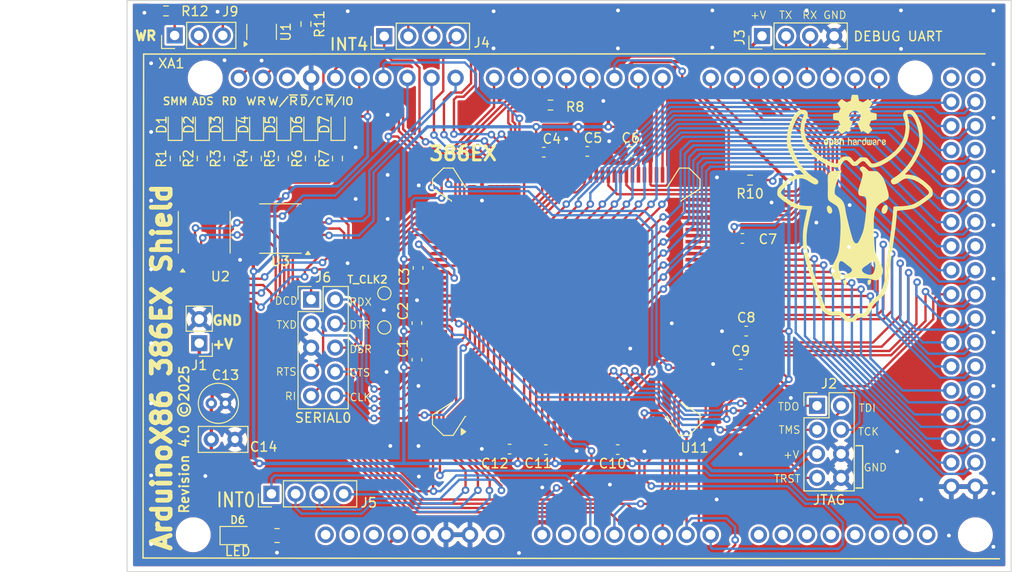
<source format=kicad_pcb>
(kicad_pcb (version 20241229) (generator "pcbnew") (generator_version "9.0")
  (title_block (title "Arduino286") (date "2023-01-18") (rev "1"))
  (layers (0 "F.Cu" signal) (2 "B.Cu" signal) (13 "F.Paste" user) (15 "B.Paste" user) (5 "F.SilkS" user "F.Silkscreen") (7 "B.SilkS" user "B.Silkscreen") (1 "F.Mask" user) (3 "B.Mask" user) (25 "Edge.Cuts" user))
  (net 0 "")
  (net 2 "NMI")
  (net 3 "HOLD")
  (net 6 "Net-(J9-Pin_3)")
  (net 7 "Net-(J9-Pin_1)")
  (net 9 "GND")
  (net 10 "RESET")
  (net 11 "CLOCK")
  (net 13 "+3.3V")
  (net 16 "/D6_A")
  (net 17 "/D7_A")
  (net 18 "/D1_A")
  (net 19 "/D0_A")
  (net 20 "/D5_A")
  (net 21 "/D4_A")
  (net 22 "/D2_A")
  (net 23 "/D3_A")
  (net 24 "/D8_A")
  (net 25 "/D15_A")
  (net 26 "/D12_A")
  (net 27 "/D14_A")
  (net 28 "/D13_A")
  (net 29 "/D10_A")
  (net 30 "/D11_A")
  (net 31 "/D9_A")
  (net 32 "/A4_A")
  (net 33 "/A5_A")
  (net 34 "/A7_A")
  (net 35 "/A1_A")
  (net 36 "/A6_A")
  (net 37 "/A0_A")
  (net 38 "/A3_A")
  (net 39 "/A8_A")
  (net 40 "/A15_A")
  (net 41 "/A9_A")
  (net 42 "/A13_A")
  (net 43 "/A14_A")
  (net 44 "/A12_A")
  (net 45 "/A11_A")
  (net 46 "/A10_A")
  (net 47 "/A16_A")
  (net 48 "/A19_A")
  (net 49 "/A18_A")
  (net 50 "/A17_A")
  (net 51 "/A23_A")
  (net 52 "/A22_A")
  (net 53 "/A21_A")
  (net 54 "/A20_A")
  (net 55 "Net-(D6-A)")
  (net 60 "TCK")
  (net 62 "TMS")
  (net 64 "TDO")
  (net 69 "TRST")
  (net 70 "D{slash}~{C}")
  (net 72 "TDI")
  (net 79 "W{slash}~{R}")
  (net 84 "+3.3VP")
  (net 85 "~{WR}")
  (net 86 "~{RD}")
  (net 87 "BS8")
  (net 91 "M{slash}~{IO}")
  (net 93 "PEREQ")
  (net 94 "~{ADS}")
  (net 95 "DBG_TX")
  (net 96 "DBG_RX")
  (net 97 "~{READYO}")
  (net 98 "~{ERROR}")
  (net 99 "~{READY}")
  (net 100 "~{BUSY}")
  (net 101 "~{SMIACT}")
  (net 102 "~{LOCK}")
  (net 103 "~{SMI}")
  (net 106 "Net-(D5-K)")
  (net 107 "Net-(D6-K)")
  (net 108 "Net-(D7-K)")
  (net 109 "Net-(U2-O5)")
  (net 110 "Net-(U2-O6)")
  (net 111 "Net-(U2-O7)")
  (net 112 "INT1")
  (net 113 "INT7")
  (net 114 "INT8")
  (net 115 "INT9")
  (net 116 "INT4")
  (net 117 "INT6")
  (net 118 "INT5")
  (net 119 "INT2")
  (net 120 "INT0")
  (net 121 "INT3")
  (net 122 "RI0")
  (net 123 "TXD0")
  (net 124 "DCD0")
  (net 125 "RTS0")
  (net 126 "COMCLK")
  (net 127 "RDX0")
  (net 128 "DSR0")
  (net 129 "CTS0")
  (net 130 "DTR0")
  (net 131 "/A2_A")
  (net 132 "Net-(U11-CLK2)")
  (net 133 "Net-(U11-TCK)")
  (net 134 "SCL")
  (net 135 "SDA")
  (net 136 "/WP")
  (net 137 "Net-(U2-I7)")
  (net 138 "HOLDA")
  (net 140 "~{BHE}")
  (net 141 "/RD")
  (net 142 "/WR")
  (net 143 "/SMIACT")
  (net 144 "Net-(D1-K)")
  (net 145 "Net-(D2-K)")
  (net 146 "Net-(D3-K)")
  (net 147 "Net-(D4-K)")
  (net 148 "/SMIACT_O")
  (net 149 "/RD_O")
  (net 150 "/WR_O")
  (net 151 "Net-(U2-O2)")
  (net 152 "/ADS")
  (net 153 "Net-(U2-I2)")
  (footprint "Capacitor_SMD:C_0603_1608Metric_Pad1.08x0.95mm_HandSolder" (layer "F.Cu") (at 175.26 102.567462)
    (property "Reference" "C9")
    (property "Value" "C" (hide yes))
  )
  (footprint "Connector_PinHeader_2.54mm:PinHeader_1x02_P2.54mm_Vertical" (layer "F.Cu") (at 118.11 100.33 180)
    (property "Reference" "J1")
    (property "Value" "Conn_01x02_Pin" (hide yes))
  )
  (footprint "Capacitor_THT:C_Disc_D5.0mm_W2.5mm_P2.50mm" (layer "F.Cu") (at 119.38 110.49)
    (property "Reference" "C14")
    (property "Value" "C_Polarized" (hide yes))
  )
  (footprint "Resistor_SMD:R_0603_1608Metric_Pad0.98x0.95mm_HandSolder" (layer "F.Cu") (at 176.247438 83.103911 180)
    (property "Reference" "R10")
    (property "Value" "R")
  )
  (footprint "Capacitor_SMD:C_0603_1608Metric_Pad1.08x0.95mm_HandSolder" (layer "F.Cu") (at 175.435113 89.263147 180)
    (property "Reference" "C7")
    (property "Value" "C" (hide yes))
  )
  (footprint "cow:cow" (layer "F.Cu") (at 187.371028 86.952778)
    (property "Reference" "G***" (hide yes))
    (property "Value" "LOGO" (hide yes))
  )
  (footprint "LED_SMD:LED_0603_1608Metric_Pad1.05x0.95mm_HandSolder" (layer "F.Cu") (at 121.298258 77.245494 90)
    (property "Reference" "D3")
    (property "Value" "LED" (hide yes))
  )
  (footprint "Capacitor_SMD:C_0603_1608Metric_Pad1.08x0.95mm_HandSolder" (layer "F.Cu") (at 162.277228 111.568923)
    (property "Reference" "C10")
    (property "Value" "C" (hide yes))
  )
  (footprint "Resistor_SMD:R_0805_2012Metric_Pad1.20x1.40mm_HandSolder" (layer "F.Cu") (at 126.321949 120.65 180)
    (property "Reference" "R6" (hide yes))
    (property "Value" "750Ω" (hide yes))
  )
  (footprint "LED_SMD:LED_0603_1608Metric_Pad1.05x0.95mm_HandSolder" (layer "F.Cu") (at 127.026516 77.245494 90)
    (property "Reference" "D5")
    (property "Value" "LED" (hide yes))
  )
  (footprint "Package_QFP:PQFP-132_24x24mm_P0.635mm_i386" (layer "F.Cu") (at 156.845 95.95 90)
    (property "Reference" "U11")
    (property "Value" "I386EX_PQFP")
  )
  (footprint "Capacitor_SMD:C_0603_1608Metric_Pad1.08x0.95mm_HandSolder" (layer "F.Cu") (at 159.070028 80.066439 180)
    (property "Reference" "C5")
    (property "Value" "C" (hide yes))
  )
  (footprint "LED_SMD:LED_0603_1608Metric_Pad1.05x0.95mm_HandSolder" (layer "F.Cu") (at 132.754774 77.245494 90)
    (property "Reference" "D7")
    (property "Value" "LED" (hide yes))
  )
  (footprint "Capacitor_SMD:C_0603_1608Metric_Pad1.08x0.95mm_HandSolder" (layer "F.Cu") (at 163.651172 80.072711)
    (property "Reference" "C6")
    (property "Value" "C" (hide yes))
  )
  (footprint "Capacitor_THT:C_Radial_D4.0mm_H5.0mm_P1.50mm" (layer "F.Cu") (at 119.38 106.68)
    (property "Reference" "C13")
    (property "Value" "C_Polarized" (hide yes))
  )
  (footprint "Connector_PinHeader_2.54mm:PinHeader_2x05_P2.54mm_Vertical" (layer "F.Cu") (at 129.915321 95.716816)
    (property "Reference" "J6")
    (property "Value" "SERIAL0")
  )
  (footprint "Resistor_SMD:R_0603_1608Metric_Pad0.98x0.95mm_HandSolder" (layer "F.Cu") (at 124.134422 80.814044 90)
    (property "Reference" "R4")
    (property "Value" "R_Small" (hide yes))
  )
  (footprint "TestPoint:TestPoint_Pad_D1.0mm" (layer "F.Cu") (at 137.645324 98.659609)
    (property "Reference" "T_CLK2_GND1" (hide yes))
    (property "Value" "TestPoint" (hide yes))
  )
  (footprint "Arduino_Library:Arduino_Mega2560_Shield" (layer "F.Cu") (at 103.505 123.1025)
    (property "Reference" "XA1")
    (property "Value" "Arduino_Mega2560_Shield" (hide yes))
  )
  (footprint "Capacitor_SMD:C_0603_1608Metric_Pad1.08x0.95mm_HandSolder" (layer "F.Cu") (at 150.863151 111.51731)
    (property "Reference" "C12")
    (property "Value" "C" (hide yes))
  )
  (footprint "Resistor_SMD:R_0603_1608Metric_Pad0.98x0.95mm_HandSolder" (layer "F.Cu") (at 132.696059 80.814044 90)
    (property "Reference" "R7")
    (property "Value" "R_Small" (hide yes))
  )
  (footprint "Resistor_SMD:R_0603_1608Metric_Pad0.98x0.95mm_HandSolder" (layer "F.Cu") (at 129.842178 80.814044 90)
    (property "Reference" "R6")
    (property "Value" "R_Small" (hide yes))
  )
  (footprint "Resistor_SMD:R_0603_1608Metric_Pad0.98x0.95mm_HandSolder" (layer "F.Cu") (at 115.572788 80.814044 90)
    (property "Reference" "R1")
    (property "Value" "R_Small" (hide yes))
  )
  (footprint "Capacitor_SMD:C_0603_1608Metric_Pad1.08x0.95mm_HandSolder" (layer "F.Cu") (at 154.472701 80.151201 180)
    (property "Reference" "C4")
    (property "Value" "C" (hide yes))
  )
  (footprint "Package_SO:TSSOP-14_4.4x5mm_P0.65mm" (layer "F.Cu") (at 126.6775 88.22 180)
    (property "Reference" "U3")
    (property "Value" "SN74LV14A")
  )
  (footprint "Connector_PinHeader_2.54mm:PinHeader_1x03_P2.54mm_Vertical" (layer "F.Cu") (at 115.514422 67.816719 90)
    (property "Reference" "J9")
    (property "Value" "WP Jumper" (hide yes))
  )
  (footprint "Package_TO_SOT_SMD:SOT-23-5" (layer "F.Cu") (at 124.688827 67.439469 90)
    (property "Reference" "U1")
    (property "Value" "AT24CS01-STUM" (hide yes))
  )
  (footprint "Resistor_SMD:R_0603_1608Metric_Pad0.98x0.95mm_HandSolder" (layer "F.Cu") (at 121.280544 80.814044 90)
    (property "Reference" "R3")
    (property "Value" "R_Small" (hide yes))
  )
  (footprint "LED_SMD:LED_0603_1608Metric_Pad1.05x0.95mm_HandSolder" (layer "F.Cu") (at 129.890645 77.245494 90)
    (property "Reference" "D6")
    (property "Value" "LED" (hide yes))
  )
  (footprint "Package_SO:TSSOP-16_4.4x5mm_P0.65mm" (layer "F.Cu") (at 118.633411 88.618418 90)
    (property "Reference" "U2")
    (property "Value" "ULN2003A" (hide yes))
  )
  (footprint "Capacitor_SMD:C_0603_1608Metric_Pad1.08x0.95mm_HandSolder" (layer "F.Cu") (at 175.840001 99.052312)
    (property "Reference" "C8")
    (property "Value" "C" (hide yes))
  )
  (footprint "Connector_PinHeader_2.54mm:PinHeader_1x04_P2.54mm_Vertical" (layer "F.Cu") (at 177.505698 67.878684 90)
    (property "Reference" "J3")
    (property "Value" "Conn_01x04_Pin" (hide yes))
  )
  (footprint "LED_SMD:LED_0603_1608Metric_Pad1.05x0.95mm_HandSolder" (layer "F.Cu") (at 118.434129 77.245494 90)
    (property "Reference" "D2")
    (property "Value" "LED" (hide yes))
  )
  (footprint "Resistor_SMD:R_0603_1608Metric_Pad0.98x0.95mm_HandSolder" (layer "F.Cu") (at 114.600259 65.228756)
    (property "Reference" "R12")
    (property "Value" "R" (hide yes))
  )
  (footprint "Resistor_SMD:R_0603_1608Metric_Pad0.98x0.95mm_HandSolder" (layer "F.Cu") (at 129.371566 66.614176 -90)
    (property "Reference" "R11")
    (property "Value" "R" (hide yes))
  )
  (footprint "Resistor_SMD:R_0603_1608Metric_Pad0.98x0.95mm_HandSolder" (layer "F.Cu") (at 126.9883 80.814044 90)
    (property "Reference" "R5")
    (property "Value" "R_Small" (hide yes))
  )
  (footprint "LED_SMD:LED_0805_2012Metric_Pad1.15x1.40mm_HandSolder" (layer "F.Cu") (at 122.165 120.65)
    (property "Reference" "D6")
    (property "Value" "LED")
  )
  (footprint "LED_SMD:LED_0603_1608Metric_Pad1.05x0.95mm_HandSolder" (layer "F.Cu") (at 124.162387 77.245494 90)
    (property "Reference" "D4")
    (property "Value" "LED" (hide yes))
  )
  (footprint "Capacitor_SMD:C_0603_1608Metric_Pad1.08x0.95mm_HandSolder" (layer "F.Cu") (at 154.685231 111.572767)
    (property "Reference" "C11")
    (property "Value" "C" (hide yes))
  )
  (footprint "TestPoint:TestPoint_Pad_D1.0mm" (layer "F.Cu") (at 137.645324 95.053059)
    (property "Reference" "T_CLK2")
    (property "Value" "TestPoint" (hide yes))
  )
  (footprint "Capacitor_SMD:C_0603_1608Metric_Pad1.08x0.95mm_HandSolder" (layer "F.Cu") (at 141.082879 98.20369 -90)
    (property "Reference" "C2")
    (property "Value" "C" (hide yes))
  )
  (footprint "Resistor_SMD:R_0603_1608Metric_Pad0.98x0.95mm_HandSolder" (layer "F.Cu") (at 155.180345 75.173301 180)
    (property "Reference" "R8")
    (property "Value" "R" (hide yes))
  )
  (footprint "Connector_PinHeader_2.54mm:PinHeader_2x04_P2.54mm_Vertical" (layer "F.Cu") (at 183.311512 106.937437)
    (property "Reference" "J2")
    (property "Value" "JTAG")
  )
  (footprint "Connector_PinHeader_2.54mm:PinHeader_1x04_P2.54mm_Vertical" (layer "F.Cu") (at 137.634837 67.903872 90)
    (property "Reference" "J4")
    (property "Value" "Conn_01x04_Pin" (hide yes))
  )
  (footprint "Connector_PinHeader_2.54mm:PinHeader_1x04_P2.54mm_Vertical" (layer "F.Cu") (at 125.73 116.242345 90)
    (property "Reference" "J5")
    (property "Value" "Conn_01x04_Pin" (hide yes))
  )
  (footprint "Symbol:OSHW-Logo2_7.3x6mm_SilkScreen" (layer "F.Cu") (at 187.30495 76.85505)
    (property "Reference" "REF**" (hide yes))
    (property "Value" "OSHW-Logo2_7.3x6mm_SilkScreen" (hide yes))
  )
  (footprint "Capacitor_SMD:C_0603_1608Metric_Pad1.08x0.95mm_HandSolder" (layer "F.Cu") (at 141.089184 102.076482 -90)
    (property "Reference" "C1")
    (property "Value" "C" (hide yes))
  )
  (footprint "Capacitor_SMD:C_0603_1608Metric_Pad1.08x0.95mm_HandSolder" (layer "F.Cu") (at 141.201828 92.374597 90)
    (property "Reference" "C3")
    (property "Value" "C" (hide yes))
  )
  (footprint "Resistor_SMD:R_0603_1608Metric_Pad0.98x0.95mm_HandSolder" (layer "F.Cu") (at 118.426666 80.814044 90)
    (property "Reference" "R2")
    (property "Value" "R_Small" (hide yes))
  )
  (footprint "LED_SMD:LED_0603_1608Metric_Pad1.05x0.95mm_HandSolder" (layer "F.Cu") (at 115.57 77.245494 90)
    (property "Reference" "D1")
    (property "Value" "LED" (hide yes))
  )
  (gr_line (start 188.126969 115.625657) (end 187.419897 115.625657) (stroke (width 0.15)) (layer "F.SilkS"))
  (gr_line (start 188.126969 111.159936) (end 188.126969 115.625657) (stroke (width 0.15)) (layer "F.SilkS"))
  (gr_line (start 187.420139 111.159936) (end 188.126969 111.159936) (stroke (width 0.15)) (layer "F.SilkS"))
  (gr_rect (start 110.49 64.124788) (end 203.803269 124.46) (stroke (width 0.1)) (fill no) (layer "Edge.Cuts"))
  (gr_text "GND" (at 188.17706 113.931637 0) (layer "F.SilkS") (effects (font (size 0.8 0.8) (thickness 0.1)) (justify left bottom)))
  (gr_text "RDX" (at 133.896277 96.444136 0) (layer "F.SilkS") (effects (font (size 0.8 0.8) (thickness 0.1)) (justify left bottom)))
  (gr_text "DEBUG UART" (at 187.072884 68.506536 0) (layer "F.SilkS") (effects (font (size 1 1)) (justify left bottom)))
  (gr_text "CTS" (at 133.914625 103.911683 0) (layer "F.SilkS") (effects (font (size 0.8 0.8) (thickness 0.1)) (justify left bottom)))
  (gr_text "+V" (at 176.203742 66.140181 0) (layer "F.SilkS") (effects (font (size 0.8 0.8) (thickness 0.1)) (justify left bottom)))
  (gr_text "TXD" (at 126.18736 98.855438 0) (layer "F.SilkS") (effects (font (size 0.8 0.8) (thickness 0.1)) (justify left bottom)))
  (gr_text "W/~{R}" (at 126.955016 74.769555 0) (layer "F.SilkS") (effects (font (size 0.8 1))))
  (gr_text "ArduinoX86 386EX Shield" (at 114.143843 102.87 90) (layer "F.SilkS") (effects (font (size 2 2) (thickness 0.5))))
  (gr_text "RI" (at 127.092873 106.40138 0) (layer "F.SilkS") (effects (font (size 0.8 0.8) (thickness 0.1)) (justify left bottom)))
  (gr_text "DCD" (at 126.024832 96.324645 0) (layer "F.SilkS") (effects (font (size 0.8 0.8) (thickness 0.1)) (justify left bottom)))
  (gr_text "386EX" (at 142.224487 81.173211 0) (layer "F.SilkS") (effects (font (size 1.5 1.5) (thickness 0.3) (bold yes)) (justify left bottom)))
  (gr_text "WR" (at 124.090815 74.769555 0) (layer "F.SilkS") (effects (font (size 0.8 1))))
  (gr_text "TDO" (at 179.130447 107.494841 0) (layer "F.SilkS") (effects (font (size 0.8 0.8) (thickness 0.1)) (justify left bottom)))
  (gr_text "ADS" (at 118.491431 74.769555 0) (layer "F.SilkS") (effects (font (size 0.8 0.8))))
  (gr_text "TX" (at 179.25161 66.140181 0) (layer "F.SilkS") (effects (font (size 0.8 0.8) (thickness 0.1)) (justify left bottom)))
  (gr_text "SMM" (at 115.575622 74.769555 0) (layer "F.SilkS") (effects (font (size 0.8 0.8))))
  (gr_text "Revision 4.0 ©2025" (at 116.524723 110.49 90) (layer "F.SilkS") (effects (font (size 1 1) (thickness 0.1875))))
  (gr_text "TMS" (at 179.200102 109.955979 0) (layer "F.SilkS") (effects (font (size 0.8 0.8) (thickness 0.1)) (justify left bottom)))
  (gr_text "INT0" (at 119.81387 117.772387 0) (layer "F.SilkS") (effects (font (size 1.5 1.25) (thickness 0.2)) (justify left bottom)))
  (gr_text "TRST" (at 178.712518 115.110438 0) (layer "F.SilkS") (effects (font (size 0.8 0.8) (thickness 0.1)) (justify left bottom)))
  (gr_text "TDI" (at 187.665741 107.645792 0) (layer "F.SilkS") (effects (font (size 0.8 0.8) (thickness 0.1)) (justify left bottom)))
  (gr_text "+V" (at 119.38 101.012139 0) (layer "F.SilkS") (effects (font (size 1 1) (thickness 0.25) (bold yes)) (justify left bottom)))
  (gr_text "~{M}/IO" (at 132.889846 74.769555 0) (layer "F.SilkS") (effects (font (size 0.8 0.8))))
  (gr_text "~{D}/C" (at 129.974038 74.769555 0) (layer "F.SilkS") (effects (font (size 0.8 0.8))))
  (gr_text "TCK" (at 187.574002 110.14109 0) (layer "F.SilkS") (effects (font (size 0.8 0.8) (thickness 0.1)) (justify left bottom)))
  (gr_text "RD" (at 121.278221 74.769555 0) (layer "F.SilkS") (effects (font (size 0.8 0.8))))
  (gr_text "DSR" (at 133.896277 101.434733 0) (layer "F.SilkS") (effects (font (size 0.8 0.8) (thickness 0.1)) (justify left bottom)))
  (gr_text "RTS" (at 126.140923 103.824151 0) (layer "F.SilkS") (effects (font (size 0.8 0.8) (thickness 0.1)) (justify left bottom)))
  (gr_text "RX" (at 181.706068 66.140181 0) (layer "F.SilkS") (effects (font (size 0.8 0.8) (thickness 0.1)) (justify left bottom)))
  (gr_text "INT4" (at 131.758193 69.48773 0) (layer "F.SilkS") (effects (font (size 1.25 1.25) (thickness 0.2)) (justify left bottom)))
  (gr_text "DTR" (at 133.896277 98.866043 0) (layer "F.SilkS") (effects (font (size 0.8 0.8) (thickness 0.1)) (justify left bottom)))
  (gr_text "WR" (at 111.227848 68.439222 0) (layer "F.SilkS") (effects (font (size 1 1) (thickness 0.25) (bold yes)) (justify left bottom)))
  (gr_text "CLK" (at 133.927379 106.513807 0) (layer "F.SilkS") (effects (font (size 0.8 0.8) (thickness 0.1)) (justify left bottom)))
  (gr_text "+V" (at 179.687686 112.579645 0) (layer "F.SilkS") (effects (font (size 0.8 0.8) (thickness 0.1)) (justify left bottom)))
  (gr_text "GND" (at 119.38 98.51564 0) (layer "F.SilkS") (effects (font (size 1 1) (thickness 0.25) (bold yes)) (justify left bottom)))
  (gr_text "GND\n" (at 183.910071 66.140181 0) (layer "F.SilkS") (effects (font (size 0.8 0.8) (thickness 0.1)) (justify left bottom)))
  (segment (start 146.221761 99.571147) (end 146.221761 91.703531) (width 0.25) (layer "F.Cu") (net 2))
  (segment (start 143.88 112.083946) (end 143.88 107.927015) (width 0.25) (layer "F.Cu") (net 2))
  (segment (start 143.51 112.453946) (end 143.88 112.083946) (width 0.25) (layer "F.Cu") (net 2))
  (segment (start 145.23 100.562908) (end 146.221761 99.571147) (width 0.25) (layer "F.Cu") (net 2))
  (segment (start 152.4 85.525292) (end 152.4 82.55) (width 0.25) (layer "F.Cu") (net 2))
  (segment (start 146.221761 91.703531) (end 152.4 85.525292) (width 0.25) (layer "F.Cu") (net 2))
  (segment (start 143.51 114.3) (end 143.51 112.453946) (width 0.25) (layer "F.Cu") (net 2))
  (segment (start 143.88 107.927015) (end 145.23 106.577015) (width 0.25) (layer "F.Cu") (net 2))
  (segment (start 145.23 106.577015) (end 145.23 100.562908) (width 0.25) (layer "F.Cu") (net 2))
  (via (at 143.51 114.3) (size 0.8) (drill 0.4) (layers "F.Cu" "B.Cu") (net 2))
  (segment (start 192.405 119.160799) (end 192.405 120.5625) (width 0.25) (layer "B.Cu") (net 2))
  (segment (start 191.936318 118.692117) (end 192.405 119.160799) (width 0.25) (layer "B.Cu") (net 2))
  (segment (start 171.507684 113.794791) (end 172.012893 114.3) (width 0.25) (layer "B.Cu") (net 2))
  (segment (start 144.015209 113.794791) (end 171.507684 113.794791) (width 0.25) (layer "B.Cu") (net 2))
  (segment (start 179.717435 114.3) (end 182.257435 116.84) (width 0.25) (layer "B.Cu") (net 2))
  (segment (start 172.012893 114.3) (end 179.717435 114.3) (width 0.25) (layer "B.Cu") (net 2))
  (segment (start 182.257435 116.84) (end 187.68625 116.84) (width 0.25) (layer "B.Cu") (net 2))
  (segment (start 189.538367 118.692117) (end 191.936318 118.692117) (width 0.25) (layer "B.Cu") (net 2))
  (segment (start 187.68625 116.84) (end 189.538367 118.692117) (width 0.25) (layer "B.Cu") (net 2))
  (segment (start 143.51 114.3) (end 144.015209 113.794791) (width 0.25) (layer "B.Cu") (net 2))
  (segment (start 142.3775 90.87) (end 143.445 90.87) (width 0.25) (layer "F.Cu") (net 3))
  (segment (start 159.506592 111.705105) (end 159.506592 112.899996) (width 0.25) (layer "F.Cu") (net 3))
  (segment (start 141.385621 89.878121) (end 142.3775 90.87) (width 0.25) (layer "F.Cu") (net 3))
  (segment (start 156.79024 115.616348) (end 155.829026 115.616348) (width 0.25) (layer "F.Cu") (net 3))
  (segment (start 141.272257 89.878121) (end 141.385621 89.878121) (width 0.25) (layer "F.Cu") (net 3))
  (segment (start 159.506592 112.899996) (end 156.79024 115.616348) (width 0.25) (layer "F.Cu") (net 3))
  (via (at 159.506592 111.705105) (size 0.8) (drill 0.4) (layers "F.Cu" "B.Cu") (net 3))
  (via (at 141.272257 89.878121) (size 0.8) (drill 0.4) (layers "F.Cu" "B.Cu") (net 3))
  (via (at 155.829026 115.616348) (size 0.8) (drill 0.4) (layers "F.Cu" "B.Cu") (net 3))
  (segment (start 158.783874 110.982387) (end 159.506592 111.705105) (width 0.25) (layer "B.Cu") (net 3))
  (segment (start 144.966624 99.424963) (end 144.986305 99.424963) (width 0.25) (layer "B.Cu") (net 3))
  (segment (start 155.829026 115.616348) (end 154.305 117.140374) (width 0.25) (layer "B.Cu") (net 3))
  (segment (start 141.272257 89.878121) (end 144.269409 92.875273) (width 0.25) (layer "B.Cu") (net 3))
  (segment (start 154.305 117.140374) (end 154.305 120.5625) (width 0.25) (layer "B.Cu") (net 3))
  (segment (start 144.269409 92.875273) (end 144.269409 98.727748) (width 0.25) (layer "B.Cu") (net 3))
  (segment (start 144.269409 98.727748) (end 144.966624 99.424963) (width 0.25) (layer "B.Cu") (net 3))
  (segment (start 145.975863 99.447889) (end 157.510361 110.982387) (width 0.25) (layer "B.Cu") (net 3))
  (segment (start 157.510361 110.982387) (end 158.783874 110.982387) (width 0.25) (layer "B.Cu") (net 3))
  (segment (start 144.986305 99.424963) (end 145.009231 99.447889) (width 0.25) (layer "B.Cu") (net 3))
  (segment (start 145.009231 99.447889) (end 145.975863 99.447889) (width 0.25) (layer "B.Cu") (net 3))
  (segment (start 120.594422 66.701551) (end 122.021687 65.274286) (width 0.25) (layer "F.Cu") (net 6))
  (segment (start 120.594422 67.816719) (end 120.594422 66.701551) (width 0.25) (layer "F.Cu") (net 6))
  (segment (start 128.944176 65.274286) (end 129.371566 65.701676) (width 0.25) (layer "F.Cu") (net 6))
  (segment (start 122.021687 65.274286) (end 128.944176 65.274286) (width 0.25) (layer "F.Cu") (net 6))
  (segment (start 115.512759 67.815056) (end 115.514422 67.816719) (width 0.25) (layer "F.Cu") (net 7))
  (segment (start 115.512759 65.228756) (end 115.512759 67.815056) (width 0.25) (layer "F.Cu") (net 7))
  (segment (start 172.347546 102.534152) (end 172.380856 102.567462) (width 0.25) (layer "F.Cu") (net 9))
  (segment (start 172.708771 98.49) (end 170.245 98.49) (width 0.25) (layer "F.Cu") (net 9))
  (segment (start 124.688827 70.466465) (end 124.689196 70.466834) (width 0.25) (layer "F.Cu") (net 9))
  (segment (start 172.011648 110.493489) (end 172.011648 105.582752) (width 0.25) (layer "F.Cu") (net 9))
  (segment (start 141.275195 83.659156) (end 141.275195 85.309365) (width 0.25) (layer "F.Cu") (net 9))
  (segment (start 171.268896 104.84) (end 170.245 104.84) (width 0.25) (layer "F.Cu") (net 9))
  (segment (start 157.932984 111.708387) (end 156.845 110.620403) (width 0.25) (layer "F.Cu") (net 9))
  (segment (start 173.284625 99.06) (end 173.281698 99.062927) (width 0.25) (layer "F.Cu") (net 9))
  (segment (start 167.523212 83.689288) (end 167.52 83.6925) (width 0.25) (layer "F.Cu") (net 9))
  (segment (start 141.658244 95.79074) (end 141.817504 95.95) (width 0.25) (layer "F.Cu") (net 9))
  (segment (start 143.445 97.22) (end 141.204069 97.22) (width 0.25) (layer "F.Cu") (net 9))
  (segment (start 141.75583 85.79) (end 143.445 85.79) (width 0.25) (layer "F.Cu") (net 9))
  (segment (start 178.513325 85.465491) (end 178.068816 85.91) (width 0.25) (layer "F.Cu") (net 9))
  (segment (start 147.955 111.47356) (end 147.955 109.35) (width 0.25) (layer "F.Cu") (net 9))
  (segment (start 141.246591 104.84) (end 141.24245 104.844141) (width 0.25) (layer "F.Cu") (net 9))
  (segment (start 165.1 111.754429) (end 165.735 111.119429) (width 0.25) (layer "F.Cu") (net 9))
  (segment (start 167.52 83.6925) (end 165.855 83.6925) (width 0.25) (layer "F.Cu") (net 9))
  (segment (start 171.878624 83.689288) (end 167.523212 83.689288) (width 0.25) (layer "F.Cu") (net 9))
  (segment (start 165.735 111.119429) (end 165.735 109.35) (width 0.25) (layer "F.Cu") (net 9))
  (segment (start 147.948325 85.261859) (end 147.948325 83.624175) (width 0.25) (layer "F.Cu") (net 9))
  (segment (start 178.068816 85.91) (end 173.267792 85.91) (width 0.25) (layer "F.Cu") (net 9))
  (segment (start 173.267792 85.91) (end 172.117792 87.06) (width 0.25) (layer "F.Cu") (net 9))
  (segment (start 172.75344 82.814472) (end 171.878624 83.689288) (width 0.25) (layer "F.Cu") (net 9))
  (segment (start 141.204069 97.22) (end 141.082879 97.34119) (width 0.25) (layer "F.Cu") (net 9))
  (segment (start 124.688827 68.576969) (end 124.688827 70.466465) (width 0.25) (layer "F.Cu") (net 9))
  (segment (start 165.855 83.6925) (end 165.735 83.5725) (width 0.25) (layer "F.Cu") (net 9))
  (segment (start 156.843584 78.727457) (end 156.845 78.728873) (width 0.25) (layer "F.Cu") (net 9))
  (segment (start 156.845 78.728873) (end 156.845 82.55) (width 0.25) (layer "F.Cu") (net 9))
  (segment (start 141.839069 96.585) (end 141.082879 97.34119) (width 0.25) (layer "F.Cu") (net 9))
  (segment (start 147.955 83.6175) (end 147.955 82.55) (width 0.25) (layer "F.Cu") (net 9))
  (segment (start 172.011648 105.582752) (end 171.268896 104.84) (width 0.25) (layer "F.Cu") (net 9))
  (segment (start 143.445 104.84) (end 141.246591 104.84) (width 0.25) (layer "F.Cu") (net 9))
  (segment (start 141.817504 95.95) (end 143.445 95.95) (width 0.25) (layer "F.Cu") (net 9))
  (segment (start 174.969813 99.06) (end 173.284625 99.06) (width 0.25) (layer "F.Cu") (net 9))
  (segment (start 156.845 110.620403) (end 156.845 109.35) (width 0.25) (layer "F.Cu") (net 9))
  (segment (start 172.380856 102.567462) (end 174.3975 102.567462) (width 0.25) (layer "F.Cu") (net 9))
  (segment (start 173.281698 99.062927) (end 172.708771 98.49) (width 0.25) (layer "F.Cu") (net 9))
  (segment (start 141.090588 95.79074) (end 141.658244 95.79074) (width 0.25) (layer "F.Cu") (net 9))
  (segment (start 143.445 96.585) (end 141.839069 96.585) (width 0.25) (layer "F.Cu") (net 9))
  (segment (start 147.933013 111.495547) (end 147.955 111.47356) (width 0.25) (layer "F.Cu") (net 9))
  (segment (start 174.977501 99.052312) (end 174.969813 99.06) (width 0.25) (layer "F.Cu") (net 9))
  (segment (start 147.948325 83.624175) (end 147.955 83.6175) (width 0.25) (layer "F.Cu") (net 9))
  (segment (start 141.275195 85.309365) (end 141.75583 85.79) (width 0.25) (layer "F.Cu") (net 9))
  (segment (start 172.117792 87.06) (end 170.245 87.06) (width 0.25) (layer "F.Cu") (net 9))
  (segment (start 165.735 83.5725) (end 165.735 82.55) (width 0.25) (layer "F.Cu") (net 9))
  (via (at 113.03 70.757148) (size 0.8) (drill 0.4) (layers "F.Cu" "B.Cu") (net 9))
  (via (at 201.93 110.503872) (size 0.8) (drill 0.4) (layers "F.Cu" "B.Cu") (net 9))
  (via (at 172.72 116.84) (size 0.8) (drill 0.4) (layers "F.Cu" "B.Cu") (net 9))
  (via (at 180.54427 106.111565) (size 0.8) (drill 0.4) (layers "F.Cu" "B.Cu") (net 9))
  (via (at 201.93 76.520696) (size 0.8) (drill 0.4) (layers "F.Cu" "B.Cu") (net 9))
  (via (at 162.296292 69.181473) (size 0.8) (drill 0.4) (layers "F.Cu" "B.Cu") (net 9))
  (via (at 201.93 121.831598) (size 0.8) (drill 0.4) (layers "F.Cu" "B.Cu") (net 9))
  (via (at 172.262944 65.17556) (size 0.8) (drill 0.4) (layers "F.Cu" "B.Cu") (net 9))
  (via (at 141.24245 104.844141) (size 0.8) (drill 0.4) (layers "F.Cu" "B.Cu") (net 9))
  (via (at 182.216986 65.17556) (size 0.8) (drill 0.4) (layers "F.Cu" "B.Cu") (net 9))
  (via (at 113.03 78.01429) (size 0.8) (drill 0.4) (layers "F.Cu" "B.Cu") (net 9))
  (via (at 201.93 104.84001) (size 0.8) (drill 0.4) (layers "F.Cu" "B.Cu") (net 9))
  (via (at 134.62 79.644351) (size 0.8) (drill 0.4) (layers "F.Cu" "B.Cu") (net 9))
  (via (at 137.996664 87.203735) (size 0.8) (drill 0.4) (layers "F.Cu" "B.Cu") (net 9))
  (via (at 201.93 93.512284) (size 0.8) (drill 0.4) (layers "F.Cu" "B.Cu") (net 9))
  (via (at 137.595233 96.831288) (size 0.8) (drill 0.4) (layers "F.Cu" "B.Cu") (net 9))
  (via (at 124.689196 70.466834) (size 0.8) (drill 0.4) (layers "F.Cu" "B.Cu") (net 9))
  (via (at 175.25879 112.036619) (size 0.8) (drill 0.4) (layers "F.Cu" "B.Cu") (net 9))
  (via (at 161.45189 115.264362) (size 0.8) (drill 0.4) (layers "F.Cu" "B.Cu") (net 9))
  (via (at 201.93 99.176147) (size 0.8) (drill 0.4) (layers "F.Cu" "B.Cu") (net 9))
  (via (at 113.03 121.557148) (size 0.8) (drill 0.4) (layers "F.Cu" "B.Cu") (net 9))
  (via (at 201.93 116.167735) (size 0.8) (drill 0.4) (layers "F.Cu" "B.Cu") (net 9))
  (via (at 173.281698 99.062927) (size 0.8) (drill 0.4) (layers "F.Cu" "B.Cu") (net 9))
  (via (at 172.259138 69.098908) (size 0.8) (drill 0.4) (layers "F.Cu" "B.Cu") (net 9))
  (via (at 141.275195 83.659156) (size 0.8) (drill 0.4) (layers "F.Cu" "B.Cu") (net 9))
  (via (at 172.011648 110.493489) (size 0.8) (drill 0.4) (layers "F.Cu" "B.Cu") (net 9))
  (via (at 156.843584 78.727457) (size 0.8) (drill 0.4) (layers "F.Cu" "B.Cu") (net 9))
  (via (at 151.858138 122.489908) (size 0.8) (drill 0.4) (layers "F.Cu" "B.Cu") (net 9))
  (via (at 172.347546 102.534152) (size 0.8) (drill 0.4) (layers "F.Cu" "B.Cu") (net 9))
  (via (at 149.181065 65.260936) (size 0.8) (drill 0.4) (layers "F.Cu" "B.Cu") (net 9))
  (via (at 134.62 85.09) (size 0.8) (drill 0.4) (layers "F.Cu" "B.Cu") (net 9))
  (via (at 183.241744 87.585622) (size 0.8) (drill 0.4) (layers "F.Cu" "B.Cu") (net 9))
  (via (at 120.775555 70.438497) (size 0.8) (drill 0.4) (layers "F.Cu" "B.Cu") (net 9))
  (via (at 201.93 82.184558) (size 0.8) (drill 0.4) (layers "F.Cu" "B.Cu") (net 9))
  (via (at 197.231575 120.65) (size 0.8) (drill 0.4) (layers "F.Cu" "B.Cu") (net 9))
  (via (at 141.090588 95.79074) (size 0.8) (drill 0.4) (layers "F.Cu" "B.Cu") (net 9))
  (via (at 154.31128 115.565813) (size 0.8) (drill 0.4) (layers "F.Cu" "B.Cu") (net 9))
  (via (at 137.996664 82.55) (size 0.8) (drill 0.4) (layers "F.Cu" "B.Cu") (net 9))
  (via (at 118.750651 114.361126) (size 0.8) (drill 0.4) (layers "F.Cu" "B.Cu") (net 9))
  (via (at 201.93 70.856833) (size 0.8) (drill 0.4) (layers "F.Cu" "B.Cu") (net 9))
  (via (at 161.381032 78.99408) (size 0.8) (drill 0.4) (layers "F.Cu" "B.Cu") (net 9))
  (via (at 141.283828 114.414883) (size 0.8) (drill 0.4) (layers "F.Cu" "B.Cu") (net 9))
  (via (at 122.416559 91.520523) (size 0.8) (drill 0.4) (layers "F.Cu" "B.Cu") (net 9))
  (via (at 162.308903 65.17556) (size 0.8) (drill 0.4) (layers "F.Cu" "B.Cu") (net 9))
  (via (at 137.996664 76.19651) (size 0.8) (drill 0.4) (layers "F.Cu" "B.Cu") (net 9))
  (via (at 126.314429 122.456332) (size 0.8) (drill 0.4) (layers "F.Cu" "B.Cu") (net 9))
  (via (at 137.880646 103.365792) (size 0.8) (drill 0.4) (layers "F.Cu" "B.Cu") (net 9))
  (via (at 138.273254 111.180101) (size 0.8) (drill 0.4) (layers "F.Cu" "B.Cu") (net 9))
  (via (at 201.93 65.19297) (size 0.8) (drill 0.4) (layers "F.Cu" "B.Cu") (net 9))
  (via (at 147.948325 85.261859) (size 0.8) (drill 0.4) (layers "F.Cu" "B.Cu") (net 9))
  (via (at 165.1 111.754429) (size 0.8) (drill 0.4) (layers "F.Cu" "B.Cu") (net 9))
  (via (at 133.782689 65.260936) (size 0.8) (drill 0.4) (layers "F.Cu" "B.Cu") (net 9))
  (via (at 201.93 87.848421) (size 0.8) (drill 0.4) (layers "F.Cu" "B.Cu") (net 9))
  (via (at 112.317613 65.42313) (size 0.8) (drill 0.4) (layers "F.Cu" "B.Cu") (net 9))
  (via (at 178.513325 85.465491) (size 0.8) (drill 0.4) (layers "F.Cu" "B.Cu") (net 9))
  (via (at 167.98375 98.230303) (size 0.8) (drill 0.4) (layers "F.Cu" "B.Cu") (net 9))
  (via (at 149.168454 69.181473) (size 0.8) (drill 0.4) (layers "F.Cu" "B.Cu") (net 9))
  (via (at 133.766036 91.875842) (size 0.8) (drill 0.4) (layers "F.Cu" "B.Cu") (net 9))
  (via (at 160.755587 74.737677) (size 0.8) (drill 0.4) (layers "F.Cu" "B.Cu") (net 9))
  (via (at 186.69 90.17) (size 0.8) (drill 0.4) (layers "F.Cu" "B.Cu") (net 9))
  (via (at 191.77 111.76) (size 0.8) (drill 0.4) (layers "F.Cu" "B.Cu") (net 9))
  (via (at 147.933013 111.495547) (size 0.8) (drill 0.4) (layers "F.Cu" "B.Cu") (net 9))
  (via (at 157.932984 111.708387) (size 0.8) (drill 0.4) (layers "F.Cu" "B.Cu") (net 9))
  (via (at 120.044373 65.313312) (size 0.8) (drill 0.4) (layers "F.Cu" "B.Cu") (net 9))
  (via (at 186.758123 85.741042) (size 0.8) (drill 0.4) (layers "F.Cu" "B.Cu") (net 9))
  (via (at 113.03 85.271432) (size 0.8) (drill 0.4) (layers "F.Cu" "B.Cu") (net 9))
  (via (at 172.75344 82.814472) (size 0.8) (drill 0.4) (layers "F.Cu" "B.Cu") (net 9))
  (via (at 113.03 92.528574) (size 0.8) (drill 0.4) (layers "F.Cu" "B.Cu") (net 9))
  (via (at 192.178822 69.24052) (size 0.8) (drill 0.4) (layers "F.Cu" "B.Cu") (net 9))
  (via (at 113.03 114.3) (size 0.8) (drill 0.4) (layers "F.Cu" "B.Cu") (net 9))
  (via (at 113.03 106.68) (size 0.8) (drill 0.4) (layers "F.Cu" "B.Cu") (net 9))
  (via (at 141.247198 111.189778) (size 0.8) (drill 0.4) (layers "F.Cu" "B.Cu") (net 9))
  (via (at 163.597757 100.894805) (size 0.8) (drill 0.4) (layers "F.Cu" "B.Cu") (net 9))
  (via (at 192.171027 65.17556) (size 0.8) (drill 0.4) (layers "F.Cu" "B.Cu") (net 9))
  (via (at 113.03 100.33) (size 0.8) (drill 0.4) (layers "F.Cu" "B.Cu") (net 9))
  (via (at 194.31 116.84) (size 0.8) (drill 0.4) (layers "F.Cu" "B.Cu") (net 9))
  (segment (start 172.329897 105.643451) (end 172.347546 105.625802) (width 0.25) (layer "B.Cu") (net 9))
  (segment (start 172.347546 105.625802) (end 172.347546 99.997079) (width 0.25) (layer "B.Cu") (net 9))
  (segment (start 172.347546 99.997079) (end 173.281698 99.062927) (width 0.25) (layer "B.Cu") (net 9))
  (segment (start 153.283162 74.46381) (end 154.305 73.441972) (width 0.25) (layer "F.Cu") (net 10))
  (segment (start 145.320631 91.330455) (end 145.608185 91.042901) (width 0.25) (layer "F.Cu") (net 10))
  (segment (start 145.6 79.651764) (end 145.671754 79.580009) (width 0.25) (layer "F.Cu") (net 10))
  (segment (start 145.089087 92.14) (end 145.320631 91.908456) (width 0.25) (layer "F.Cu") (net 10))
  (segment (start 150.787954 74.46381) (end 153.283162 74.46381) (width 0.25) (layer "F.Cu") (net 10))
  (segment (start 145.671754 79.580009) (end 150.787954 74.46381) (width 0.25) (layer "F.Cu") (net 10))
  (segment (start 145.608185 86.355856) (end 145.609879 86.354162) (width 0.25) (layer "F.Cu") (net 10))
  (segment (start 145.608185 91.042901) (end 145.608185 86.355856) (width 0.25) (layer "F.Cu") (net 10))
  (segment (start 145.609879 86.354162) (end 145.609879 79.641884) (width 0.25) (layer "F.Cu") (net 10))
  (segment (start 145.609879 79.641884) (end 145.671754 79.580009) (width 0.25) (layer "F.Cu") (net 10))
  (segment (start 154.305 73.441972) (end 154.305 72.3025) (width 0.25) (layer "F.Cu") (net 10))
  (segment (start 143.445 92.14) (end 145.089087 92.14) (width 0.25) (layer "F.Cu") (net 10))
  (segment (start 145.320631 91.908456) (end 145.320631 91.330455) (width 0.25) (layer "F.Cu") (net 10))
  (segment (start 156.184441 75.173301) (end 156.84334 74.514402) (width 0.25) (layer "F.Cu") (net 11))
  (segment (start 156.84334 72.30416) (end 156.845 72.3025) (width 0.25) (layer "F.Cu") (net 11))
  (segment (start 156.092845 75.173301) (end 156.184441 75.173301) (width 0.25) (layer "F.Cu") (net 11))
  (segment (start 156.84334 74.514402) (end 156.84334 72.30416) (width 0.25) (layer "F.Cu") (net 11))
  (segment (start 129.433068 122.761119) (end 127.321949 120.65) (width 0.35) (layer "F.Cu") (net 13))
  (segment (start 139.065 120.5625) (end 136.866381 122.761119) (width 0.35) (layer "F.Cu") (net 13))
  (segment (start 136.866381 122.761119) (end 129.433068 122.761119) (width 0.35) (layer "F.Cu") (net 13))
  (segment (start 164.465 85.635) (end 164.465 85.725) (width 0.25) (layer "F.Cu") (net 16))
  (segment (start 164.465 85.725) (end 153.67 96.52) (width 0.25) (layer "F.Cu") (net 16))
  (segment (start 153.67 96.52) (end 153.67 109.35) (width 0.25) (layer "F.Cu") (net 16))
  (via (at 164.465 85.635) (size 0.8) (drill 0.4) (layers "F.Cu" "B.Cu") (net 16))
  (segment (start 165.1 81.288376) (end 168.758376 77.63) (width 0.25) (layer "B.Cu") (net 16))
  (segment (start 164.465 85.635) (end 165.1 85) (width 0.25) (layer "B.Cu") (net 16))
  (segment (start 165.1 85) (end 165.1 81.288376) (width 0.25) (layer "B.Cu") (net 16))
  (segment (start 196.176347 82.4625) (end 197.485 82.4625) (width 0.25) (layer "B.Cu") (net 16))
  (segment (start 168.758376 77.63) (end 191.343847 77.63) (width 0.25) (layer "B.Cu") (net 16))
  (segment (start 191.343847 77.63) (end 196.176347 82.4625) (width 0.25) (layer "B.Cu") (net 16))
  (segment (start 165.791709 85.668291) (end 154.305 97.155) (width 0.25) (layer "F.Cu") (net 17))
  (segment (start 165.791709 85.650997) (end 165.791709 85.668291) (width 0.25) (layer "F.Cu") (net 17))
  (segment (start 154.305 97.155) (end 154.305 109.35) (width 0.25) (layer "F.Cu") (net 17))
  (via (at 165.791709 85.650997) (size 0.8) (drill 0.4) (layers "F.Cu" "B.Cu") (net 17))
  (segment (start 198.316407 83.731969) (end 199.585876 82.4625) (width 0.25) (layer "B.Cu") (net 17))
  (segment (start 165.791709 85.650997) (end 166.37 85.072706) (width 0.25) (layer "B.Cu") (net 17))
  (segment (start 199.585876 82.4625) (end 200.025 82.4625) (width 0.25) (layer "B.Cu") (net 17))
  (segment (start 190.827658 78.08) (end 196.479627 83.731969) (width 0.25) (layer "B.Cu") (net 17))
  (segment (start 196.479627 83.731969) (end 198.316407 83.731969) (width 0.25) (layer "B.Cu") (net 17))
  (segment (start 166.37 85.072706) (end 166.37 80.654772) (width 0.25) (layer "B.Cu") (net 17))
  (segment (start 168.944772 78.08) (end 190.827658 78.08) (width 0.25) (layer "B.Cu") (net 17))
  (segment (start 166.37 80.654772) (end 168.944772 78.08) (width 0.25) (layer "B.Cu") (net 17))
  (segment (start 149.86 93.98) (end 149.86 109.35) (width 0.25) (layer "F.Cu") (net 18))
  (segment (start 158.115 85.725) (end 149.86 93.98) (width 0.25) (layer "F.Cu") (net 18))
  (segment (start 158.115 85.635) (end 158.115 85.725) (width 0.25) (layer "F.Cu") (net 18))
  (via (at 158.115 85.635) (size 0.8) (drill 0.4) (layers "F.Cu" "B.Cu") (net 18))
  (segment (start 158.115 85.635) (end 158.115 85.091396) (width 0.25) (layer "B.Cu") (net 18))
  (segment (start 198.8364 76.0311) (end 200.025 74.8425) (width 0.25) (layer "B.Cu") (net 18))
  (segment (start 196.2311 76.0311) (end 198.8364 76.0311) (width 0.25) (layer "B.Cu") (net 18))
  (segment (start 195.58 75.38) (end 196.2311 76.0311) (width 0.25) (layer "B.Cu") (net 18))
  (segment (start 158.115 85.091396) (end 167.826396 75.38) (width 0.25) (layer "B.Cu") (net 18))
  (segment (start 167.826396 75.38) (end 195.58 75.38) (width 0.25) (layer "B.Cu") (net 18))
  (segment (start 156.845 85.635) (end 156.845 85.725) (width 0.25) (layer "F.Cu") (net 19))
  (segment (start 156.845 85.725) (end 149.225 93.345) (width 0.25) (layer "F.Cu") (net 19))
  (segment (start 149.225 93.345) (end 149.225 109.35) (width 0.25) (layer "F.Cu") (net 19))
  (via (at 156.845 85.635) (size 0.8) (drill 0.4) (layers "F.Cu" "B.Cu") (net 19))
  (segment (start 197.3975 74.93) (end 197.485 74.8425) (width 0.25) (layer "B.Cu") (net 19))
  (segment (start 167.64 74.93) (end 197.3975 74.93) (width 0.25) (layer "B.Cu") (net 19))
  (segment (start 156.935 85.635) (end 167.64 74.93) (width 0.25) (layer "B.Cu") (net 19))
  (segment (start 156.845 85.635) (end 156.935 85.635) (width 0.25) (layer "B.Cu") (net 19))
  (segment (start 153.035 95.885) (end 153.035 109.35) (width 0.25) (layer "F.Cu") (net 20))
  (segment (start 163.195 85.635) (end 163.195 85.725) (width 0.25) (layer "F.Cu") (net 20))
  (segment (start 163.195 85.725) (end 153.035 95.885) (width 0.25) (layer "F.Cu") (net 20))
  (via (at 163.195 85.635) (size 0.8) (drill 0.4) (layers "F.Cu" "B.Cu") (net 20))
  (segment (start 198.8364 81.1111) (end 200.025 79.9225) (width 0.25) (layer "B.Cu") (net 20))
  (segment (start 192.788862 77.18) (end 196.719962 81.1111) (width 0.25) (layer "B.Cu") (net 20))
  (segment (start 163.83 85) (end 163.83 81.92198) (width 0.25) (layer "B.Cu") (net 20))
  (segment (start 163.195 85.635) (end 163.83 85) (width 0.25) (layer "B.Cu") (net 20))
  (segment (start 163.83 81.92198) (end 168.57198 77.18) (width 0.25) (layer "B.Cu") (net 20))
  (segment (start 168.57198 77.18) (end 192.788862 77.18) (width 0.25) (layer "B.Cu") (net 20))
  (segment (start 196.719962 81.1111) (end 198.8364 81.1111) (width 0.25) (layer "B.Cu") (net 20))
  (segment (start 152.4 95.25) (end 152.4 109.35) (width 0.25) (layer "F.Cu") (net 21))
  (segment (start 161.925 85.635) (end 161.925 85.725) (width 0.25) (layer "F.Cu") (net 21))
  (segment (start 161.925 85.725) (end 152.4 95.25) (width 0.25) (layer "F.Cu") (net 21))
  (via (at 161.925 85.635) (size 0.8) (drill 0.4) (layers "F.Cu" "B.Cu") (net 21))
  (segment (start 162.56 82.555584) (end 168.385584 76.73) (width 0.25) (layer "B.Cu") (net 21))
  (segment (start 192.975258 76.73) (end 196.167758 79.9225) (width 0.25) (layer "B.Cu") (net 21))
  (segment (start 196.167758 79.9225) (end 197.485 79.9225) (width 0.25) (layer "B.Cu") (net 21))
  (segment (start 162.56 85) (end 162.56 82.555584) (width 0.25) (layer "B.Cu") (net 21))
  (segment (start 168.385584 76.73) (end 192.975258 76.73) (width 0.25) (layer "B.Cu") (net 21))
  (segment (start 161.925 85.635) (end 162.56 85) (width 0.25) (layer "B.Cu") (net 21))
  (segment (start 150.495 94.615) (end 150.495 109.35) (width 0.25) (layer "F.Cu") (net 22))
  (segment (start 159.385 85.725) (end 150.495 94.615) (width 0.25) (layer "F.Cu") (net 22))
  (segment (start 159.385 85.635) (end 159.385 85.725) (width 0.25) (layer "F.Cu") (net 22))
  (via (at 159.385 85.635) (size 0.8) (drill 0.4) (layers "F.Cu" "B.Cu") (net 22))
  (segment (start 159.385 85.635) (end 159.385 84.457792) (width 0.25) (layer "B.Cu") (net 22))
  (segment (start 168.012792 75.83) (end 194.458521 75.83) (width 0.25) (layer "B.Cu") (net 22))
  (segment (start 159.385 84.457792) (end 168.012792 75.83) (width 0.25) (layer "B.Cu") (net 22))
  (segment (start 194.458521 75.83) (end 196.011021 77.3825) (width 0.25) (layer "B.Cu") (net 22))
  (segment (start 196.011021 77.3825) (end 197.485 77.3825) (width 0.25) (layer "B.Cu") (net 22))
  (segment (start 151.13 95.25) (end 151.13 109.35) (width 0.25) (layer "F.Cu") (net 23))
  (segment (start 160.655 85.635) (end 160.655 85.725) (width 0.25) (layer "F.Cu") (net 23))
  (segment (start 160.655 85.725) (end 151.13 95.25) (width 0.25) (layer "F.Cu") (net 23))
  (via (at 160.655 85.635) (size 0.8) (drill 0.4) (layers "F.Cu" "B.Cu") (net 23))
  (segment (start 198.283842 78.633719) (end 199.535061 77.3825) (width 0.25) (layer "B.Cu") (net 23))
  (segment (start 160.655 85.635) (end 162.11 84.18) (width 0.25) (layer "B.Cu") (net 23))
  (segment (start 162.11 84.18) (end 162.11 82.369188) (width 0.25) (layer "B.Cu") (net 23))
  (segment (start 194.167777 76.28) (end 196.521496 78.633719) (width 0.25) (layer "B.Cu") (net 23))
  (segment (start 162.11 82.369188) (end 168.199188 76.28) (width 0.25) (layer "B.Cu") (net 23))
  (segment (start 199.535061 77.3825) (end 200.025 77.3825) (width 0.25) (layer "B.Cu") (net 23))
  (segment (start 196.521496 78.633719) (end 198.283842 78.633719) (width 0.25) (layer "B.Cu") (net 23))
  (segment (start 168.199188 76.28) (end 194.167777 76.28) (width 0.25) (layer "B.Cu") (net 23))
  (segment (start 166.932891 85.797109) (end 154.94 97.79) (width 0.25) (layer "F.Cu") (net 24))
  (segment (start 166.932891 85.652891) (end 166.932891 85.797109) (width 0.25) (layer "F.Cu") (net 24))
  (segment (start 154.94 97.79) (end 154.94 109.35) (width 0.25) (layer "F.Cu") (net 24))
  (via (at 166.932891 85.652891) (size 0.8) (drill 0.4) (layers "F.Cu" "B.Cu") (net 24))
  (segment (start 189.611521 78.53) (end 196.084021 85.0025) (width 0.25) (layer "B.Cu") (net 24))
  (segment (start 169.131168 78.53) (end 189.611521 78.53) (width 0.25) (layer "B.Cu") (net 24))
  (segment (start 167.64 80.021168) (end 169.131168 78.53) (width 0.25) (layer "B.Cu") (net 24))
  (segment (start 166.932891 85.652891) (end 167.64 84.945782) (width 0.25) (layer "B.Cu") (net 24))
  (segment (start 167.64 84.945782) (end 167.64 80.021168) (width 0.25) (layer "B.Cu") (net 24))
  (segment (start 196.084021 85.0025) (end 197.485 85.0025) (width 0.25) (layer "B.Cu") (net 24))
  (segment (start 167.005 94.615) (end 160.655 100.965) (width 0.25) (layer "F.Cu") (net 25))
  (segment (start 160.655 100.965) (end 160.655 109.35) (width 0.25) (layer "F.Cu") (net 25))
  (segment (start 167.095 94.615) (end 167.005 94.615) (width 0.25) (layer "F.Cu") (net 25))
  (via (at 167.095 94.615) (size 0.8) (drill 0.4) (layers "F.Cu" "B.Cu") (net 25))
  (segment (start 167.095 94.525) (end 171.61 90.01) (width 0.25) (layer "B.Cu") (net 25))
  (segment (start 198.8364 93.8111) (end 200.025 92.6225) (width 0.25) (layer "B.Cu") (net 25))
  (segment (start 196.207668 93.8111) (end 198.8364 93.8111) (width 0.25) (layer "B.Cu") (net 25))
  (segment (start 167.095 94.615) (end 167.095 94.525) (width 0.25) (layer "B.Cu") (net 25))
  (segment (start 171.61 90.01) (end 171.61 82.164913) (width 0.25) (layer "B.Cu") (net 25))
  (segment (start 171.61 82.164913) (end 172.094913 81.68) (width 0.25) (layer "B.Cu") (net 25))
  (segment (start 172.094913 81.68) (end 184.076568 81.68) (width 0.25) (layer "B.Cu") (net 25))
  (segment (start 184.076568 81.68) (end 196.207668 93.8111) (width 0.25) (layer "B.Cu") (net 25))
  (segment (start 158.75 99.06) (end 158.75 109.35) (width 0.25) (layer "F.Cu") (net 26))
  (segment (start 167.095 90.805) (end 167.005 90.805) (width 0.25) (layer "F.Cu") (net 26))
  (segment (start 167.005 90.805) (end 158.75 99.06) (width 0.25) (layer "F.Cu") (net 26))
  (via (at 167.095 90.805) (size 0.8) (drill 0.4) (layers "F.Cu" "B.Cu") (net 26))
  (segment (start 170.26 81.024296) (end 170.954296 80.33) (width 0.25) (layer "B.Cu") (net 26))
  (segment (start 186.258521 80.33) (end 196.011021 90.0825) (width 0.25) (layer "B.Cu") (net 26))
  (segment (start 170.954296 80.33) (end 186.258521 80.33) (width 0.25) (layer "B.Cu") (net 26))
  (segment (start 196.011021 90.0825) (end 197.485 90.0825) (width 0.25) (layer "B.Cu") (net 26))
  (segment (start 170.26 87.938909) (end 170.26 81.024296) (width 0.25) (layer "B.Cu") (net 26))
  (segment (start 167.393909 90.805) (end 170.26 87.938909) (width 0.25) (layer "B.Cu") (net 26))
  (segment (start 167.095 90.805) (end 167.393909 90.805) (width 0.25) (layer "B.Cu") (net 26))
  (segment (start 167.005 93.345) (end 160.02 100.33) (width 0.25) (layer "F.Cu") (net 27))
  (segment (start 167.095 93.345) (end 167.005 93.345) (width 0.25) (layer "F.Cu") (net 27))
  (segment (start 160.02 100.33) (end 160.02 109.35) (width 0.25) (layer "F.Cu") (net 27))
  (via (at 167.095 93.345) (size 0.8) (drill 0.4) (layers "F.Cu" "B.Cu") (net 27))
  (segment (start 167.095 93.255) (end 171.16 89.19) (width 0.25) (layer "B.Cu") (net 27))
  (segment (start 184.678639 81.23) (end 196.071139 92.6225) (width 0.25) (layer "B.Cu") (net 27))
  (segment (start 167.095 93.345) (end 167.095 93.255) (width 0.25) (layer "B.Cu") (net 27))
  (segment (start 196.071139 92.6225) (end 197.485 92.6225) (width 0.25) (layer "B.Cu") (net 27))
  (segment (start 171.16 81.727452) (end 171.657452 81.23) (width 0.25) (layer "B.Cu") (net 27))
  (segment (start 171.657452 81.23) (end 184.678639 81.23) (width 0.25) (layer "B.Cu") (net 27))
  (segment (start 171.16 89.19) (end 171.16 81.727452) (width 0.25) (layer "B.Cu") (net 27))
  (segment (start 159.385 99.695) (end 159.385 109.35) (width 0.25) (layer "F.Cu") (net 28))
  (segment (start 167.005 92.075) (end 159.385 99.695) (width 0.25) (layer "F.Cu") (net 28))
  (segment (start 167.095 92.075) (end 167.005 92.075) (width 0.25) (layer "F.Cu") (net 28))
  (via (at 167.095 92.075) (size 0.8) (drill 0.4) (layers "F.Cu" "B.Cu") (net 28))
  (segment (start 167.638604 92.075) (end 170.71 89.003604) (width 0.25) (layer "B.Cu") (net 28))
  (segment (start 196.139315 91.305807) (end 198.801693 91.305807) (width 0.25) (layer "B.Cu") (net 28))
  (segment (start 170.71 81.386396) (end 171.316396 80.78) (width 0.25) (layer "B.Cu") (net 28))
  (segment (start 167.095 92.075) (end 167.638604 92.075) (width 0.25) (layer "B.Cu") (net 28))
  (segment (start 170.71 89.003604) (end 170.71 81.386396) (width 0.25) (layer "B.Cu") (net 28))
  (segment (start 185.613508 80.78) (end 196.139315 91.305807) (width 0.25) (layer "B.Cu") (net 28))
  (segment (start 171.316396 80.78) (end 185.613508 80.78) (width 0.25) (layer "B.Cu") (net 28))
  (segment (start 198.801693 91.305807) (end 200.025 90.0825) (width 0.25) (layer "B.Cu") (net 28))
  (segment (start 167.095 88.265) (end 167.005 88.265) (width 0.25) (layer "F.Cu") (net 29))
  (segment (start 167.005 88.265) (end 157.48 97.79) (width 0.25) (layer "F.Cu") (net 29))
  (segment (start 157.48 97.79) (end 157.48 109.35) (width 0.25) (layer "F.Cu") (net 29))
  (via (at 167.095 88.265) (size 0.8) (drill 0.4) (layers "F.Cu" "B.Cu") (net 29))
  (segment (start 187.870608 79.43) (end 195.983108 87.5425) (width 0.25) (layer "B.Cu") (net 29))
  (segment (start 167.095 88.265) (end 167.573618 88.265) (width 0.25) (layer "B.Cu") (net 29))
  (segment (start 170.265454 79.43) (end 187.870608 79.43) (width 0.25) (layer "B.Cu") (net 29))
  (segment (start 169.36 86.478618) (end 169.36 80.335454) (width 0.25) (layer "B.Cu") (net 29))
  (segment (start 169.36 80.335454) (end 170.265454 79.43) (width 0.25) (layer "B.Cu") (net 29))
  (segment (start 167.573618 88.265) (end 169.36 86.478618) (width 0.25) (layer "B.Cu") (net 29))
  (segment (start 195.983108 87.5425) (end 197.485 87.5425) (width 0.25) (layer "B.Cu") (net 29))
  (segment (start 167.095 89.62913) (end 166.91087 89.62913) (width 0.25) (layer "F.Cu") (net 30))
  (segment (start 158.115 98.425) (end 158.115 109.35) (width 0.25) (layer "F.Cu") (net 30))
  (segment (start 166.91087 89.62913) (end 158.115 98.425) (width 0.25) (layer "F.Cu") (net 30))
  (via (at 167.095 89.62913) (size 0.8) (drill 0.4) (layers "F.Cu" "B.Cu") (net 30))
  (segment (start 196.203727 88.825925) (end 198.741575 88.825925) (width 0.25) (layer "B.Cu") (net 30))
  (segment (start 187.257802 79.88) (end 196.203727 88.825925) (width 0.25) (layer "B.Cu") (net 30))
  (segment (start 169.81 87.245299) (end 169.81 80.672718) (width 0.25) (layer "B.Cu") (net 30))
  (segment (start 170.602718 79.88) (end 187.257802 79.88) (width 0.25) (layer "B.Cu") (net 30))
  (segment (start 167.426169 89.62913) (end 169.81 87.245299) (width 0.25) (layer "B.Cu") (net 30))
  (segment (start 169.81 80.672718) (end 170.602718 79.88) (width 0.25) (layer "B.Cu") (net 30))
  (segment (start 198.741575 88.825925) (end 200.025 87.5425) (width 0.25) (layer "B.Cu") (net 30))
  (segment (start 167.095 89.62913) (end 167.426169 89.62913) (width 0.25) (layer "B.Cu") (net 30))
  (segment (start 167.009832 86.990168) (end 156.21 97.79) (width 0.25) (layer "F.Cu") (net 31))
  (segment (start 156.21 97.79) (end 156.21 109.35) (width 0.25) (layer "F.Cu") (net 31))
  (segment (start 167.069339 86.990168) (end 167.009832 86.990168) (width 0.25) (layer "F.Cu") (net 31))
  (via (at 167.069339 86.990168) (size 0.8) (drill 0.4) (layers "F.Cu" "B.Cu") (net 31))
  (segment (start 169.937208 78.98) (end 188.998715 78.98) (width 0.25) (layer "B.Cu") (net 31))
  (segment (start 196.338204 86.319489) (end 198.183604 86.319489) (width 0.25) (layer "B.Cu") (net 31))
  (segment (start 168.91 80.007208) (end 169.937208 78.98) (width 0.25) (layer "B.Cu") (net 31))
  (segment (start 167.643436 86.990168) (end 168.91 85.723604) (width 0.25) (layer "B.Cu") (net 31))
  (segment (start 198.183604 86.319489) (end 199.500593 85.0025) (width 0.25) (layer "B.Cu") (net 31))
  (segment (start 168.91 85.723604) (end 168.91 80.007208) (width 0.25) (layer "B.Cu") (net 31))
  (segment (start 167.069339 86.990168) (end 167.643436 86.990168) (width 0.25) (layer "B.Cu") (net 31))
  (segment (start 188.998715 78.98) (end 196.338204 86.319489) (width 0.25) (layer "B.Cu") (net 31))
  (segment (start 199.500593 85.0025) (end 200.025 85.0025) (width 0.25) (layer "B.Cu") (net 31))
  (segment (start 172.154188 99.125) (end 170.245 99.125) (width 0.25) (layer "F.Cu") (net 32))
  (segment (start 173.279188 100.25) (end 172.154188 99.125) (width 0.25) (layer "F.Cu") (net 32))
  (segment (start 192.122588 97.357412) (end 189.23 100.25) (width 0.25) (layer "F.Cu") (net 32))
  (segment (start 192.122588 91.860073) (end 192.122588 97.357412) (width 0.25) (layer "F.Cu") (net 32))
  (segment (start 189.23 100.25) (end 173.279188 100.25) (width 0.25) (layer "F.Cu") (net 32))
  (via (at 192.088641 91.888453) (size 0.8) (drill 0.4) (layers "F.Cu" "B.Cu") (net 32))
  (segment (start 194.498523 100.2425) (end 197.485 100.2425) (width 0.25) (layer "B.Cu") (net 32))
  (segment (start 192.081397 91.818882) (end 192.081397 97.825374) (width 0.25) (layer "B.Cu") (net 32))
  (segment (start 192.081397 97.825374) (end 194.498523 100.2425) (width 0.25) (layer "B.Cu") (net 32))
  (segment (start 190.341788 97.79) (end 179.706396 97.79) (width 0.25) (layer "F.Cu") (net 33))
  (segment (start 179.706396 97.79) (end 179.136396 97.22) (width 0.25) (layer "F.Cu") (net 33))
  (segment (start 191.211816 96.919972) (end 190.341788 97.79) (width 0.25) (layer "F.Cu") (net 33))
  (segment (start 179.136396 97.22) (end 170.245 97.22) (width 0.25) (layer "F.Cu") (net 33))
  (segment (start 191.211816 90.804372) (end 191.211816 96.919972) (width 0.25) (layer "F.Cu") (net 33))
  (via (at 191.197322 90.892302) (size 0.8) (drill 0.4) (layers "F.Cu" "B.Cu") (net 33))
  (segment (start 191.240802 90.775386) (end 191.240802 97.622589) (width 0.25) (layer "B.Cu") (net 33))
  (segment (start 191.240802 97.622589) (end 195.049313 101.4311) (width 0.25) (layer "B.Cu") (net 33))
  (segment (start 198.8364 101.4311) (end 200.025 100.2425) (width 0.25) (layer "B.Cu") (net 33))
  (segment (start 195.049313 101.4311) (end 198.8364 101.4311) (width 0.25) (layer "B.Cu") (net 33))
  (segment (start 179.709188 96.52) (end 179.139188 95.95) (width 0.25) (layer "F.Cu") (net 34))
  (segment (start 179.139188 95.95) (end 170.245 95.95) (width 0.25) (layer "F.Cu") (net 34))
  (segment (start 189.699146 92.201097) (end 189.699146 96.050854) (width 0.25) (layer "F.Cu") (net 34))
  (segment (start 189.414684 88.9) (end 189.414684 91.916635) (width 0.25) (layer "F.Cu") (net 34))
  (segment (start 189.23 96.52) (end 179.709188 96.52) (width 0.25) (layer "F.Cu") (net 34))
  (segment (start 189.699146 96.050854) (end 189.23 96.52) (width 0.25) (layer "F.Cu") (net 34))
  (segment (start 189.414684 91.916635) (end 189.699146 92.201097) (width 0.25) (layer "F.Cu") (net 34))
  (via (at 189.414684 88.9) (size 0.8) (drill 0.4) (layers "F.Cu" "B.Cu") (net 34))
  (segment (start 189.414684 88.9) (end 189.414684 94.792414) (width 0.25) (layer "B.Cu") (net 34))
  (segment (start 189.667353 97.32476) (end 196.313693 103.9711) (width 0.25) (layer "B.Cu") (net 34))
  (segment (start 196.313693 103.9711) (end 198.8364 103.9711) (width 0.25) (layer "B.Cu") (net 34))
  (segment (start 189.414684 94.792414) (end 189.667353 95.045083) (width 0.25) (layer "B.Cu") (net 34))
  (segment (start 189.667353 95.045083) (end 189.667353 97.32476) (width 0.25) (layer "B.Cu") (net 34))
  (segment (start 198.8364 103.9711) (end 200.025 102.7825) (width 0.25) (layer "B.Cu") (net 34))
  (segment (start 172.72 101.6) (end 172.15 101.03) (width 0.25) (layer "F.Cu") (net 35))
  (segment (start 194.762602 97.973794) (end 191.136396 101.6) (width 0.25) (layer "F.Cu") (net 35))
  (segment (start 191.136396 101.6) (end 172.72 101.6) (width 0.25) (layer "F.Cu") (net 35))
  (segment (start 194.762602 94.876906) (end 194.762602 97.973794) (width 0.25) (layer "F.Cu") (net 35))
  (segment (start 172.15 101.03) (end 170.245 101.03) (width 0.25) (layer "F.Cu") (net 35))
  (via (at 194.762602 94.876906) (size 0.8) (drill 0.4) (layers "F.Cu" "B.Cu") (net 35))
  (segment (start 196.302634 96.416938) (end 198.770562 96.416938) (width 0.25) (layer "B.Cu") (net 35))
  (segment (start 194.762602 94.876906) (end 196.302634 96.416938) (width 0.25) (layer "B.Cu") (net 35))
  (segment (start 198.770562 96.416938) (end 200.025 95.1625) (width 0.25) (layer "B.Cu") (net 35))
  (segment (start 189.690767 97.34) (end 179.892792 97.34) (width 0.25) (layer "F.Cu") (net 36))
  (segment (start 190.31325 89.87682) (end 190.31325 96.717517) (width 0.25) (layer "F.Cu") (net 36))
  (segment (start 179.137792 96.585) (end 170.245 96.585) (width 0.25) (layer "F.Cu") (net 36))
  (segment (start 190.31325 96.717517) (end 189.690767 97.34) (width 0.25) (layer "F.Cu") (net 36))
  (segment (start 179.892792 97.34) (end 179.137792 96.585) (width 0.25) (layer "F.Cu") (net 36))
  (via (at 190.306003 89.896151) (size 0.8) (drill 0.4) (layers "F.Cu" "B.Cu") (net 36))
  (segment (start 190.255278 89.818848) (end 190.255278 97.274875) (width 0.25) (layer "B.Cu") (net 36))
  (segment (start 195.762903 102.7825) (end 197.485 102.7825) (width 0.25) (layer "B.Cu") (net 36))
  (segment (start 190.255278 97.274875) (end 195.762903 102.7825) (width 0.25) (layer "B.Cu") (net 36))
  (segment (start 179.379695 104.205) (end 180.039695 104.865) (width 0.25) (layer "F.Cu") (net 37))
  (segment (start 195.58 97.792792) (end 195.58 95.718849) (width 0.25) (layer "F.Cu") (net 37))
  (segment (start 196.136349 95.1625) (end 197.485 95.1625) (width 0.25) (layer "F.Cu") (net 37))
  (segment (start 188.507792 104.865) (end 195.58 97.792792) (width 0.25) (layer "F.Cu") (net 37))
  (segment (start 170.245 104.205) (end 179.379695 104.205) (width 0.25) (layer "F.Cu") (net 37))
  (segment (start 180.039695 104.865) (end 188.507792 104.865) (width 0.25) (layer "F.Cu") (net 37))
  (segment (start 195.58 95.718849) (end 196.136349 95.1625) (width 0.25) (layer "F.Cu") (net 37))
  (segment (start 171.3125 99.76) (end 170.245 99.76) (width 0.25) (layer "F.Cu") (net 38))
  (segment (start 172.337792 99.945) (end 171.4975 99.945) (width 0.25) (layer "F.Cu") (net 38))
  (segment (start 192.963183 92.787626) (end 192.963183 97.866817) (width 0.25) (layer "F.Cu") (net 38))
  (segment (start 192.963183 97.866817) (end 190.13 100.7) (width 0.25) (layer "F.Cu") (net 38))
  (segment (start 171.4975 99.945) (end 171.3125 99.76) (width 0.25) (layer "F.Cu") (net 38))
  (segment (start 173.092792 100.7) (end 172.337792 99.945) (width 0.25) (layer "F.Cu") (net 38))
  (segment (start 190.13 100.7) (end 173.092792 100.7) (width 0.25) (layer "F.Cu") (net 38))
  (via (at 192.97996 92.884604) (size 0.8) (drill 0.4) (layers "F.Cu" "B.Cu") (net 38))
  (segment (start 192.921991 92.746434) (end 192.921991 98.028158) (width 0.25) (layer "B.Cu") (net 38))
  (segment (start 198.8364 98.8911) (end 200.025 97.7025) (width 0.25) (layer "B.Cu") (net 38))
  (segment (start 193.784933 98.8911) (end 198.8364 98.8911) (width 0.25) (layer "B.Cu") (net 38))
  (segment (start 192.921991 98.028158) (end 193.784933 98.8911) (width 0.25) (layer "B.Cu") (net 38))
  (segment (start 170.275388 95.345388) (end 170.245 95.315) (width 0.25) (layer "F.Cu") (net 39))
  (segment (start 188.942353 95.345388) (end 170.275388 95.345388) (width 0.25) (layer "F.Cu") (net 39))
  (via (at 188.942353 95.345388) (size 0.8) (drill 0.4) (layers "F.Cu" "B.Cu") (net 39))
  (segment (start 188.955235 101.927849) (end 192.349886 105.3225) (width 0.25) (layer "B.Cu") (net 39))
  (segment (start 192.349886 105.3225) (end 197.485 105.3225) (width 0.25) (layer "B.Cu") (net 39))
  (segment (start 188.955235 95.35827) (end 188.955235 101.927849) (width 0.25) (layer "B.Cu") (net 39))
  (segment (start 188.942353 95.345388) (end 188.955235 95.35827) (width 0.25) (layer "B.Cu") (net 39))
  (segment (start 182.038701 90.608363) (end 181.777064 90.87) (width 0.25) (layer "F.Cu") (net 40))
  (segment (start 181.777064 90.87) (end 170.245 90.87) (width 0.25) (layer "F.Cu") (net 40))
  (via (at 182.038701 90.608363) (size 0.8) (drill 0.4) (layers "F.Cu" "B.Cu") (net 40))
  (segment (start 182.038701 99.562825) (end 196.606976 114.1311) (width 0.25) (layer "B.Cu") (net 40))
  (segment (start 196.606976 114.1311) (end 198.8364 114.1311) (width 0.25) (layer "B.Cu") (net 40))
  (segment (start 182.038701 90.608363) (end 182.038701 99.562825) (width 0.25) (layer "B.Cu") (net 40))
  (segment (start 198.8364 114.1311) (end 200.025 112.9425) (width 0.25) (layer "B.Cu") (net 40))
  (segment (start 187.96 94.620388) (end 187.900388 94.68) (width 0.25) (layer "F.Cu") (net 41))
  (segment (start 187.900388 94.68) (end 170.245 94.68) (width 0.25) (layer "F.Cu") (net 41))
  (via (at 187.956117 94.620388) (size 0.8) (drill 0.4) (layers "F.Cu" "B.Cu") (net 41))
  (segment (start 192.966514 106.576938) (end 198.770562 106.576938) (width 0.25) (layer "B.Cu") (net 41))
  (segment (start 187.96 101.570424) (end 192.966514 106.576938) (width 0.25) (layer "B.Cu") (net 41))
  (segment (start 198.770562 106.576938) (end 200.025 105.3225) (width 0.25) (layer "B.Cu") (net 41))
  (segment (start 187.96 94.620388) (end 187.96 101.570424) (width 0.25) (layer "B.Cu") (net 41))
  (segment (start 170.24521 92.13979) (end 170.245 92.14) (width 0.25) (layer "F.Cu") (net 42))
  (segment (start 183.831313 92.13979) (end 170.24521 92.13979) (width 0.25) (layer "F.Cu") (net 42))
  (segment (start 183.898787 92.072316) (end 183.831313 92.13979) (width 0.25) (layer "F.Cu") (net 42))
  (via (at 184.011173 92.072316) (size 0.8) (drill 0.4) (layers "F.Cu" "B.Cu") (net 42))
  (segment (start 183.995407 100.157071) (end 195.522146 111.68381) (width 0.25) (layer "B.Cu") (net 42))
  (segment (start 195.522146 111.68381) (end 198.782338 111.68381) (width 0.25) (layer "B.Cu") (net 42))
  (segment (start 198.782338 111.68381) (end 200.063648 110.4025) (width 0.25) (layer "B.Cu") (net 42))
  (segment (start 183.995407 92.168936) (end 183.995407 100.157071) (width 0.25) (layer "B.Cu") (net 42))
  (segment (start 182.867395 91.41479) (end 182.777185 91.505) (width 0.25) (layer "F.Cu") (net 43))
  (segment (start 182.777185 91.505) (end 170.245 91.505) (width 0.25) (layer "F.Cu") (net 43))
  (via (at 183.024937 91.41479) (size 0.8) (drill 0.4) (layers "F.Cu" "B.Cu") (net 43))
  (segment (start 183.024937 91.572332) (end 183.024937 99.824411) (width 0.25) (layer "B.Cu") (net 43))
  (segment (start 183.024937 99.824411) (end 196.143026 112.9425) (width 0.25) (layer "B.Cu") (net 43))
  (segment (start 196.143026 112.9425) (end 197.485 112.9425) (width 0.25) (layer "B.Cu") (net 43))
  (segment (start 184.875 92.685) (end 184.762684 92.797316) (width 0.25) (layer "F.Cu") (net 44))
  (segment (start 184.762684 92.797316) (end 170.267316 92.797316) (width 0.25) (layer "F.Cu") (net 44))
  (segment (start 170.267316 92.797316) (end 170.245 92.775) (width 0.25) (layer "F.Cu") (net 44))
  (via (at 184.997409 92.685) (size 0.8) (drill 0.4) (layers "F.Cu" "B.Cu") (net 44))
  (segment (start 194.878646 110.4025) (end 197.485 110.4025) (width 0.25) (layer "B.Cu") (net 44))
  (segment (start 185.000256 100.52411) (end 194.878646 110.4025) (width 0.25) (layer "B.Cu") (net 44))
  (segment (start 184.875 92.685) (end 185.000256 92.810256) (width 0.25) (layer "B.Cu") (net 44))
  (segment (start 185.000256 92.810256) (end 185.000256 100.52411) (width 0.25) (layer "B.Cu") (net 44))
  (segment (start 185.837629 93.32) (end 185.747629 93.41) (width 0.25) (layer "F.Cu") (net 45))
  (segment (start 185.747629 93.41) (end 170.245 93.41) (width 0.25) (layer "F.Cu") (net 45))
  (via (at 185.983645 93.32) (size 0.8) (drill 0.4) (layers "F.Cu" "B.Cu") (net 45))
  (segment (start 185.837629 93.32) (end 186.005104 93.487475) (width 0.25) (layer "B.Cu") (net 45))
  (segment (start 186.005104 100.891148) (end 194.280311 109.166355) (width 0.25) (layer "B.Cu") (net 45))
  (segment (start 198.721145 109.166355) (end 200.025 107.8625) (width 0.25) (layer "B.Cu") (net 45))
  (segment (start 194.280311 109.166355) (end 198.721145 109.166355) (width 0.25) (layer "B.Cu") (net 45))
  (segment (start 186.005104 93.487475) (end 186.005104 100.891148) (width 0.25) (layer "B.Cu") (net 45))
  (segment (start 186.842477 93.955) (end 186.752477 94.045) (width 0.25) (layer "F.Cu") (net 46))
  (segment (start 186.752477 94.045) (end 170.245 94.045) (width 0.25) (layer "F.Cu") (net 46))
  (via (at 186.969881 93.955) (size 0.8) (drill 0.4) (layers "F.Cu" "B.Cu") (net 46))
  (segment (start 186.990628 101.238862) (end 193.614266 107.8625) (width 0.25) (layer "B.Cu") (net 46))
  (segment (start 186.842477 93.955) (end 186.990628 94.103151) (width 0.25) (layer "B.Cu") (net 46))
  (segment (start 193.614266 107.8625) (end 197.485 107.8625) (width 0.25) (layer "B.Cu") (net 46))
  (segment (start 186.990628 94.103151) (end 186.990628 101.238862) (width 0.25) (layer "B.Cu") (net 46))
  (segment (start 185.42 78.74) (end 189.865 74.295) (width 0.25) (layer "F.Cu") (net 47))
  (segment (start 185.42 88.9) (end 185.42 78.74) (width 0.25) (layer "F.Cu") (net 47))
  (segment (start 189.865 74.295) (end 189.865 72.3025) (width 0.25) (layer "F.Cu") (net 47))
  (segment (start 184.436637 89.883363) (end 185.42 88.9) (width 0.25) (layer "F.Cu") (net 47))
  (segment (start 181.738396 89.883363) (end 184.436637 89.883363) (width 0.25) (layer "F.Cu") (net 47))
  (segment (start 170.245 90.235) (end 181.386759 90.235) (width 0.25) (layer "F.Cu") (net 47))
  (segment (start 181.386759 90.235) (end 181.738396 89.883363) (width 0.25) (layer "F.Cu") (net 47))
  (segment (start 181.050812 76.28) (end 179.714176 76.28) (width 0.25) (layer "F.Cu") (net 48))
  (segment (start 170.245 87.695) (end 172.119188 87.695) (width 0.25) (layer "F.Cu") (net 48))
  (segment (start 180.337208 86.36) (end 184.07 82.627208) (width 0.25) (layer "F.Cu") (net 48))
  (segment (start 172.119188 87.695) (end 173.454188 86.36) (width 0.25) (layer "F.Cu") (net 48))
  (segment (start 173.454188 86.36) (end 180.337208 86.36) (width 0.25) (layer "F.Cu") (net 48))
  (segment (start 177.165 73.730824) (end 177.165 72.3025) (width 0.25) (layer "F.Cu") (net 48))
  (segment (start 184.07 82.627208) (end 184.07 79.299188) (width 0.25) (layer "F.Cu") (net 48))
  (segment (start 179.714176 76.28) (end 177.165 73.730824) (width 0.25) (layer "F.Cu") (net 48))
  (segment (start 184.07 79.299188) (end 181.050812 76.28) (width 0.25) (layer "F.Cu") (net 48))
  (segment (start 180.523604 86.81) (end 184.52 82.813604) (width 0.25) (layer "F.Cu") (net 49))
  (segment (start 172.120584 88.33) (end 173.640584 86.81) (width 0.25) (layer "F.Cu") (net 49))
  (segment (start 179.705 74.297792) (end 179.705 72.3025) (width 0.25) (layer "F.Cu") (net 49))
  (segment (start 173.640584 86.81) (end 180.523604 86.81) (width 0.25) (layer "F.Cu") (net 49))
  (segment (start 170.245 88.33) (end 172.120584 88.33) (width 0.25) (layer "F.Cu") (net 49))
  (segment (start 184.52 79.112792) (end 179.705 74.297792) (width 0.25) (layer "F.Cu") (net 49))
  (segment (start 184.52 82.813604) (end 184.52 79.112792) (width 0.25) (layer "F.Cu") (net 49))
  (segment (start 173.82698 87.26) (end 180.71 87.26) (width 0.25) (layer "F.Cu") (net 50))
  (segment (start 184.97 78.553604) (end 187.325 76.198604) (width 0.25) (layer "F.Cu") (net 50))
  (segment (start 180.71 87.26) (end 184.97 83) (width 0.25) (layer "F.Cu") (net 50))
  (segment (start 172.12198 88.965) (end 173.82698 87.26) (width 0.25) (layer "F.Cu") (net 50))
  (segment (start 184.97 83) (end 184.97 78.553604) (width 0.25) (layer "F.Cu") (net 50))
  (segment (start 170.245 88.965) (end 172.12198 88.965) (width 0.25) (layer "F.Cu") (net 50))
  (segment (start 187.325 76.198604) (end 187.325 72.3025) (width 0.25) (layer "F.Cu") (net 50))
  (segment (start 166.37 75.485659) (end 164.465 73.580659) (width 0.25) (layer "F.Cu") (net 51))
  (segment (start 164.465 73.580659) (end 164.465 72.3025) (width 0.25) (layer "F.Cu") (net 51))
  (segment (start 166.37 82.55) (end 166.37 75.485659) (width 0.25) (layer "F.Cu") (net 51))
  (segment (start 167.005 82.55) (end 167.005 72.3025) (width 0.25) (layer "F.Cu") (net 52))
  (segment (start 183.17 79.67198) (end 180.67802 77.18) (width 0.25) (layer "F.Cu") (net 53))
  (segment (start 183.17 82.254416) (end 183.17 79.67198) (width 0.25) (layer "F.Cu") (net 53))
  (segment (start 175.439323 77.18) (end 172.085 73.825677) (width 0.25) (layer "F.Cu") (net 53))
  (segment (start 181.133925 84.290491) (end 183.17 82.254416) (width 0.25) (layer "F.Cu") (net 53))
  (segment (start 172.085 73.825677) (end 172.085 72.3025) (width 0.25) (layer "F.Cu") (net 53))
  (segment (start 172.106207 85.798793) (end 172.895 85.01) (width 0.25) (layer "F.Cu") (net 53))
  (segment (start 176.59379 85.01) (end 177.313299 84.290491) (width 0.25) (layer "F.Cu") (net 53))
  (segment (start 180.67802 77.18) (end 175.439323 77.18) (width 0.25) (layer "F.Cu") (net 53))
  (segment (start 177.313299 84.290491) (end 181.133925 84.290491) (width 0.25) (layer "F.Cu") (net 53))
  (segment (start 172.895 85.01) (end 176.59379 85.01) (width 0.25) (layer "F.Cu") (net 53))
  (segment (start 170.245 85.79) (end 170.253793 85.798793) (width 0.25) (layer "F.Cu") (net 53))
  (segment (start 170.253793 85.798793) (end 172.106207 85.798793) (width 0.25) (layer "F.Cu") (net 53))
  (segment (start 181.320321 84.740491) (end 183.62 82.440812) (width 0.25) (layer "F.Cu") (net 54))
  (segment (start 174.623475 72.304025) (end 174.625 72.3025) (width 0.25) (layer "F.Cu") (net 54))
  (segment (start 172.116396 86.425) (end 173.081396 85.46) (width 0.25) (layer "F.Cu") (net 54))
  (segment (start 177.635113 76.73) (end 174.623475 73.718362) (width 0.25) (layer "F.Cu") (net 54))
  (segment (start 170.245 86.425) (end 172.116396 86.425) (width 0.25) (layer "F.Cu") (net 54))
  (segment (start 180.864416 76.73) (end 177.635113 76.73) (width 0.25) (layer "F.Cu") (net 54))
  (segment (start 183.62 82.440812) (end 183.62 79.485584) (width 0.25) (layer "F.Cu") (net 54))
  (segment (start 174.623475 73.718362) (end 174.623475 72.304025) (width 0.25) (layer "F.Cu") (net 54))
  (segment (start 176.780186 85.46) (end 177.499695 84.740491) (width 0.25) (layer "F.Cu") (net 54))
  (segment (start 173.081396 85.46) (end 176.780186 85.46) (width 0.25) (layer "F.Cu") (net 54))
  (segment (start 177.499695 84.740491) (end 181.320321 84.740491) (width 0.25) (layer "F.Cu") (net 54))
  (segment (start 183.62 79.485584) (end 180.864416 76.73) (width 0.25) (layer "F.Cu") (net 54))
  (segment (start 125.321949 120.65) (end 123.19 120.65) (width 0.25) (layer "F.Cu") (net 55))
  (segment (start 178.550149 83.103911) (end 178.647898 83.20166) (width 0.25) (layer "F.Cu") (net 60))
  (segment (start 177.159938 83.103911) (end 178.550149 83.103911) (width 0.25) (layer "F.Cu") (net 60))
  (via (at 178.647898 83.20166) (size 0.8) (drill 0.4) (layers "F.Cu" "B.Cu") (net 60))
  (segment (start 181.065 99.22552) (end 181.065 82.905238) (width 0.25) (layer "B.Cu") (net 60))
  (segment (start 181.065 82.905238) (end 180.641102 82.48134) (width 0.25) (layer "B.Cu") (net 60))
  (segment (start 185.851512 109.477437) (end 187.005255 109.477437) (width 0.25) (layer "B.Cu") (net 60))
  (segment (start 178.647898 82.92984) (end 178.647898 83.20166) (width 0.25) (layer "B.Cu") (net 60))
  (segment (start 179.096398 82.48134) (end 178.647898 82.92984) (width 0.25) (layer "B.Cu") (net 60))
  (segment (start 180.641102 82.48134) (end 179.096398 82.48134) (width 0.25) (layer "B.Cu") (net 60))
  (segment (start 187.798896 108.683796) (end 187.798896 105.959416) (width 0.25) (layer "B.Cu") (net 60))
  (segment (start 187.005255 109.477437) (end 187.798896 108.683796) (width 0.25) (layer "B.Cu") (net 60))
  (segment (start 187.798896 105.959416) (end 181.065 99.22552) (width 0.25) (layer "B.Cu") (net 60))
  (segment (start 179.07 107.95) (end 180.597437 109.477437) (width 0.25) (layer "F.Cu") (net 62))
  (segment (start 164.107829 103.242051) (end 164.166192 103.242051) (width 0.25) (layer "F.Cu") (net 62))
  (segment (start 162.56 104.848243) (end 164.107829 103.300414) (width 0.25) (layer "F.Cu") (net 62))
  (segment (start 164.166192 103.242051) (end 164.049466 103.358777) (width 0.25) (layer "F.Cu") (net 62))
  (segment (start 162.56 109.35) (end 162.56 104.848243) (width 0.25) (layer "F.Cu") (net 62))
  (segment (start 164.107829 103.300414) (end 164.107829 103.242051) (width 0.25) (layer "F.Cu") (net 62))
  (segment (start 175.26 106.68) (end 176.53 106.68) (width 0.25) (layer "F.Cu") (net 62))
  (segment (start 176.53 106.68) (end 177.8 107.95) (width 0.25) (layer "F.Cu") (net 62))
  (segment (start 180.597437 109.477437) (end 183.311512 109.477437) (width 0.25) (layer "F.Cu") (net 62))
  (segment (start 177.8 107.95) (end 179.07 107.95) (width 0.25) (layer "F.Cu") (net 62))
  (via (at 175.26 106.68) (size 0.8) (drill 0.4) (layers "F.Cu" "B.Cu") (net 62))
  (via (at 164.107829 103.242051) (size 0.8) (drill 0.4) (layers "F.Cu" "B.Cu") (net 62))
  (segment (start 173.001588 107.453072) (end 173.633135 106.821525) (width 0.25) (layer "B.Cu") (net 62))
  (segment (start 174.093169 106.821525) (end 174.234694 106.68) (width 0.25) (layer "B.Cu") (net 62))
  (segment (start 173.633135 106.821525) (end 174.093169 106.821525) (width 0.25) (layer "B.Cu") (net 62))
  (segment (start 166.74789 104.682688) (end 169.518274 107.453072) (width 0.25) (layer "B.Cu") (net 62))
  (segment (start 174.234694 106.68) (end 175.26 106.68) (width 0.25) (layer "B.Cu") (net 62))
  (segment (start 164.107829 103.242051) (end 165.548466 104.682688) (width 0.25) (layer "B.Cu") (net 62))
  (segment (start 169.518274 107.453072) (end 173.001588 107.453072) (width 0.25) (layer "B.Cu") (net 62))
  (segment (start 165.548466 104.682688) (end 166.74789 104.682688) (width 0.25) (layer "B.Cu") (net 62))
  (segment (start 173.786939 108.347604) (end 173.762295 108.32296) (width 0.25) (layer "F.Cu") (net 64))
  (segment (start 161.29 109.35) (end 161.29 103.744814) (width 0.25) (layer "F.Cu") (net 64))
  (segment (start 161.851126 103.203143) (end 161.851126 103.183688) (width 0.25) (layer "F.Cu") (net 64))
  (segment (start 181.303699 107.5) (end 181.866262 106.937437) (width 0.25) (layer "F.Cu") (net 64))
  (segment (start 173.762295 108.32296) (end 173.762295 106.907705) (width 0.25) (layer "F.Cu") (net 64))
  (segment (start 161.851126 103.183688) (end 161.792763 103.242051) (width 0.25) (layer "F.Cu") (net 64))
  (segment (start 161.29 103.744814) (end 161.831671 103.203143) (width 0.25) (layer "F.Cu") (net 64))
  (segment (start 176.441396 105.955) (end 177.986396 107.5) (width 0.25) (layer "F.Cu") (net 64))
  (segment (start 173.762295 106.907705) (end 174.715 105.955) (width 0.25) (layer "F.Cu") (net 64))
  (segment (start 161.831671 103.203143) (end 161.851126 103.203143) (width 0.25) (layer "F.Cu") (net 64))
  (segment (start 174.715 105.955) (end 176.441396 105.955) (width 0.25) (layer "F.Cu") (net 64))
  (segment (start 181.866262 106.937437) (end 183.311512 106.937437) (width 0.25) (layer "F.Cu") (net 64))
  (segment (start 177.986396 107.5) (end 181.303699 107.5) (width 0.25) (layer "F.Cu") (net 64))
  (via (at 173.786939 108.347604) (size 0.8) (drill 0.4) (layers "F.Cu" "B.Cu") (net 64))
  (via (at 161.851126 103.242051) (size 0.8) (drill 0.4) (layers "F.Cu" "B.Cu") (net 64))
  (segment (start 164.191763 105.582688) (end 166.375098 105.582688) (width 0.25) (layer "B.Cu") (net 64))
  (segment (start 169.145482 108.353072) (end 173.733657 108.353072) (width 0.25) (layer "B.Cu") (net 64))
  (segment (start 166.375098 105.582688) (end 169.145482 108.353072) (width 0.25) (layer "B.Cu") (net 64))
  (segment (start 161.851126 103.242051) (end 164.191763 105.582688) (width 0.25) (layer "B.Cu") (net 64))
  (segment (start 145.496761 98.270889) (end 145.080872 97.855) (width 0.25) (layer "F.Cu") (net 69))
  (segment (start 173.0951 109.479391) (end 177.003388 109.479391) (width 0.25) (layer "F.Cu") (net 69))
  (segment (start 182.081434 114.557437) (end 183.311512 114.557437) (width 0.25) (layer "F.Cu") (net 69))
  (segment (start 177.003388 109.479391) (end 182.081434 114.557437) (width 0.25) (layer "F.Cu") (net 69))
  (segment (start 145.080872 97.855) (end 143.445 97.855) (width 0.25) (layer "F.Cu") (net 69))
  (via (at 145.496761 98.270889) (size 0.8) (drill 0.4) (layers "F.Cu" "B.Cu") (net 69))
  (via (at 173.0951 109.479391) (size 0.8) (drill 0.4) (layers "F.Cu" "B.Cu") (net 69))
  (segment (start 166.188702 106.032688) (end 169.116622 108.960608) (width 0.25) (layer "B.Cu") (net 69))
  (segment (start 146.074482 98.270889) (end 153.836281 106.032688) (width 0.25) (layer "B.Cu") (net 69))
  (segment (start 172.563348 108.960608) (end 173.004313 109.401573) (width 0.25) (layer "B.Cu") (net 69))
  (segment (start 145.496761 98.270889) (end 146.074482 98.270889) (width 0.25) (layer "B.Cu") (net 69))
  (segment (start 153.836281 106.032688) (end 166.188702 106.032688) (width 0.25) (layer "B.Cu") (net 69))
  (segment (start 169.116622 108.960608) (end 172.563348 108.960608) (width 0.25) (layer "B.Cu") (net 69))
  (segment (start 163.83 116.84) (end 140.97 116.84) (width 0.25) (layer "F.Cu") (net 70))
  (segment (start 131.754368 88.891052) (end 129.561052 88.891052) (width 0.25) (layer "F.Cu") (net 70))
  (segment (start 164.465 111.125) (end 164.28 111.31) (width 0.25) (layer "F.Cu") (net 70))
  (segment (start 164.28 111.31) (end 164.28 112.454695) (width 0.25) (layer "F.Cu") (net 70))
  (segment (start 131.8066 88.943284) (end 131.754368 88.891052) (width 0.25) (layer "F.Cu") (net 70))
  (segment (start 164.555 112.729695) (end 164.555 116.115) (width 0.25) (layer "F.Cu") (net 70))
  (segment (start 164.555 116.115) (end 163.83 116.84) (width 0.25) (layer "F.Cu") (net 70))
  (segment (start 133.795715 109.665715) (end 128.27 109.665715) (width 0.25) (layer "F.Cu") (net 70))
  (segment (start 164.28 112.454695) (end 164.555 112.729695) (width 0.25) (layer "F.Cu") (net 70))
  (segment (start 140.97 116.84) (end 133.795715 109.665715) (width 0.25) (layer "F.Cu") (net 70))
  (segment (start 128.3 88.87) (end 129.54 88.87) (width 0.25) (layer "F.Cu") (net 70))
  (segment (start 164.465 109.35) (end 164.465 111.125) (width 0.25) (layer "F.Cu") (net 70))
  (segment (start 129.561052 88.891052) (end 129.54 88.87) (width 0.25) (layer "F.Cu") (net 70))
  (segment (start 127.53 89.64) (end 128.3 88.87) (width 0.25) (layer "F.Cu") (net 70))
  (segment (start 128.27 109.665715) (end 127.53 108.925715) (width 0.25) (layer "F.Cu") (net 70))
  (segment (start 127.53 108.925715) (end 127.53 89.64) (width 0.25) (layer "F.Cu") (net 70))
  (via (at 131.8066 88.943284) (size 0.8) (drill 0.4) (layers "F.Cu" "B.Cu") (net 70))
  (segment (start 136.506204 82.281011) (end 143.072 75.715215) (width 0.25) (layer "B.Cu") (net 70))
  (segment (start 136.506204 87.390166) (end 136.506204 82.281011) (width 0.25) (layer "B.Cu") (net 70))
  (segment (start 134.979974 88.916396) (end 136.506204 87.390166) (width 0.25) (layer "B.Cu") (net 70))
  (segment (start 131.8066 88.943284) (end 134.975472 88.943284) (width 0.25) (layer "B.Cu") (net 70))
  (segment (start 134.975472 88.943284) (end 134.979974 88.938782) (width 0.25) (layer "B.Cu") (net 70))
  (segment (start 134.979974 88.938782) (end 134.979974 88.916396) (width 0.25) (layer "B.Cu") (net 70))
  (segment (start 143.072 75.713801) (end 145.161 73.624801) (width 0.25) (layer "B.Cu") (net 70))
  (segment (start 145.161 73.624801) (end 145.161 72.3025) (width 0.25) (layer "B.Cu") (net 70))
  (segment (start 143.072 75.715215) (end 143.072 75.713801) (width 0.25) (layer "B.Cu") (net 70))
  (segment (start 174.487295 107.452704) (end 176.666308 107.452704) (width 0.25) (layer "F.Cu") (net 72))
  (segment (start 178.883604 108.4) (end 181.229559 110.745955) (width 0.25) (layer "F.Cu") (net 72))
  (segment (start 185.851512 107.466609) (end 185.851512 106.937437) (width 0.25) (layer "F.Cu") (net 72))
  (segment (start 161.925 109.35) (end 161.925 104.315983) (width 0.25) (layer "F.Cu") (net 72))
  (segment (start 177.613604 108.4) (end 178.883604 108.4) (width 0.25) (layer "F.Cu") (net 72))
  (segment (start 184.160936 110.745955) (end 184.599611 110.30728) (width 0.25) (layer "F.Cu") (net 72))
  (segment (start 184.599611 108.71851) (end 185.851512 107.466609) (width 0.25) (layer "F.Cu") (net 72))
  (segment (start 176.666308 107.452704) (end 177.613604 108.4) (width 0.25) (layer "F.Cu") (net 72))
  (segment (start 162.960023 103.28096) (end 162.960023 103.261506) (width 0.25) (layer "F.Cu") (net 72))
  (segment (start 181.229559 110.745955) (end 184.160936 110.745955) (width 0.25) (layer "F.Cu") (net 72))
  (segment (start 161.925 104.315983) (end 162.960023 103.28096) (width 0.25) (layer "F.Cu") (net 72))
  (segment (start 184.599611 110.30728) (end 184.599611 108.71851) (width 0.25) (layer "F.Cu") (net 72))
  (via (at 174.487295 107.452704) (size 0.8) (drill 0.4) (layers "F.Cu" "B.Cu") (net 72))
  (via (at 162.960023 103.242051) (size 0.8) (drill 0.4) (layers "F.Cu" "B.Cu") (net 72))
  (segment (start 166.561494 105.132688) (end 169.331878 107.903072) (width 0.25) (layer "B.Cu") (net 72))
  (segment (start 173.612157 107.497081) (end 174.5248 107.497081) (width 0.25) (layer "B.Cu") (net 72))
  (segment (start 163.83 104.112028) (end 163.83 104.14) (width 0.25) (layer "B.Cu") (net 72))
  (segment (start 163.83 104.14) (end 164.822688 105.132688) (width 0.25) (layer "B.Cu") (net 72))
  (segment (start 164.822688 105.132688) (end 166.561494 105.132688) (width 0.25) (layer "B.Cu") (net 72))
  (segment (start 169.331878 107.903072) (end 173.206166 107.903072) (width 0.25) (layer "B.Cu") (net 72))
  (segment (start 173.206166 107.903072) (end 173.612157 107.497081) (width 0.25) (layer "B.Cu") (net 72))
  (segment (start 162.960023 103.242051) (end 163.83 104.112028) (width 0.25) (layer "B.Cu") (net 72))
  (segment (start 174.671752 121.660484) (end 173.361511 122.970725) (width 0.25) (layer "F.Cu") (net 79))
  (segment (start 125.73 95.065167) (end 124.841667 94.176834) (width 0.25) (layer "F.Cu") (net 79))
  (segment (start 125.73 109.671299) (end 125.73 95.065167) (width 0.25) (layer "F.Cu") (net 79))
  (segment (start 127.524416 111.465715) (end 125.73 109.671299) (width 0.25) (layer "F.Cu") (net 79))
  (segment (start 158.109417 119.455362) (end 157.294055 118.64) (width 0.25) (layer "F.Cu") (net 79))
  (segment (start 159.60883 122.970725) (end 158.109417 121.471312) (width 0.25) (layer "F.Cu") (net 79))
  (segment (start 120.51979 94.176834) (end 118.958411 92.615455) (width 0.25) (layer "F.Cu") (net 79))
  (segment (start 118.958411 92.615455) (end 118.958411 91.480918) (width 0.25) (layer "F.Cu") (net 79))
  (segment (start 169.513713 109.936761) (end 169.545 109.968048) (width 0.25) (layer "F.Cu") (net 79))
  (segment (start 165.1 107.705611) (end 165.1 109.35) (width 0.25) (layer "F.Cu") (net 79))
  (segment (start 169.545 109.968048) (end 169.545 120.5625) (width 0.25) (layer "F.Cu") (net 79))
  (segment (start 133.050131 111.465715) (end 127.524416 111.465715) (width 0.25) (layer "F.Cu") (net 79))
  (segment (start 158.109417 121.471312) (end 158.109417 119.455362) (width 0.25) (layer "F.Cu") (net 79))
  (segment (start 174.671752 121.109153) (end 174.671752 121.660484) (width 0.25) (layer "F.Cu") (net 79))
  (segment (start 173.361511 122.970725) (end 159.60883 122.970725) (width 0.25) (layer "F.Cu") (net 79))
  (segment (start 157.294055 118.64) (end 140.224416 118.64) (width 0.25) (layer "F.Cu") (net 79))
  (segment (start 124.841667 94.176834) (end 120.51979 94.176834) (width 0.25) (layer "F.Cu") (net 79))
  (segment (start 140.224416 118.64) (end 133.050131 111.465715) (width 0.25) (layer "F.Cu") (net 79))
  (segment (start 165.091482 107.697093) (end 165.1 107.705611) (width 0.25) (layer "F.Cu") (net 79))
  (via (at 169.513713 109.936761) (size 0.8) (drill 0.4) (layers "F.Cu" "B.Cu") (net 79))
  (via (at 174.671752 121.109153) (size 0.8) (drill 0.4) (layers "F.Cu" "B.Cu") (net 79))
  (via (at 165.091482 107.697093) (size 0.8) (drill 0.4) (layers "F.Cu" "B.Cu") (net 79))
  (segment (start 173.739139 118.820013) (end 170.093472 118.820013) (width 0.25) (layer "B.Cu") (net 79))
  (segment (start 174.671752 121.109153) (end 174.671752 119.752626) (width 0.25) (layer "B.Cu") (net 79))
  (segment (start 169.545 119.368485) (end 169.545 120.5625) (width 0.25) (layer "B.Cu") (net 79))
  (segment (start 170.093472 118.820013) (end 169.545 119.368485) (width 0.25) (layer "B.Cu") (net 79))
  (segment (start 169.383581 109.936761) (end 169.513713 109.936761) (width 0.25) (layer "B.Cu") (net 79))
  (segment (start 174.671752 119.752626) (end 173.739139 118.820013) (width 0.25) (layer "B.Cu") (net 79))
  (segment (start 165.091482 107.697093) (end 167.143913 107.697093) (width 0.25) (layer "B.Cu") (net 79))
  (segment (start 167.143913 107.697093) (end 169.383581 109.936761) (width 0.25) (layer "B.Cu") (net 79))
  (segment (start 170.245 97.855) (end 175.505189 97.855) (width 0.25) (layer "F.Cu") (net 84))
  (segment (start 172.257928 89.6) (end 172.594781 89.263147) (width 0.25) (layer "F.Cu") (net 84))
  (segment (start 175.505189 97.855) (end 176.710189 99.06) (width 0.25) (layer "F.Cu") (net 84))
  (segment (start 119.38 111.90745) (end 119.38 110.49) (width 0.35) (layer "F.Cu") (net 84))
  (segment (start 118.11 102.778261) (end 119.471739 104.14) (width 0.35) (layer "F.Cu") (net 84))
  (segment (start 155.575 109.35) (end 155.575 112.932051) (width 0.25) (layer "F.Cu") (net 84))
  (segment (start 128.142818 66.301969) (end 125.638827 66.301969) (width 0.25) (layer "F.Cu") (net 84))
  (segment (start 158.126391 77.471669) (end 158.115 77.48306) (width 0.25) (layer "F.Cu") (net 84))
  (segment (start 143.445 102.935) (end 139.765 102.935) (width 0.25) (layer "F.Cu") (net 84))
  (segment (start 176.710189 99.06) (end 180.34 99.06) (width 0.25) (layer "F.Cu") (net 84))
  (segment (start 131.655493 73.852838) (end 131.214653 73.411998) (width 0.25) (layer "F.Cu") (net 84))
  (segment (start 126.916049 85.09) (end 121.971494 85.09) (width 0.3) (layer "F.Cu") (net 84))
  (segment (start 163.860391 70.583166) (end 169.643166 70.583166) (width 0.35) (layer "F.Cu") (net 84))
  (segment (start 161.29 77.47) (end 161.29 76.13007) (width 0.35) (layer "F.Cu") (net 84))
  (segment (start 135.727474 76.378462) (end 135.719506 76.370494) (width 0.3) (layer "F.Cu") (net 84))
  (segment (start 135.873539 76.378462) (end 135.727474 76.378462) (width 0.3) (layer "F.Cu") (net 84))
  (segment (start 170.18 73.168174) (end 180.332369 83.320543) (width 0.35) (layer "F.Cu") (net 84))
  (segment (start 121.971494 85.09) (end 121.305576 85.755918) (width 0.3) (layer "F.Cu") (net 84))
  (segment (start 161.29 77.47) (end 163.548003 77.47) (width 0.25) (layer "F.Cu") (net 84))
  (segment (start 131.214653 69.373804) (end 128.142818 66.301969) (width 0.25) (layer "F.Cu") (net 84))
  (segment (start 172.594781 89.263147) (end 174.572613 89.263147) (width 0.25) (layer "F.Cu") (net 84))
  (segment (start 175.119962 103.57) (end 170.245 103.57) (width 0.25) (layer "F.Cu") (net 84))
  (segment (start 174.573845 88.026612) (end 174.572613 88.027844) (width 0.25) (layer "F.Cu") (net 84))
  (segment (start 163.83 109.35) (end 163.83 110.3725) (width 0.25) (layer "F.Cu") (net 84))
  (segment (start 118.11 100.33) (end 118.11 102.778261) (width 0.35) (layer "F.Cu") (net 84))
  (segment (start 158.115 77.48306) (end 158.115 82.55) (width 0.25) (layer "F.Cu") (net 84))
  (segment (start 119.471739 104.14) (end 119.471739 106.588261) (width 0.35) (layer "F.Cu") (net 84))
  (segment (start 139.765 99.125) (end 139.7 99.06) (width 0.25) (layer "F.Cu") (net 84))
  (segment (start 124.46 113.03) (end 120.50255 113.03) (width 0.35) (layer "F.Cu") (net 84))
  (segment (start 135.873539 76.378462) (end 135.89 76.362001) (width 0.25) (layer "F.Cu") (net 84))
  (segment (start 153.67 77.47) (end 153.67 82.55) (width 0.25) (layer "F.Cu") (net 84))
  (segment (start 161.29 76.13007) (end 163.218398 74.201672) (width 0.35) (layer "F.Cu") (net 84))
  (segment (start 155.575 112.932051) (end 155.681479 113.03853) (width 0.25) (layer "F.Cu") (net 84))
  (segment (start 119.38 106.68) (end 119.38 110.49) (width 0.35) (layer "F.Cu") (net 84))
  (segment (start 163.83 110.3725) (end 163.133229 111.069271) (width 0.25) (layer "F.Cu") (net 84))
  (segment (start 139.765 91.505) (end 139.7 91.44) (width 0.25) (layer "F.Cu") (net 84))
  (segment (start 143.445 99.125) (end 139.765 99.125) (width 0.25) (layer "F.Cu") (net 84))
  (segment (start 131.214653 73.411998) (end 131.214653 69.373804) (width 0.25) (layer "F.Cu") (net 84))
  (segment (start 143.445 91.505) (end 139.765 91.505) (width 0.25) (layer "F.Cu") (net 84))
  (segment (start 123.847606 92.742606) (end 123.815 92.71) (width 0.35) (layer "F.Cu") (net 84))
  (segment (start 180.34 104.14) (end 178.767462 102.567462) (width 0.25) (layer "F.Cu") (net 84))
  (segment (start 164.465 78.386997) (end 164.465 82.55) (width 0.25) (layer "F.Cu") (net 84))
  (segment (start 127.23867 84.767379) (end 126.916049 85.09) (width 0.3) (layer "F.Cu") (net 84))
  (segment (start 134.555602 73.852838) (end 131.655493 73.852838) (width 0.25) (layer "F.Cu") (net 84))
  (segment (start 163.548003 77.47) (end 164.465 78.386997) (width 0.25) (layer "F.Cu") (net 84))
  (segment (start 139.765 102.935) (end 139.7 102.87) (width 0.25) (layer "F.Cu") (net 84))
  (segment (start 163.133229 111.069271) (end 163.133229 112.333229) (width 0.25) (layer "F.Cu") (net 84))
  (segment (start 170.18 71.83826) (end 171.207929 70.810331) (width 0.35) (layer "F.Cu") (net 84))
  (segment (start 120.50255 113.03) (end 119.38 111.90745) (width 0.35) (layer "F.Cu") (net 84))
  (segment (start 169.643166 70.583166) (end 170.18 71.12) (width 0.35) (layer "F.Cu") (net 84))
  (segment (start 176.1225 102.567462) (end 175.119962 103.57) (width 0.25) (layer "F.Cu") (net 84))
  (segment (start 119.471739 106.588261) (end 119.38 106.68) (width 0.35) (layer "F.Cu") (net 84))
  (segment (start 174.572613 88.027844) (end 174.572613 89.263147) (width 0.25) (layer "F.Cu") (net 84))
  (segment (start 135.719506 76.370494) (end 115.57 76.370494) (width 0.3) (layer "F.Cu") (net 84))
  (segment (start 171.207929 70.810331) (end 174.574051 70.810331) (width 0.35) (layer "F.Cu") (net 84))
  (segment (start 135.89 75.187236) (end 134.555602 73.852838) (width 0.25) (layer "F.Cu") (net 84))
  (segment (start 151.765 112.988561) (end 151.71443 113.039131) (width 0.25) (layer "F.Cu") (net 84))
  (segment (start 170.18 71.12) (end 170.18 73.168174) (width 0.35) (layer "F.Cu") (net 84))
  (segment (start 123.815 92.71) (end 123.815 90.17) (width 0.35) (layer "F.Cu") (net 84))
  (segment (start 121.305576 85.755918) (end 120.908411 85.755918) (width 0.3) (layer "F.Cu") (net 84))
  (segment (start 178.767462 102.567462) (end 176.1225 102.567462) (width 0.25) (layer "F.Cu") (net 84))
  (segment (start 135.89 76.362001) (end 135.89 75.187236) (width 0.25) (layer "F.Cu") (net 84))
  (segment (start 170.245 89.6) (end 172.257928 89.6) (width 0.25) (layer "F.Cu") (net 84))
  (segment (start 163.218398 74.201672) (end 163.218398 71.225159) (width 0.35) (layer "F.Cu") (net 84))
  (segment (start 151.765 109.35) (end 151.765 112.988561) (width 0.25) (layer "F.Cu") (net 84))
  (segment (start 163.133229 112.333229) (end 163.83 113.03) (width 0.25) (layer "F.Cu") (net 84))
  (segment (start 174.574051 70.810331) (end 177.505698 67.878684) (width 0.35) (layer "F.Cu") (net 84))
  (segment (start 163.218398 71.225159) (end 163.860391 70.583166) (width 0.35) (layer "F.Cu") (net 84))
  (via (at 174.573845 88.026612) (size 0.8) (drill 0.4) (layers "F.Cu" "B.Cu") (net 84))
  (via (at 127.23867 84.767379) (size 0.8) (drill 0.4) (layers "F.Cu" "B.Cu") (net 84))
  (via (at 151.71443 113.039131) (size 0.8) (drill 0.4) (layers "F.Cu" "B.Cu") (net 84))
  (via (at 155.681479 113.03853) (size 0.8) (drill 0.4) (layers "F.Cu" "B.Cu") (net 84))
  (via (at 135.873539 76.378462) (size 0.8) (drill 0.4) (layers "F.Cu" "B.Cu") (net 84))
  (via (at 180.34 99.06) (size 0.8) (drill 0.4) (layers "F.Cu" "B.Cu") (net 84))
  (via (at 123.847606 92.742606) (size 0.8) (drill 0.4) (layers "F.Cu" "B.Cu") (net 84))
  (via (at 180.332369 83.320543) (size 0.8) (drill 0.4) (layers "F.Cu" "B.Cu") (net 84))
  (via (at 153.67 77.47) (size 0.8) (drill 0.4) (layers "F.Cu" "B.Cu") (net 84))
  (via (at 139.7 102.87) (size 0.8) (drill 0.4) (layers "F.Cu" "B.Cu") (net 84))
  (via (at 161.29 77.47) (size 0.8) (drill 0.4) (layers "F.Cu" "B.Cu") (net 84))
  (via (at 180.34 104.14) (size 0.8) (drill 0.4) (layers "F.Cu" "B.Cu") (net 84))
  (via (at 163.83 113.03) (size 0.8) (drill 0.4) (layers "F.Cu" "B.Cu") (net 84))
  (via (at 124.46 113.03) (size 0.8) (drill 0.4) (layers "F.Cu" "B.Cu") (net 84))
  (via (at 139.7 91.44) (size 0.8) (drill 0.4) (layers "F.Cu" "B.Cu") (net 84))
  (via (at 139.7 99.06) (size 0.8) (drill 0.4) (layers "F.Cu" "B.Cu") (net 84))
  (via (at 158.126391 77.471669) (size 0.8) (drill 0.4) (layers "F.Cu" "B.Cu") (net 84))
  (segment (start 139.7 91.44) (end 139.7 99.06) (width 0.35) (layer "B.Cu") (net 84))
  (segment (start 151.723561 113.03) (end 151.71443 113.039131) (width 0.25) (layer "B.Cu") (net 84))
  (segment (start 123.847606 112.417606) (end 124.46 113.03) (width 0.35) (layer "B.Cu") (net 84))
  (segment (start 180.34 83.328174) (end 180.34 86.36) (width 0.35) (layer "B.Cu") (net 84))
  (segment (start 174.573845 88.026612) (end 174.711066 87.889391) (width 0.25) (layer "B.Cu") (net 84))
  (segment (start 151.705299 113.03) (end 139.7 113.03) (width 0.35) (layer "B.Cu") (net 84))
  (segment (start 135.873539 76.378462) (end 135.89 76.394923) (width 0.3) (layer "B.Cu") (net 84))
  (segment (start 174.711066 87.889391) (end 178.810609 87.889391) (width 0.25) (layer "B.Cu") (net 84))
  (segment (start 153.67 77.47) (end 142.193968 77.47) (width 0.35) (layer "B.Cu") (net 84))
  (segment (start 128.26051 83.745539) (end 127.23867 84.767379) (width 0.3) (layer "B.Cu") (net 84))
  (segment (start 124.361104 92.71) (end 126.081254 90.98985) (width 0.35) (layer "B.Cu") (net 84))
  (segment (start 180.34 86.36) (end 180.34 99.06) (width 0.35) (layer "B.Cu") (net 84))
  (segment (start 180.332369 83.320543) (end 180.34 83.328174) (width 0.35) (layer "B.Cu") (net 84))
  (segment (start 180.34 104.14) (end 171.45 113.03) (width 0.35) (layer "B.Cu") (net 84))
  (segment (start 171.45 113.03) (end 163.83 113.03) (width 0.35) (layer "B.Cu") (net 84))
  (segment (start 126.081254 90.98985) (end 126.081254 85.924795) (width 0.35) (layer "B.Cu") (net 84))
  (segment (start 155.690009 113.03) (end 155.681479 113.03853) (width 0.25) (layer "B.Cu") (net 84))
  (segment (start 158.124722 77.47) (end 153.67 77.47) (width 0.35) (layer "B.Cu") (net 84))
  (segment (start 182.332037 112.017437) (end 183.311512 112.017437) (width 0.35) (layer "B.Cu") (net 84))
  (segment (start 139.7 79.963968) (end 139.7 91.44) (width 0.35) (layer "B.Cu") (net 84))
  (segment (start 155.681479 113.03853) (end 155.672949 113.03) (width 0.25) (layer "B.Cu") (net 84))
  (segment (start 142.193968 77.47) (end 139.7 79.963968) (width 0.35) (layer "B.Cu") (net 84))
  (segment (start 151.71443 113.039131) (end 151.705299 113.03) (width 0.25) (layer "B.Cu") (net 84))
  (segment (start 132.752709 83.745539) (end 128.26051 83.745539) (width 0.3) (layer "B.Cu") (net 84))
  (segment (start 180.34 99.06) (end 180.34 104.14) (width 0.35) (layer "B.Cu") (net 84))
  (segment (start 126.081254 85.924795) (end 127.23867 84.767379) (width 0.35) (layer "B.Cu") (net 84))
  (segment (start 155.672949 113.03) (end 151.723561 113.03) (width 0.35) (layer "B.Cu") (net 84))
  (segment (start 135.89 80.608248) (end 132.752709 83.745539) (width 0.3) (layer "B.Cu") (net 84))
  (segment (start 139.7 102.87) (end 139.7 113.03) (width 0.35) (layer "B.Cu") (net 84))
  (segment (start 139.7 113.03) (end 124.46 113.03) (width 0.35) (layer "B.Cu") (net 84))
  (segment (start 172.22 113.8) (end 180.549474 113.8) (width 0.35) (layer "B.Cu") (net 84))
  (segment (start 171.45 113.03) (end 172.22 113.8) (width 0.35) (layer "B.Cu") (net 84))
  (segment (start 139.7 99.06) (end 139.7 102.87) (width 0.35) (layer "B.Cu") (net 84))
  (segment (start 158.126391 77.471669) (end 158.124722 77.47) (width 0.25) (layer "B.Cu") (net 84))
  (segment (start 123.880212 92.71) (end 124.361104 92.71) (width 0.35) (layer "B.Cu") (net 84))
  (segment (start 123.847606 92.742606) (end 123.880212 92.71) (width 0.35) (layer "B.Cu") (net 84))
  (segment (start 123.847606 92.742606) (end 123.847606 112.417606) (width 0.35) (layer "B.Cu") (net 84))
  (segment (start 161.29 77.47) (end 158.12806 77.47) (width 0.35) (layer "B.Cu") (net 84))
  (segment (start 158.12806 77.47) (end 158.126391 77.471669) (width 0.25) (layer "B.Cu") (net 84))
  (segment (start 180.549474 113.8) (end 182.332037 112.017437) (width 0.35) (layer "B.Cu") (net 84))
  (segment (start 163.83 113.03) (end 155.690009 113.03) (width 0.35) (layer "B.Cu") (net 84))
  (segment (start 178.810609 87.889391) (end 180.34 86.36) (width 0.25) (layer "B.Cu") (net 84))
  (segment (start 135.89 76.394923) (end 135.89 80.608248) (width 0.3) (layer "B.Cu") (net 84))
  (segment (start 171.561648 107.876033) (end 170.839647 108.598034) (width 0.25) (layer "F.Cu") (net 85))
  (segment (start 164.465 119.487867) (end 164.465 120.5625) (width 0.25) (layer "F.Cu") (net 85))
  (segment (start 126.18 90.315801) (end 125.384199 89.52) (width 0.25) (layer "F.Cu") (net 85))
  (segment (start 170.839647 121.50163) (end 169.820552 122.520725) (width 0.25) (layer "F.Cu") (net 85))
  (segment (start 133.236527 111.015715) (end 127.710812 111.015715) (width 0.25) (layer "F.Cu") (net 85))
  (segment (start 140.410812 118.19) (end 133.236527 111.015715) (width 0.25) (layer "F.Cu") (net 85))
  (segment (start 125.384199 89.52) (end 123.815 89.52) (width 0.25) (layer "F.Cu") (net 85))
  (segment (start 170.245 105.475) (end 171.2675 105.475) (width 0.25) (layer "F.Cu") (net 85))
  (segment (start 126.18 109.484903) (end 126.18 90.315801) (width 0.25) (layer "F.Cu") (net 85))
  (segment (start 127.710812 111.015715) (end 126.18 109.484903) (width 0.25) (layer "F.Cu") (net 85))
  (segment (start 160.728269 121.433631) (end 160.728269 118.855253) (width 0.25) (layer "F.Cu") (net 85))
  (segment (start 160.728269 118.855253) (end 160.063016 118.19) (width 0.25) (layer "F.Cu") (net 85))
  (segment (start 166.106433 117.846433) (end 164.465 119.487867) (width 0.25) (layer "F.Cu") (net 85))
  (segment (start 169.820552 122.520725) (end 161.815363 122.520725) (width 0.25) (layer "F.Cu") (net 85))
  (segment (start 160.063016 118.19) (end 140.410812 118.19) (width 0.25) (layer "F.Cu") (net 85))
  (segment (start 168.254065 115.698802) (end 166.106433 117.846433) (width 0.25) (layer "F.Cu") (net 85))
  (segment (start 168.254065 106.075238) (end 168.254065 115.698802) (width 0.25) (layer "F.Cu") (net 85))
  (segment (start 161.815363 122.520725) (end 160.728269 121.433631) (width 0.25) (layer "F.Cu") (net 85))
  (segment (start 171.2675 105.475) (end 171.561648 105.769148) (width 0.25) (layer "F.Cu") (net 85))
  (segment (start 170.245 105.475) (end 168.854303 105.475) (width 0.25) (layer "F.Cu") (net 85))
  (segment (start 170.839647 108.598034) (end 170.839647 121.50163) (width 0.25) (layer "F.Cu") (net 85))
  (segment (start 171.561648 105.769148) (end 171.561648 107.876033) (width 0.25) (layer "F.Cu") (net 85))
  (segment (start 168.854303 105.475) (end 168.254065 106.075238) (width 0.25) (layer "F.Cu") (net 85))
  (segment (start 163.252917 119.9829) (end 162.963528 119.693511) (width 0.25) (layer "F.Cu") (net 86))
  (segment (start 160.95291 117.74) (end 140.597208 117.74) (width 0.25) (layer "F.Cu") (net 86))
  (segment (start 126.63 89.340241) (end 125.509759 88.22) (width 0.25) (layer "F.Cu") (net 86))
  (segment (start 170.245 106.11) (end 169.186922 106.11) (width 0.25) (layer "F.Cu") (net 86))
  (segment (start 126.63 109.298507) (end 126.63 89.340241) (width 0.25) (layer "F.Cu") (net 86))
  (segment (start 163.720445 122.070725) (end 163.252917 121.603197) (width 0.25) (layer "F.Cu") (net 86))
  (segment (start 140.597208 117.74) (end 133.422923 110.565715) (width 0.25) (layer "F.Cu") (net 86))
  (segment (start 163.252917 121.603197) (end 163.252917 119.9829) (width 0.25) (layer "F.Cu") (net 86))
  (segment (start 167.005 119.498635) (end 167.005 120.5625) (width 0.25) (layer "F.Cu") (net 86))
  (segment (start 168.704065 106.592857) (end 168.704065 117.79957) (width 0.25) (layer "F.Cu") (net 86))
  (segment (start 166.680983 122.070725) (end 163.720445 122.070725) (width 0.25) (layer "F.Cu") (net 86))
  (segment (start 133.422923 110.565715) (end 127.897208 110.565715) (width 0.25) (layer "F.Cu") (net 86))
  (segment (start 125.509759 88.22) (end 123.815 88.22) (width 0.25) (layer "F.Cu") (net 86))
  (segment (start 167.005 120.5625) (end 167.005 121.746708) (width 0.25) (layer "F.Cu") (net 86))
  (segment (start 127.897208 110.565715) (end 126.63 109.298507) (width 0.25) (layer "F.Cu") (net 86))
  (segment (start 168.704065 117.79957) (end 167.005 119.498635) (width 0.25) (layer "F.Cu") (net 86))
  (segment (start 162.906421 119.693511) (end 160.95291 117.74) (width 0.25) (layer "F.Cu") (net 86))
  (segment (start 162.963528 119.693511) (end 162.906421 119.693511) (width 0.25) (layer "F.Cu") (net 86))
  (segment (start 169.186922 106.11) (end 168.704065 106.592857) (width 0.25) (layer "F.Cu") (net 86))
  (segment (start 167.005 121.746708) (end 166.680983 122.070725) (width 0.25) (layer "F.Cu") (net 86))
  (segment (start 167.005 109.35) (end 167.005 115.675075) (width 0.25) (layer "F.Cu") (net 87))
  (segment (start 165.378234 117.301841) (end 164.835751 117.301841) (width 0.25) (layer "F.Cu") (net 87))
  (segment (start 167.005 115.675075) (end 165.378234 117.301841) (width 0.25) (layer "F.Cu") (net 87))
  (via (at 164.701668 117.286943) (size 0.8) (drill 0.4) (layers "F.Cu" "B.Cu") (net 87))
  (segment (start 163.107569 117.286943) (end 161.925 118.469512) (width 0.25) (layer "B.Cu") (net 87))
  (segment (start 164.701668 117.286943) (end 163.107569 117.286943) (width 0.25) (layer "B.Cu") (net 87))
  (segment (start 161.925 118.469512) (end 161.925 120.5625) (width 0.25) (layer "B.Cu") (net 87))
  (segment (start 142.664164 81.094533) (end 142.295338 80.725707) (width 0.25) (layer "F.Cu") (net 91))
  (segment (start 142.295338 80.725707) (end 141.283831 80.725707) (width 0.25) (layer "F.Cu") (net 91))
  (segment (start 139.053195 78.495071) (end 138.072027 78.495071) (width 0.25) (layer "F.Cu") (net 91))
  (segment (start 142.664164 83.867428) (end 142.664164 81.094533) (width 0.25) (layer "F.Cu") (net 91))
  (segment (start 165.88911 103.35089) (end 163.195 106.045) (width 0.25) (layer "F.Cu") (net 91))
  (segment (start 141.283831 80.725707) (end 139.053195 78.495071) (width 0.25) (layer "F.Cu") (net 91))
  (segment (start 126.872974 86.92) (end 123.815 86.92) (width 0.25) (layer "F.Cu") (net 91))
  (segment (start 163.195 106.045) (end 163.195 109.35) (width 0.25) (layer "F.Cu") (net 91))
  (segment (start 142.645816 83.885776) (end 142.664164 83.867428) (width 0.25) (layer "F.Cu") (net 91))
  (segment (start 126.891202 86.901772) (end 126.872974 86.92) (width 0.25) (layer "F.Cu") (net 91))
  (via (at 126.891202 86.901772) (size 0.8) (drill 0.4) (layers "F.Cu" "B.Cu") (net 91))
  (via (at 138.072027 78.495071) (size 0.8) (drill 0.4) (layers "F.Cu" "B.Cu") (net 91))
  (via (at 165.88911 103.35089) (size 0.8) (drill 0.4) (layers "F.Cu" "B.Cu") (net 91))
  (via (at 142.645816 83.885776) (size 0.8) (drill 0.4) (layers "F.Cu" "B.Cu") (net 91))
  (segment (start 165.896454 101.76285) (end 165.88911 101.770194) (width 0.25) (layer "B.Cu") (net 91))
  (segment (start 132.443788 84.727626) (end 129.065349 84.727626) (width 0.25) (layer "B.Cu") (net 91))
  (segment (start 165.88911 101.770194) (end 165.88911 103.35089) (width 0.25) (layer "B.Cu") (net 91))
  (segment (start 143.530195 84.27) (end 152.85 84.27) (width 0.25) (layer "B.Cu") (net 91))
  (segment (start 142.645816 83.885776) (end 143.145971 83.885776) (width 0.25) (layer "B.Cu") (net 91))
  (segment (start 165.896454 96.588682) (end 165.896454 101.76285) (width 0.25) (layer "B.Cu") (net 91))
  (segment (start 140.081 72.3025) (end 140.081 76.486098) (width 0.25) (layer "B.Cu") (net 91))
  (segment (start 138.072027 78.495071) (end 138.072027 79.097973) (width 0.25) (layer "B.Cu") (net 91))
  (segment (start 126.891202 86.901772) (end 129.065349 84.727626) (width 0.25) (layer "B.Cu") (net 91))
  (segment (start 164.28 86.81) (end 165.92 88.45) (width 0.25) (layer "B.Cu") (net 91))
  (segment (start 155.39 86.81) (end 164.28 86.81) (width 0.25) (layer "B.Cu") (net 91))
  (segment (start 165.92 96.565136) (end 165.896454 96.588682) (width 0.25) (layer "B.Cu") (net 91))
  (segment (start 140.081 76.486098) (end 138.072027 78.495071) (width 0.25) (layer "B.Cu") (net 91))
  (segment (start 143.145971 83.885776) (end 143.530195 84.27) (width 0.25) (layer "B.Cu") (net 91))
  (segment (start 138.072027 79.097973) (end 136.366 80.804) (width 0.25) (layer "B.Cu") (net 91))
  (segment (start 165.92 88.45) (end 165.92 96.565136) (width 0.25) (layer "B.Cu") (net 91))
  (segment (start 152.85 84.27) (end 155.39 86.81) (width 0.25) (layer "B.Cu") (net 91))
  (segment (start 136.366 80.805414) (end 132.443788 84.727626) (width 0.25) (layer "B.Cu") (net 91))
  (segment (start 136.366 80.804) (end 136.366 80.805414) (width 0.25) (layer "B.Cu") (net 91))
  (segment (start 151.902879 80.261144) (end 153.035 81.393265) (width 0.25) (layer "F.Cu") (net 93))
  (segment (start 153.035 81.393265) (end 153.035 82.55) (width 0.25) (layer "F.Cu") (net 93))
  (segment (start 151.902879 76.580147) (end 151.902879 80.261144) (width 0.25) (layer "F.Cu") (net 93))
  (via (at 151.902879 76.580147) (size 0.8) (drill 0.4) (layers "F.Cu" "B.Cu") (net 93))
  (segment (start 147.32 73.66) (end 147.32 71.856819) (width 0.25) (layer "B.Cu") (net 93))
  (segment (start 148.59 74.93) (end 147.32 73.66) (width 0.25) (layer "B.Cu") (net 93))
  (segment (start 137.746164 70.675715) (end 137.541 70.880879) (width 0.25) (layer "B.Cu") (net 93))
  (segment (start 137.541 70.880879) (end 137.541 72.3025) (width 0.25) (layer "B.Cu") (net 93))
  (segment (start 146.138896 70.675715) (end 137.746164 70.675715) (width 0.25) (layer "B.Cu") (net 93))
  (segment (start 151.821712 76.580147) (end 150.171565 74.93) (width 0.25) (layer "B.Cu") (net 93))
  (segment (start 151.902879 76.580147) (end 151.821712 76.580147) (width 0.25) (layer "B.Cu") (net 93))
  (segment (start 147.32 71.856819) (end 146.138896 70.675715) (width 0.25) (layer "B.Cu") (net 93))
  (segment (start 150.171565 74.93) (end 148.59 74.93) (width 0.25) (layer "B.Cu") (net 93))
  (segment (start 127.08 88.398205) (end 127.08 109.112111) (width 0.25) (layer "F.Cu") (net 94))
  (segment (start 127.08 88.398205) (end 127.908205 87.57) (width 0.25) (layer "F.Cu") (net 94))
  (segment (start 166.61411 106.92411) (end 166.61411 102.625889) (width 0.25) (layer "F.Cu") (net 94))
  (segment (start 140.783604 117.29) (end 163.245237 117.29) (width 0.25) (layer "F.Cu") (net 94))
  (segment (start 167.940305 102.145) (end 168.095305 102.3) (width 0.25) (layer "F.Cu") (net 94))
  (segment (start 167.094999 102.145) (end 167.940305 102.145) (width 0.25) (layer "F.Cu") (net 94))
  (segment (start 167.804065 108.114065) (end 166.61411 106.92411) (width 0.25) (layer "F.Cu") (net 94))
  (segment (start 166.61411 102.625889) (end 167.094999 102.145) (width 0.25) (layer "F.Cu") (net 94))
  (segment (start 133.609319 110.115715) (end 140.783604 117.29) (width 0.25) (layer "F.Cu") (net 94))
  (segment (start 127.08 109.112111) (end 128.083604 110.115715) (width 0.25) (layer "F.Cu") (net 94))
  (segment (start 165.206471 118.11) (end 167.804065 115.512406) (width 0.25) (layer "F.Cu") (net 94))
  (segment (start 163.245237 117.29) (end 164.065237 118.11) (width 0.25) (layer "F.Cu") (net 94))
  (segment (start 128.083604 110.115715) (end 133.609319 110.115715) (width 0.25) (layer "F.Cu") (net 94))
  (segment (start 131.55571 87.57) (end 129.54 87.57) (width 0.25) (layer "F.Cu") (net 94))
  (segment (start 131.799659 87.433643) (end 131.692067 87.433643) (width 0.25) (layer "F.Cu") (net 94))
  (segment (start 127.908205 87.57) (end 129.54 87.57) (width 0.25) (layer "F.Cu") (net 94))
  (segment (start 167.804065 115.512406) (end 167.804065 108.114065) (width 0.25) (layer "F.Cu") (net 94))
  (segment (start 164.065237 118.11) (end 165.206471 118.11) (width 0.25) (layer "F.Cu") (net 94))
  (segment (start 168.095305 102.3) (end 170.245 102.3) (width 0.25) (layer "F.Cu") (net 94))
  (segment (start 131.692067 87.433643) (end 131.55571 87.57) (width 0.25) (layer "F.Cu") (net 94))
  (via (at 131.799659 87.433643) (size 0.8) (drill 0.4) (layers "F.Cu" "B.Cu") (net 94))
  (segment (start 131.799659 87.433643) (end 135.408293 87.433643) (width 0.25) (layer "B.Cu") (net 94))
  (segment (start 135.408293 87.433643) (end 136.055204 86.786732) (width 0.25) (layer "B.Cu") (net 94))
  (segment (start 136.055204 82.094201) (end 142.621 75.528405) (width 0.25) (layer "B.Cu") (net 94))
  (segment (start 136.055204 86.786732) (end 136.055204 82.094201) (width 0.25) (layer "B.Cu") (net 94))
  (segment (start 142.621 75.528405) (end 142.621 72.3025) (width 0.25) (layer "B.Cu") (net 94))
  (segment (start 180.045698 69.068982) (end 180.045698 67.878684) (width 0.25) (layer "F.Cu") (net 95))
  (segment (start 182.245 72.3025) (end 182.245 71.268284) (width 0.25) (layer "F.Cu") (net 95))
  (segment (start 182.245 71.268284) (end 180.045698 69.068982) (width 0.25) (layer "F.Cu") (net 95))
  (segment (start 184.785 72.3025) (end 184.785 71.219919) (width 0.25) (layer "F.Cu") (net 96))
  (segment (start 182.585698 69.020617) (end 182.585698 67.878684) (width 0.25) (layer "F.Cu") (net 96))
  (segment (start 184.785 71.219919) (end 182.585698 69.020617) (width 0.25) (layer "F.Cu") (net 96))
  (segment (start 151.765 80.759661) (end 151.765 82.55) (width 0.25) (layer "F.Cu") (net 98))
  (segment (start 159.385 74.295) (end 156.936 76.744) (width 0.25) (layer "F.Cu") (net 98))
  (segment (start 159.385 72.3025) (end 159.385 74.295) (width 0.25) (layer "F.Cu") (net 98))
  (segment (start 151.177879 75.983073) (end 151.177879 76.880452) (width 0.25) (layer "F.Cu") (net 98))
  (segment (start 151.177879 76.880452) (end 151.452879 77.155452) (width 0.25) (layer "F.Cu") (net 98))
  (segment (start 152.4 75.83) (end 151.330952 75.83) (width 0.25) (layer "F.Cu") (net 98))
  (segment (start 151.452879 80.44754) (end 151.765 80.759661) (width 0.25) (layer "F.Cu") (net 98))
  (segment (start 156.936 76.744) (end 153.309297 76.744) (width 0.25) (layer "F.Cu") (net 98))
  (segment (start 152.4 75.834703) (end 152.4 75.83) (width 0.25) (layer "F.Cu") (net 98))
  (segment (start 151.452879 77.155452) (end 151.452879 80.44754) (width 0.25) (layer "F.Cu") (net 98))
  (segment (start 151.330952 75.83) (end 151.177879 75.983073) (width 0.25) (layer "F.Cu") (net 98))
  (segment (start 153.309297 76.744) (end 152.4 75.834703) (width 0.25) (layer "F.Cu") (net 98))
  (segment (start 166.37 111.926062) (end 166.37 109.35) (width 0.25) (layer "F.Cu") (net 99))
  (segment (start 165.1 113.196062) (end 166.37 111.926062) (width 0.25) (layer "F.Cu") (net 99))
  (segment (start 165.826694 115.414613) (end 165.1 114.687919) (width 0.25) (layer "F.Cu") (net 99))
  (segment (start 165.1 114.687919) (end 165.1 113.196062) (width 0.25) (layer "F.Cu") (net 99))
  (via (at 165.826694 115.414613) (size 0.8) (drill 0.4) (layers "F.Cu" "B.Cu") (net 99))
  (segment (start 186.033962 119.271462) (end 186.033962 121.560632) (width 0.25) (layer "B.Cu") (net 99))
  (segment (start 165.851369 115.439288) (end 180.220327 115.439288) (width 0.25) (layer "B.Cu") (net 99))
  (segment (start 172.085 121.864321) (end 172.085 120.5625) (width 0.25) (layer "B.Cu") (net 99))
  (segment (start 172.262445 122.041766) (end 172.085 121.864321) (width 0.25) (layer "B.Cu") (net 99))
  (segment (start 184.0525 117.29) (end 186.033962 119.271462) (width 0.25) (layer "B.Cu") (net 99))
  (segment (start 165.826694 115.414613) (end 165.851369 115.439288) (width 0.25) (layer "B.Cu") (net 99))
  (segment (start 182.071039 117.29) (end 184.0525 117.29) (width 0.25) (layer "B.Cu") (net 99))
  (segment (start 186.033962 121.560632) (end 185.552828 122.041766) (width 0.25) (layer "B.Cu") (net 99))
  (segment (start 180.220327 115.439288) (end 182.071039 117.29) (width 0.25) (layer "B.Cu") (net 99))
  (segment (start 185.552828 122.041766) (end 172.262445 122.041766) (width 0.25) (layer "B.Cu") (net 99))
  (segment (start 151.13 80.765022) (end 151.13 82.55) (width 0.25) (layer "F.Cu") (net 100))
  (segment (start 151.765 70.961411) (end 152.148416 70.577995) (width 0.25) (layer "F.Cu") (net 100))
  (segment (start 152.148416 70.577995) (end 157.399906 70.577995) (width 0.25) (layer "F.Cu") (net 100))
  (segment (start 158.14052 71.318609) (end 158.14052 74.90167) (width 0.25) (layer "F.Cu") (net 100))
  (segment (start 157.399906 70.577995) (end 158.14052 71.318609) (width 0.25) (layer "F.Cu") (net 100))
  (segment (start 150.727879 75.796677) (end 150.727879 77.066848) (width 0.25) (layer "F.Cu") (net 100))
  (segment (start 153.40781 76.2) (end 152.58781 75.38) (width 0.25) (layer "F.Cu") (net 100))
  (segment (start 151.002879 80.637901) (end 151.13 80.765022) (width 0.25) (layer "F.Cu") (net 100))
  (segment (start 151.765 72.3025) (end 151.765 70.961411) (width 0.25) (layer "F.Cu") (net 100))
  (segment (start 150.727879 77.066848) (end 151.002879 77.341848) (width 0.25) (layer "F.Cu") (net 100))
  (segment (start 158.14052 74.90167) (end 156.84219 76.2) (width 0.25) (layer "F.Cu") (net 100))
  (segment (start 152.58781 75.38) (end 151.144556 75.38) (width 0.25) (layer "F.Cu") (net 100))
  (segment (start 151.144556 75.38) (end 150.727879 75.796677) (width 0.25) (layer "F.Cu") (net 100))
  (segment (start 151.002879 77.341848) (end 151.002879 80.637901) (width 0.25) (layer "F.Cu") (net 100))
  (segment (start 156.84219 76.2) (end 153.40781 76.2) (width 0.25) (layer "F.Cu") (net 100))
  (segment (start 144.78 106.390619) (end 144.78 98.7575) (width 0.25) (layer "F.Cu") (net 101))
  (segment (start 128.27 90.17) (end 129.54 90.17) (width 0.25) (layer "F.Cu") (net 101))
  (segment (start 133.982111 109.215715) (end 128.456396 109.215715) (width 0.25) (layer "F.Cu") (net 101))
  (segment (start 143.43 107.740619) (end 144.78 106.390619) (width 0.25) (layer "F.Cu") (net 101))
  (segment (start 140.729741 115.963345) (end 133.982111 109.215715) (width 0.25) (layer "F.Cu") (net 101))
  (segment (start 144.78 98.7575) (end 144.5125 98.49) (width 0.25) (layer "F.Cu") (net 101))
  (segment (start 142.785 112.54255) (end 143.43 111.89755) (width 0.25) (layer "F.Cu") (net 101))
  (segment (start 127.98 90.46) (end 128.27 90.17) (width 0.25) (layer "F.Cu") (net 101))
  (segment (start 142.785 115.9071) (end 142.785 112.54255) (width 0.25) (layer "F.Cu") (net 101))
  (segment (start 142.841245 115.963345) (end 142.785 115.9071) (width 0.25) (layer "F.Cu") (net 101))
  (segment (start 144.5125 98.49) (end 143.445 98.49) (width 0.25) (layer "F.Cu") (net 101))
  (segment (start 128.456396 109.215715) (end 127.98 108.739319) (width 0.25) (layer "F.Cu") (net 101))
  (segment (start 127.98 108.739319) (end 127.98 90.46) (width 0.25) (layer "F.Cu") (net 101))
  (segment (start 143.43 111.89755) (end 143.43 107.740619) (width 0.25) (layer "F.Cu") (net 101))
  (segment (start 142.841245 115.963345) (end 140.729741 115.963345) (width 0.25) (layer "F.Cu") (net 101))
  (via (at 142.841245 115.963345) (size 0.8) (drill 0.4) (layers "F.Cu" "B.Cu") (net 101))
  (segment (start 156.875125 114.3) (end 159.385 116.809875) (width 0.25) (layer "B.Cu") (net 101))
  (segment (start 142.841245 115.963345) (end 143.566655 115.963345) (width 0.25) (layer "B.Cu") (net 101))
  (segment (start 159.385 116.809875) (end 159.385 120.5625) (width 0.25) (layer "B.Cu") (net 101))
  (segment (start 143.566655 115.963345) (end 145.23 114.3) (width 0.25) (layer "B.Cu") (net 101))
  (segment (start 145.23 114.3) (end 156.875125 114.3) (width 0.25) (layer "B.Cu") (net 101))
  (segment (start 145.15 89.5975) (end 145.15 79.465368) (width 0.25) (layer "F.Cu") (net 102))
  (segment (start 144.5125 90.235) (end 145.15 89.5975) (width 0.25) (layer "F.Cu") (net 102))
  (segment (start 145.15 79.465368) (end 149.225 75.390368) (width 0.25) (layer "F.Cu") (net 102))
  (segment (start 149.225 75.390368) (end 149.225 72.3025) (width 0.25) (layer "F.Cu") (net 102))
  (segment (start 143.445 90.235) (end 144.5125 90.235) (width 0.25) (layer "F.Cu") (net 102))
  (segment (start 173.99 83.197898) (end 173.99 77.685281) (width 0.25) (layer "F.Cu") (net 103))
  (segment (start 163.195 83.6175) (end 163.72 84.1425) (width 0.25) (layer "F.Cu") (net 103))
  (segment (start 169.083879 72.77916) (end 169.07899 71.594791) (width 0.25) (layer "F.Cu") (net 103))
  (segment (start 163.195 82.55) (end 163.195 83.6175) (width 0.25) (layer "F.Cu") (net 103))
  (segment (start 173.077898 84.11) (end 173.99 83.197898) (width 0.25) (layer "F.Cu") (net 103))
  (segment (start 163.72 84.1425) (end 172.489708 84.1425) (width 0.25) (layer "F.Cu") (net 103))
  (segment (start 172.489708 84.1425) (end 172.522208 84.11) (width 0.25) (layer "F.Cu") (net 103))
  (segment (start 172.522208 84.11) (end 173.077898 84.11) (width 0.25) (layer "F.Cu") (net 103))
  (segment (start 173.99 77.685281) (end 169.083879 72.77916) (width 0.25) (layer "F.Cu") (net 103))
  (via (at 169.07899 71.594791) (size 0.8) (drill 0.4) (layers "F.Cu" "B.Cu") (net 103))
  (segment (start 162.347506 70.451867) (end 161.925 70.874373) (width 0.25) (layer "B.Cu") (net 103))
  (segment (start 169.07899 71.594791) (end 167.936066 70.451867) (width 0.25) (layer "B.Cu") (net 103))
  (segment (start 167.936066 70.451867) (end 162.347506 70.451867) (width 0.25) (layer "B.Cu") (net 103))
  (segment (start 161.925 70.874373) (end 161.925 72.3025) (width 0.25) (layer "B.Cu") (net 103))
  (segment (start 127.026516 79.863328) (end 126.9883 79.901544) (width 0.25) (layer "F.Cu") (net 106))
  (segment (start 127.026516 78.120494) (end 127.026516 79.863328) (width 0.25) (layer "F.Cu") (net 106))
  (segment (start 129.842178 79.901544) (end 129.842178 78.168961) (width 0.25) (layer "F.Cu") (net 107))
  (segment (start 129.842178 78.168961) (end 129.890645 78.120494) (width 0.25) (layer "F.Cu") (net 107))
  (segment (start 132.754774 79.842829) (end 132.696059 79.901544) (width 0.25) (layer "F.Cu") (net 108))
  (segment (start 132.754774 78.120494) (end 132.754774 79.842829) (width 0.25) (layer "F.Cu") (net 108))
  (segment (start 125.896242 83.679576) (end 126.9883 82.587518) (width 0.25) (layer "F.Cu") (net 109))
  (segment (start 126.9883 82.587518) (end 126.9883 81.726544) (width 0.25) (layer "F.Cu") (net 109))
  (segment (start 118.958411 84.490006) (end 119.768841 83.679576) (width 0.25) (layer "F.Cu") (net 109))
  (segment (start 119.768841 83.679576) (end 125.896242 83.679576) (width 0.25) (layer "F.Cu") (net 109))
  (segment (start 118.958411 85.755918) (end 118.958411 84.490006) (width 0.25) (layer "F.Cu") (net 109))
  (segment (start 126.085698 84.129576) (end 127.304687 82.910587) (width 0.25) (layer "F.Cu") (net 110))
  (segment (start 119.608411 85.755918) (end 119.608411 84.488293) (width 0.25) (layer "F.Cu") (net 110))
  (segment (start 127.304687 82.910587) (end 129.555348 82.910587) (width 0.25) (layer "F.Cu") (net 110))
  (segment (start 129.842178 82.623757) (end 129.842178 81.726544) (width 0.25) (layer "F.Cu") (net 110))
  (segment (start 119.608411 84.488293) (end 119.967128 84.129576) (width 0.25) (layer "F.Cu") (net 110))
  (segment (start 119.967128 84.129576) (end 126.085698 84.129576) (width 0.25) (layer "F.Cu") (net 110))
  (segment (start 129.555348 82.910587) (end 129.842178 82.623757) (width 0.25) (layer "F.Cu") (net 110))
  (segment (start 120.550275 84.579576) (end 126.276021 84.579576) (width 0.25) (layer "F.Cu") (net 111))
  (segment (start 131.828747 83.361587) (end 132.693368 82.496966) (width 0.25) (layer "F.Cu") (net 111))
  (segment (start 126.276021 84.579576) (end 127.49401 83.361587) (width 0.25) (layer "F.Cu") (net 111))
  (segment (start 132.693368 82.496966) (end 132.693368 81.630296) (width 0.25) (layer "F.Cu") (net 111))
  (segment (start 120.258411 85.755918) (end 120.258411 84.87144) (width 0.25) (layer "F.Cu") (net 111))
  (segment (start 120.258411 84.87144) (end 120.550275 84.579576) (width 0.25) (layer "F.Cu") (net 111))
  (segment (start 127.49401 83.361587) (end 131.828747 83.361587) (width 0.25) (layer "F.Cu") (net 111))
  (segment (start 148.109131 92.493067) (end 156.66 83.942198) (width 0.25) (layer "F.Cu") (net 112))
  (segment (start 147.113411 102.208788) (end 148.109131 101.213068) (width 0.25) (layer "F.Cu") (net 112))
  (segment (start 157.110302 83.942198) (end 157.48 83.5725) (width 0.25) (layer "F.Cu") (net 112))
  (segment (start 145.23 111.248088) (end 145.23 108.486203) (width 0.25) (layer "F.Cu") (net 112))
  (segment (start 156.66 83.942198) (end 157.110302 83.942198) (width 0.25) (layer "F.Cu") (net 112))
  (segment (start 148.765846 114.783934) (end 145.23 111.248088) (width 0.25) (layer "F.Cu") (net 112))
  (segment (start 157.48 83.5725) (end 157.48 82.55) (width 0.25) (layer "F.Cu") (net 112))
  (segment (start 147.113411 106.602792) (end 147.113411 102.208788) (width 0.25) (layer "F.Cu") (net 112))
  (segment (start 148.765846 115.883466) (end 148.765846 114.783934) (width 0.25) (layer "F.Cu") (net 112))
  (segment (start 148.109131 101.213068) (end 148.109131 92.493067) (width 0.25) (layer "F.Cu") (net 112))
  (segment (start 145.23 108.486203) (end 147.113411 106.602792) (width 0.25) (layer "F.Cu") (net 112))
  (via (at 148.735264 115.883466) (size 0.8) (drill 0.4) (layers "F.Cu" "B.Cu") (net 112))
  (segment (start 148.758201 116.709082) (end 147.321838 118.145445) (width 0.25) (layer "B.Cu") (net 112))
  (segment (start 135.264982 118.332363) (end 128.907639 118.332363) (width 0.25) (layer "B.Cu") (net 112))
  (segment (start 128.27 117.694724) (end 128.27 116.242345) (width 0.25) (layer "B.Cu") (net 112))
  (segment (start 148.758201 115.906403) (end 148.758201 116.709082) (width 0.25) (layer "B.Cu") (net 112))
  (segment (start 141.281334 118.145445) (end 140.329469 117.19358) (width 0.25) (layer "B.Cu") (net 112))
  (segment (start 140.329469 117.19358) (end 136.403765 117.19358) (width 0.25) (layer "B.Cu") (net 112))
  (segment (start 147.321838 118.145445) (end 141.281334 118.145445) (width 0.25) (layer "B.Cu") (net 112))
  (segment (start 136.403765 117.19358) (end 135.264982 118.332363) (width 0.25) (layer "B.Cu") (net 112))
  (segment (start 148.735264 115.883466) (end 148.758201 115.906403) (width 0.25) (layer "B.Cu") (net 112))
  (segment (start 128.907639 118.332363) (end 128.27 117.694724) (width 0.25) (layer "B.Cu") (net 112))
  (segment (start 148.59 80.788747) (end 147.467934 79.666681) (width 0.25) (layer "F.Cu") (net 113))
  (segment (start 148.59 82.55) (end 148.59 80.788747) (width 0.25) (layer "F.Cu") (net 113))
  (segment (start 142.88128 78.340159) (end 142.88128 74.679876) (width 0.25) (layer "F.Cu") (net 113))
  (segment (start 142.88128 74.679876) (end 143.865724 73.695432) (width 0.25) (layer "F.Cu") (net 113))
  (segment (start 147.490263 79.666681) (end 147.467934 79.666681) (width 0.25) (layer "F.Cu") (net 113))
  (segment (start 143.865724 69.292985) (end 145.254837 67.903872) (width 0.25) (layer "F.Cu") (net 113))
  (segment (start 143.865724 73.695432) (end 143.865724 69.292985) (width 0.25) (layer "F.Cu") (net 113))
  (segment (start 147.493054 79.669472) (end 147.490263 79.666681) (width 0.25) (layer "F.Cu") (net 113))
  (via (at 142.88128 78.340159) (size 0.8) (drill 0.4) (layers "F.Cu" "B.Cu") (net 113))
  (via (at 147.493054 79.669472) (size 0.8) (drill 0.4) (layers "F.Cu" "B.Cu") (net 113))
  (segment (start 142.88128 78.340159) (end 144.084906 79.543785) (width 0.25) (layer "B.Cu") (net 113))
  (segment (start 144.084906 79.543785) (end 146.408549 79.543785) (width 0.25) (layer "B.Cu") (net 113))
  (segment (start 146.408549 79.543785) (end 146.534236 79.669472) (width 0.25) (layer "B.Cu") (net 113))
  (segment (start 146.534236 79.669472) (end 147.493054 79.669472) (width 0.25) (layer "B.Cu") (net 113))
  (segment (start 150.009329 78.245) (end 150.041868 78.245) (width 0.25) (layer "F.Cu") (net 116))
  (segment (start 141.355068 78.415403) (end 141.355068 71.228141) (width 0.25) (layer "F.Cu") (net 116))
  (segment (start 141.355068 71.228141) (end 140.605197 70.47827) (width 0.25) (layer "F.Cu") (net 116))
  (segment (start 137.634837 69.656189) (end 137.634837 67.903872) (width 0.25) (layer "F.Cu") (net 116))
  (segment (start 150.041868 78.245) (end 150.495 78.698132) (width 0.25) (layer "F.Cu") (net 116))
  (segment (start 141.995769 79.056104) (end 141.355068 78.415403) (width 0.25) (layer "F.Cu") (net 116))
  (segment (start 138.456918 70.47827) (end 137.634837 69.656189) (width 0.25) (layer "F.Cu") (net 116))
  (segment (start 140.605197 70.47827) (end 138.456918 70.47827) (width 0.25) (layer "F.Cu") (net 116))
  (segment (start 150.495 78.698132) (end 150.495 82.55) (width 0.25) (layer "F.Cu") (net 116))
  (via (at 141.995769 79.056104) (size 0.8) (drill 0.4) (layers "F.Cu" "B.Cu") (net 116))
  (via (at 150.009329 78.245) (size 0.8) (drill 0.4) (layers "F.Cu" "B.Cu") (net 116))
  (segment (start 147.859857 80.394472) (end 146.62284 80.394472) (width 0.25) (layer "B.Cu") (net 116))
  (segment (start 146.249532 80.021164) (end 143.536979 80.021164) (width 0.25) (layer "B.Cu") (net 116))
  (segment (start 142.571919 79.056104) (end 141.995769 79.056104) (width 0.25) (layer "B.Cu") (net 116))
  (segment (start 143.536979 80.021164) (end 142.571919 79.056104) (width 0.25) (layer "B.Cu") (net 116))
  (segment (start 146.62284 80.394472) (end 146.249532 80.021164) (width 0.25) (layer "B.Cu") (net 116))
  (segment (start 150.009329 78.245) (end 147.859857 80.394472) (width 0.25) (layer "B.Cu") (net 116))
  (segment (start 142.886446 66.635381) (end 142.672565 66.849262) (width 0.25) (layer "F.Cu") (net 117))
  (segment (start 143.936357 74.591361) (end 144.678666 73.849052) (width 0.25) (layer "F.Cu") (net 117))
  (segment (start 146.79618 72.866478) (end 146.79618 67.422472) (width 0.25) (layer "F.Cu") (net 117))
  (segment (start 146.79618 67.422472) (end 146.009089 66.635381) (width 0.25) (layer "F.Cu") (net 117))
  (segment (start 146.009089 66.635381) (end 142.886446 66.635381) (width 0.25) (layer "F.Cu") (net 117))
  (segment (start 145.813606 73.849052) (end 146.79618 72.866478) (width 0.25) (layer "F.Cu") (net 117))
  (segment (start 149.225 79.987317) (end 149.225 82.55) (width 0.25) (layer "F.Cu") (net 117))
  (segment (start 144.678666 73.849052) (end 145.813606 73.849052) (width 0.25) (layer "F.Cu") (net 117))
  (segment (start 142.672565 67.8616) (end 142.714837 67.903872) (width 0.25) (layer "F.Cu") (net 117))
  (segment (start 143.936357 78.302478) (end 143.936357 74.591361) (width 0.25) (layer "F.Cu") (net 117))
  (segment (start 148.20917 78.971487) (end 149.225 79.987317) (width 0.25) (layer "F.Cu") (net 117))
  (segment (start 142.672565 66.849262) (end 142.672565 67.8616) (width 0.25) (layer "F.Cu") (net 117))
  (via (at 148.20917 78.971487) (size 0.8) (drill 0.4) (layers "F.Cu" "B.Cu") (net 117))
  (via (at 143.936357 78.302478) (size 0.8) (drill 0.4) (layers "F.Cu" "B.Cu") (net 117))
  (segment (start 148.182155 78.944472) (end 148.20917 78.971487) (width 0.25) (layer "B.Cu") (net 117))
  (segment (start 146.473526 79.093785) (end 146.622839 78.944472) (width 0.25) (layer "B.Cu") (net 117))
  (segment (start 144.727664 79.093785) (end 146.473526 79.093785) (width 0.25) (layer "B.Cu") (net 117))
  (segment (start 146.622839 78.944472) (end 148.182155 78.944472) (width 0.25) (layer "B.Cu") (net 117))
  (segment (start 143.936357 78.302478) (end 144.727664 79.093785) (width 0.25) (layer "B.Cu") (net 117))
  (segment (start 140.174837 66.71291) (end 140.174837 67.903872) (width 0.25) (layer "F.Cu") (net 118))
  (segment (start 146.195485 66.185381) (end 140.702366 66.185381) (width 0.25) (layer "F.Cu") (net 118))
  (segment (start 145.282539 74.299052) (end 146.000002 74.299052) (width 0.25) (layer "F.Cu") (net 118))
  (segment (start 146.000002 74.299052) (end 147.24618 73.052874) (width 0.25) (layer "F.Cu") (net 118))
  (segment (start 148.940432 78.289083) (end 149.86 79.208651) (width 0.25) (layer "F.Cu") (net 118))
  (segment (start 147.24618 73.052874) (end 147.24618 67.236076) (width 0.25) (layer "F.Cu") (net 118))
  (segment (start 147.24618 67.236076) (end 146.195485 66.185381) (width 0.25) (layer "F.Cu") (net 118))
  (segment (start 140.702366 66.185381) (end 140.174837 66.71291) (width 0.25) (layer "F.Cu") (net 118))
  (segment (start 144.991434 78.245) (end 144.991434 74.590157) (width 0.25) (layer "F.Cu") (net 118))
  (segment (start 144.991434 74.590157) (end 145.282539 74.299052) (width 0.25) (layer "F.Cu") (net 118))
  (segment (start 149.86 79.208651) (end 149.86 82.55) (width 0.25) (layer "F.Cu") (net 118))
  (via (at 144.991434 78.245) (size 0.8) (drill 0.4) (layers "F.Cu" "B.Cu") (net 118))
  (via (at 148.940432 78.289083) (size 0.8) (drill 0.4) (layers "F.Cu" "B.Cu") (net 118))
  (segment (start 144.991434 78.245) (end 144.992921 78.246487) (width 0.25) (layer "B.Cu") (net 118))
  (segment (start 144.992921 78.246487) (end 148.897836 78.246487) (width 0.25) (layer "B.Cu") (net 118))
  (segment (start 148.897836 78.246487) (end 148.940432 78.289083) (width 0.25) (layer "B.Cu") (net 118))
  (segment (start 147.519627 114.174111) (end 146.375516 113.03) (width 0.25) (layer "F.Cu") (net 119))
  (segment (start 147.659131 92.306671) (end 156.21 83.755802) (width 0.25) (layer "F.Cu") (net 119))
  (segment (start 156.21 83.755802) (end 156.21 82.55) (width 0.25) (layer "F.Cu") (net 119))
  (segment (start 147.659131 101.026672) (end 147.659131 92.306671) (width 0.25) (layer "F.Cu") (net 119))
  (segment (start 147.519627 115.860529) (end 147.519627 114.174111) (width 0.25) (layer "F.Cu") (net 119))
  (segment (start 144.78 108.299807) (end 146.663411 106.416396) (width 0.25) (layer "F.Cu") (net 119))
  (segment (start 146.098846 113.03) (end 144.78 111.711154) (width 0.25) (layer "F.Cu") (net 119))
  (segment (start 146.663411 102.022392) (end 147.659131 101.026672) (width 0.25) (layer "F.Cu") (net 119))
  (segment (start 144.78 111.711154) (end 144.78 108.299807) (width 0.25) (layer "F.Cu") (net 119))
  (segment (start 146.663411 106.416396) (end 146.663411 102.022392) (width 0.25) (layer "F.Cu") (net 119))
  (segment (start 146.375516 113.03) (end 146.098846 113.03) (width 0.25) (layer "F.Cu") (net 119))
  (via (at 147.519627 115.860529) (size 0.8) (drill 0.4) (layers "F.Cu" "B.Cu") (net 119))
  (segment (start 130.81 117.596567) (end 130.81 116.242345) (width 0.25) (layer "B.Cu") (net 119))
  (segment (start 135.078586 117.882363) (end 131.095796 117.882363) (width 0.25) (layer "B.Cu") (net 119))
  (segment (start 141.46773 117.695445) (end 140.515865 116.74358) (width 0.25) (layer "B.Cu") (net 119))
  (segment (start 131.095796 117.882363) (end 130.81 117.596567) (width 0.25) (layer "B.Cu") (net 119))
  (segment (start 147.519627 115.860529) (end 145.684711 117.695445) (width 0.25) (layer "B.Cu") (net 119))
  (segment (start 136.217369 116.74358) (end 135.078586 117.882363) (width 0.25) (layer "B.Cu") (net 119))
  (segment (start 140.515865 116.74358) (end 136.217369 116.74358) (width 0.25) (layer "B.Cu") (net 119))
  (segment (start 145.684711 117.695445) (end 141.46773 117.695445) (width 0.25) (layer "B.Cu") (net 119))
  (segment (start 148.59 92.71) (end 156.907802 84.392198) (width 0.25) (layer "F.Cu") (net 120))
  (segment (start 157.975302 84.392198) (end 158.75 83.6175) (width 0.25) (layer "F.Cu") (net 120))
  (segment (start 145.68 108.6975) (end 148.59 105.7875) (width 0.25) (layer "F.Cu") (net 120))
  (segment (start 150.00442 115.386112) (end 145.68 111.061692) (width 0.25) (layer "F.Cu") (net 120))
  (segment (start 158.75 83.6175) (end 158.75 82.55) (width 0.25) (layer "F.Cu") (net 120))
  (segment (start 148.59 105.7875) (end 148.59 92.71) (width 0.25) (layer "F.Cu") (net 120))
  (segment (start 156.907802 84.392198) (end 157.975302 84.392198) (width 0.25) (layer "F.Cu") (net 120))
  (segment (start 145.68 111.061692) (end 145.68 108.6975) (width 0.25) (layer "F.Cu") (net 120))
  (segment (start 150.00442 115.883466) (end 150.00442 115.386112) (width 0.25) (layer "F.Cu") (net 120))
  (via (at 150.00442 115.883466) (size 0.8) (drill 0.4) (layers "F.Cu" "B.Cu") (net 120))
  (segment (start 149.193614 114.75) (end 145.555445 114.75) (width 0.25) (layer "B.Cu") (net 120))
  (segment (start 143.51 116.795445) (end 141.840522 116.795445) (width 0.25) (layer "B.Cu") (net 120))
  (segment (start 126.066173 114.3) (end 125.73 114.636173) (width 0.25) (layer "B.Cu") (net 120))
  (segment (start 141.840522 116.795445) (end 139.345077 114.3) (width 0.25) (layer "B.Cu") (net 120))
  (segment (start 145.555445 114.75) (end 143.51 116.795445) (width 0.25) (layer "B.Cu") (net 120))
  (segment (start 150.00442 115.883466) (end 150.00442 115.560806) (width 0.25) (layer "B.Cu") (net 120))
  (segment (start 125.73 114.636173) (end 125.73 116.242345) (width 0.25) (layer "B.Cu") (net 120))
  (segment (start 150.00442 115.560806) (end 149.193614 114.75) (width 0.25) (layer "B.Cu") (net 120))
  (segment (start 139.345077 114.3) (end 126.066173 114.3) (width 0.25) (layer "B.Cu") (net 120))
  (segment (start 146.213411 106.23) (end 146.213411 101.835996) (width 0.25) (layer "F.Cu") (net 121))
  (segment (start 155.575 83.754406) (end 155.575 82.55) (width 0.25) (layer "F.Cu") (net 121))
  (segment (start 144.33 108.113411) (end 146.213411 106.23) (width 0.25) (layer "F.Cu") (net 121))
  (segment (start 147.209131 92.120275) (end 155.575 83.754406) (width 0.25) (layer "F.Cu") (net 121))
  (segment (start 144.33 111.89755) (end 144.33 108.113411) (width 0.25) (layer "F.Cu") (net 121))
  (segment (start 146.216067 113.783617) (end 144.33 111.89755) (width 0.25) (layer "F.Cu") (net 121))
  (segment (start 147.209131 100.840276) (end 147.209131 92.120275) (width 0.25) (layer "F.Cu") (net 121))
  (segment (start 146.216067 115.83697) (end 146.216067 113.783617) (width 0.25) (layer "F.Cu") (net 121))
  (segment (start 146.213411 101.835996) (end 147.209131 100.840276) (width 0.25) (layer "F.Cu") (net 121))
  (via (at 146.210555 115.856706) (size 0.8) (drill 0.4) (layers "F.Cu" "B.Cu") (net 121))
  (segment (start 146.196331 115.856706) (end 144.807592 117.245445) (width 0.25) (layer "B.Cu") (net 121))
  (segment (start 144.807592 117.245445) (end 141.654126 117.245445) (width 0.25) (layer "B.Cu") (net 121))
  (segment (start 133.401235 116.29358) (end 133.35 116.242345) (width 0.25) (layer "B.Cu") (net 121))
  (segment (start 141.654126 117.245445) (end 140.702261 116.29358) (width 0.25) (layer "B.Cu") (net 121))
  (segment (start 140.702261 116.29358) (end 133.401235 116.29358) (width 0.25) (layer "B.Cu") (net 121))
  (segment (start 146.210555 115.856706) (end 146.196331 115.856706) (width 0.25) (layer "B.Cu") (net 121))
  (segment (start 142.190708 89.416) (end 142.374708 89.6) (width 0.25) (layer "F.Cu") (net 122))
  (segment (start 134.378277 101.247816) (end 134.384512 101.247816) (width 0.25) (layer "F.Cu") (net 122))
  (segment (start 141.673294 88.9) (end 142.189294 89.416) (width 0.25) (layer "F.Cu") (net 122))
  (segment (start 131.18956 104.602577) (end 133.758493 104.602577) (width 0.25) (layer "F.Cu") (net 122))
  (segment (start 140.920392 88.9) (end 141.673294 88.9) (width 0.25) (layer "F.Cu") (net 122))
  (segment (start 135.172684 100.459644) (end 135.172684 94.647708) (width 0.25) (layer "F.Cu") (net 122))
  (segment (start 133.758493 104.602577) (end 134.378277 103.982793) (width 0.25) (layer "F.Cu") (net 122))
  (segment (start 134.378277 103.982793) (end 134.378277 101.247816) (width 0.25) (layer "F.Cu") (net 122))
  (segment (start 134.384512 101.247816) (end 135.172684 100.459644) (width 0.25) (layer "F.Cu") (net 122))
  (segment (start 142.374708 89.6) (end 143.445 89.6) (width 0.25) (layer "F.Cu") (net 122))
  (segment (start 135.172684 94.647708) (end 140.920392 88.9) (width 0.25) (layer "F.Cu") (net 122))
  (segment (start 142.189294 89.416) (end 142.190708 89.416) (width 0.25) (layer "F.Cu") (net 122))
  (segment (start 129.915321 105.876816) (end 131.18956 104.602577) (width 0.25) (layer "F.Cu") (net 122))
  (segment (start 139.540636 106.200972) (end 140.172467 105.569141) (width 0.25) (layer "F.Cu") (net 123))
  (segment (start 141.542755 105.569141) (end 141.631071 105.480825) (width 0.25) (layer "F.Cu") (net 123))
  (segment (start 136.578902 106.200972) (end 139.540636 106.200972) (width 0.25) (layer "F.Cu") (net 123))
  (segment (start 143.439175 105.480825) (end 143.445 105.475) (width 0.25) (layer "F.Cu") (net 123))
  (segment (start 140.172467 105.569141) (end 141.542755 105.569141) (width 0.25) (layer "F.Cu") (net 123))
  (segment (start 141.631071 105.480825) (end 143.439175 105.480825) (width 0.25) (layer "F.Cu") (net 123))
  (via (at 136.578902 106.200972) (size 0.8) (drill 0.4) (layers "F.Cu" "B.Cu") (net 123))
  (segment (start 135.292097 105.483703) (end 135.292097 100.793068) (width 0.25) (layer "B.Cu") (net 123))
  (segment (start 131.166735 99.50823) (end 129.915321 98.256816) (width 0.25) (layer "B.Cu") (net 123))
  (segment (start 136.573755 106.206119) (end 136.014513 106.206119) (width 0.25) (layer "B.Cu") (net 123))
  (segment (start 136.014513 106.206119) (end 135.292097 105.483703) (width 0.25) (layer "B.Cu") (net 123))
  (segment (start 135.292097 100.793068) (end 134.007259 99.50823) (width 0.25) (layer "B.Cu") (net 123))
  (segment (start 136.578902 106.200972) (end 136.573755 106.206119) (width 0.25) (layer "B.Cu") (net 123))
  (segment (start 134.007259 99.50823) (end 131.166735 99.50823) (width 0.25) (layer "B.Cu") (net 123))
  (segment (start 131.296228 93.019108) (end 134.254286 93.019108) (width 0.25) (layer "F.Cu") (net 124))
  (segment (start 134.254286 93.019108) (end 140.848394 86.425) (width 0.25) (layer "F.Cu") (net 124))
  (segment (start 129.915321 95.716816) (end 129.915321 94.400015) (width 0.25) (layer "F.Cu") (net 124))
  (segment (start 129.915321 94.400015) (end 131.296228 93.019108) (width 0.25) (layer "F.Cu") (net 124))
  (segment (start 140.848394 86.425) (end 143.445 86.425) (width 0.25) (layer "F.Cu") (net 124))
  (segment (start 131.183017 94.254416) (end 131.968325 93.469108) (width 0.25) (layer "F.Cu") (net 125))
  (segment (start 131.968325 93.469108) (end 134.440682 93.469108) (width 0.25) (layer "F.Cu") (net 125))
  (segment (start 140.84979 87.06) (end 143.445 87.06) (width 0.25) (layer "F.Cu") (net 125))
  (segment (start 134.440682 93.469108) (end 140.84979 87.06) (width 0.25) (layer "F.Cu") (net 125))
  (segment (start 131.183017 102.06912) (end 131.183017 94.254416) (width 0.25) (layer "F.Cu") (net 125))
  (segment (start 129.915321 103.336816) (end 131.183017 102.06912) (width 0.25) (layer "F.Cu") (net 125))
  (segment (start 154.305 84.256688) (end 146.671761 91.889927) (width 0.25) (layer "F.Cu") (net 126))
  (segment (start 145.980478 100.86362) (end 145.993395 100.850703) (width 0.25) (layer "F.Cu") (net 126))
  (segment (start 139.934679 108.266934) (end 136.554041 108.266934) (width 0.25) (layer "F.Cu") (net 126))
  (segment (start 146.00539 100.838708) (end 145.980478 100.838708) (width 0.25) (layer "F.Cu") (net 126))
  (segment (start 146.671761 91.889927) (end 146.671761 100.172337) (width 0.25) (layer "F.Cu") (net 126))
  (segment (start 154.305 82.55) (end 154.305 84.256688) (width 0.25) (layer "F.Cu") (net 126))
  (segment (start 146.671761 100.172337) (end 146.00539 100.838708) (width 0.25) (layer "F.Cu") (net 126))
  (segment (start 141.878546 107.928871) (end 140.272742 107.928871) (width 0.25) (layer "F.Cu") (net 126))
  (segment (start 145.980478 100.838708) (end 145.980478 100.86362) (width 0.25) (layer "F.Cu") (net 126))
  (segment (start 140.272742 107.928871) (end 139.934679 108.266934) (width 0.25) (layer "F.Cu") (net 126))
  (via (at 136.554041 108.266934) (size 0.8) (drill 0.4) (layers "F.Cu" "B.Cu") (net 126))
  (via (at 141.878546 107.928871) (size 0.8) (drill 0.4) (layers "F.Cu" "B.Cu") (net 126))
  (via (at 145.980478 100.838708) (size 0.8) (drill 0.4) (layers "F.Cu" "B.Cu") (net 126))
  (segment (start 145.702893 101.116293) (end 145.980478 100.838708) (width 0.25) (layer "B.Cu") (net 126))
  (segment (start 136.046945 108.266934) (end 133.656827 105.876816) (width 0.25) (layer "B.Cu") (net 126))
  (segment (start 143.928058 107.907742) (end 145.702893 106.132907) (width 0.25) (layer "B.Cu") (net 126))
  (segment (start 145.702893 106.132907) (end 145.702893 101.116293) (width 0.25) (layer "B.Cu") (net 126))
  (segment (start 133.656827 105.876816) (end 132.455321 105.876816) (width 0.25) (layer "B.Cu") (net 126))
  (segment (start 141.899675 107.907742) (end 143.928058 107.907742) (width 0.25) (layer "B.Cu") (net 126))
  (segment (start 136.554041 108.266934) (end 136.046945 108.266934) (width 0.25) (layer "B.Cu") (net 126))
  (segment (start 141.878546 107.928871) (end 141.899675 107.907742) (width 0.25) (layer "B.Cu") (net 126))
  (segment (start 136.568388 105.173059) (end 139.27968 105.173059) (width 0.25) (layer "F.Cu") (net 127))
  (segment (start 139.27968 105.173059) (end 140.333598 104.119141) (width 0.25) (layer "F.Cu") (net 127))
  (segment (start 140.333598 104.119141) (end 143.359141 104.119141) (width 0.25) (layer "F.Cu") (net 127))
  (segment (start 143.359141 104.119141) (end 143.445 104.205) (width 0.25) (layer "F.Cu") (net 127))
  (via (at 136.568388 105.173059) (size 0.8) (drill 0.4) (layers "F.Cu" "B.Cu") (net 127))
  (segment (start 136.568388 105.173059) (end 135.742097 104.346768) (width 0.25) (layer "B.Cu") (net 127))
  (segment (start 135.742097 97.623228) (end 133.835685 95.716816) (width 0.25) (layer "B.Cu") (net 127))
  (segment (start 133.835685 95.716816) (end 132.455321 95.716816) (width 0.25) (layer "B.Cu") (net 127))
  (segment (start 135.742097 104.346768) (end 135.742097 97.623228) (width 0.25) (layer "B.Cu") (net 127))
  (segment (start 141.722018 88.310914) (end 142.376104 88.965) (width 0.25) (layer "F.Cu") (net 128))
  (segment (start 134.197702 100.796816) (end 134.721684 100.272834) (width 0.25) (layer "F.Cu") (net 128))
  (segment (start 132.455321 100.796816) (end 134.197702 100.796816) (width 0.25) (layer "F.Cu") (net 128))
  (segment (start 134.721684 100.272834) (end 134.721684 94.460898) (width 0.25) (layer "F.Cu") (net 128))
  (segment (start 142.376104 88.965) (end 143.445 88.965) (width 0.25) (layer "F.Cu") (net 128))
  (segment (start 140.871668 88.310914) (end 141.722018 88.310914) (width 0.25) (layer "F.Cu") (net 128))
  (segment (start 134.721684 94.460898) (end 140.871668 88.310914) (width 0.25) (layer "F.Cu") (net 128))
  (segment (start 139.702653 107.200962) (end 140.793615 106.11) (width 0.25) (layer "F.Cu") (net 129))
  (segment (start 140.793615 106.11) (end 143.445 106.11) (width 0.25) (layer "F.Cu") (net 129))
  (segment (start 136.573966 107.200962) (end 139.702653 107.200962) (width 0.25) (layer "F.Cu") (net 129))
  (via (at 136.573966 107.200962) (size 0.8) (drill 0.4) (layers "F.Cu" "B.Cu") (net 129))
  (segment (start 134.20166 103.336816) (end 132.455321 103.336816) (width 0.25) (layer "B.Cu") (net 129))
  (segment (start 134.842097 103.977253) (end 134.20166 103.336816) (width 0.25) (layer "B.Cu") (net 129))
  (segment (start 134.842097 106.090153) (end 134.842097 103.977253) (width 0.25) (layer "B.Cu") (net 129))
  (segment (start 136.573966 107.200962) (end 135.952906 107.200962) (width 0.25) (layer "B.Cu") (net 129))
  (segment (start 135.952906 107.200962) (end 134.842097 106.090153) (width 0.25) (layer "B.Cu") (net 129))
  (segment (start 132.455321 98.256816) (end 133.969805 98.256816) (width 0.25) (layer "F.Cu") (net 130))
  (segment (start 140.846588 87.699598) (end 141.747098 87.699598) (width 0.25) (layer "F.Cu") (net 130))
  (segment (start 142.3775 88.33) (end 143.445 88.33) (width 0.25) (layer "F.Cu") (net 130))
  (segment (start 141.747098 87.699598) (end 142.3775 88.33) (width 0.25) (layer "F.Cu") (net 130))
  (segment (start 134.271533 97.955088) (end 134.271533 94.274653) (width 0.25) (layer "F.Cu") (net 130))
  (segment (start 133.969805 98.256816) (end 134.271533 97.955088) (width 0.25) (layer "F.Cu") (net 130))
  (segment (start 134.271533 94.274653) (end 140.846588 87.699598) (width 0.25) (layer "F.Cu") (net 130))
  (segment (start 193.803777 98.296223) (end 190.95 101.15) (width 0.25) (layer "F.Cu") (net 131))
  (segment (start 172.906396 101.15) (end 172.151396 100.395) (width 0.25) (layer "F.Cu") (net 131))
  (segment (start 190.95 101.15) (end 172.906396 101.15) (width 0.25) (layer "F.Cu") (net 131))
  (segment (start 193.803777 93.744165) (end 193.803777 98.296223) (width 0.25) (layer "F.Cu") (net 131))
  (segment (start 172.151396 100.395) (end 170.245 100.395) (width 0.25) (layer "F.Cu") (net 131))
  (via (at 193.871279 93.880755) (size 0.8) (drill 0.4) (layers "F.Cu" "B.Cu") (net 131))
  (segment (start 193.791571 93.731959) (end 193.791571 95.230385) (width 0.25) (layer "B.Cu") (net 131))
  (segment (start 193.791571 95.230385) (end 196.263686 97.7025) (width 0.25) (layer "B.Cu") (net 131))
  (segment (start 196.263686 97.7025) (end 197.485 97.7025) (width 0.25) (layer "B.Cu") (net 131))
  (segment (start 144.715 95.315) (end 145.771631 94.258369) (width 0.25) (layer "F.Cu") (net 132))
  (segment (start 150.95916 74.929) (end 152.77462 74.929) (width 0.25) (layer "F.Cu") (net 132))
  (segment (start 154.267845 75.173301) (end 153.018921 75.173301) (width 0.25) (layer "F.Cu") (net 132))
  (segment (start 142.563441 95.315) (end 143.445 95.315) (width 0.25) (layer "F.Cu") (net 132))
  (segment (start 146.078524 85.302662) (end 146.078524 79.809636) (width 0.25) (layer "F.Cu") (net 132))
  (segment (start 145.771631 91.517265) (end 146.060879 91.228017) (width 0.25) (layer "F.Cu") (net 132))
  (segment (start 153.018921 75.173301) (end 152.77462 74.929) (width 0.25) (layer "F.Cu") (net 132))
  (segment (start 146.060879 91.228017) (end 146.060879 85.320307) (width 0.25) (layer "F.Cu") (net 132))
  (segment (start 142.3015 95.053059) (end 142.563441 95.315) (width 0.25) (layer "F.Cu") (net 132))
  (segment (start 143.445 95.315) (end 144.715 95.315) (width 0.25) (layer "F.Cu") (net 132))
  (segment (start 146.078524 79.809636) (end 150.95916 74.929) (width 0.25) (layer "F.Cu") (net 132))
  (segment (start 146.060879 85.320307) (end 146.078524 85.302662) (width 0.25) (layer "F.Cu") (net 132))
  (segment (start 145.771631 94.258369) (end 145.771631 91.517265) (width 0.25) (layer "F.Cu") (net 132))
  (segment (start 137.67037 95.053059) (end 142.3015 95.053059) (width 0.25) (layer "F.Cu") (net 132))
  (segment (start 162.214069 84.5925) (end 172.676104 84.5925) (width 0.25) (layer "F.Cu") (net 133))
  (segment (start 175.334938 83.969591) (end 175.334938 83.103911) (width 0.25) (layer "F.Cu") (net 133))
  (segment (start 174.744529 84.56) (end 175.334938 83.969591) (width 0.25) (layer "F.Cu") (net 133))
  (segment (start 172.708604 84.56) (end 174.744529 84.56) (width 0.25) (layer "F.Cu") (net 133))
  (segment (start 172.676104 84.5925) (end 172.708604 84.56) (width 0.25) (layer "F.Cu") (net 133))
  (segment (start 161.29 82.55) (end 161.29 83.668431) (width 0.25) (layer "F.Cu") (net 133))
  (segment (start 161.29 83.668431) (end 162.214069 84.5925) (width 0.25) (layer "F.Cu") (net 133))
  (segment (start 123.738827 68.576969) (end 123.738827 70.864673) (width 0.25) (layer "F.Cu") (net 134))
  (segment (start 123.738827 70.864673) (end 122.301 72.3025) (width 0.25) (layer "F.Cu") (net 134))
  (segment (start 125.638827 71.504673) (end 124.841 72.3025) (width 0.25) (layer "F.Cu") (net 135))
  (segment (start 125.638827 68.576969) (end 125.638827 71.504673) (width 0.25) (layer "F.Cu") (net 135))
  (segment (start 118.8801 69.502093) (end 118.054422 68.676415) (width 0.25) (layer "F.Cu") (net 136))
  (segment (start 122.607075 66.633688) (end 122.607075 68.994757) (width 0.25) (layer "F.Cu") (net 136))
  (segment (start 118.054422 68.676415) (end 118.054422 67.816719) (width 0.25) (layer "F.Cu") (net 136))
  (segment (start 123.738827 66.301969) (end 122.938794 66.301969) (width 0.25) (layer "F.Cu") (net 136))
  (segment (start 122.607075 68.994757) (end 122.099739 69.502093) (width 0.25) (layer "F.Cu") (net 136))
  (segment (start 122.938794 66.301969) (end 122.607075 66.633688) (width 0.25) (layer "F.Cu") (net 136))
  (segment (start 122.099739 69.502093) (end 118.8801 69.502093) (width 0.25) (layer "F.Cu") (net 136))
  (segment (start 122.01 86.27) (end 120.258411 88.021589) (width 0.25) (layer "F.Cu") (net 137))
  (segment (start 120.258411 88.021589) (end 120.258411 91.480918) (width 0.25) (layer "F.Cu") (net 137))
  (segment (start 123.815 86.27) (end 122.01 86.27) (width 0.25) (layer "F.Cu") (net 137))
  (segment (start 139.18 75.719445) (end 137.588463 74.127908) (width 0.25) (layer "F.Cu") (net 138))
  (segment (start 141.508654 80.232104) (end 139.18 77.90345) (width 0.25) (layer "F.Cu") (net 138))
  (segment (start 135.001 73.521069) (end 135.001 72.3025) (width 0.25) (layer "F.Cu") (net 138))
  (segment (start 143.010309 80.232104) (end 141.508654 80.232104) (width 0.25) (layer "F.Cu") (net 138))
  (segment (start 143.69164 84.995) (end 143.69164 80.913435) (width 0.25) (layer "F.Cu") (net 138))
  (segment (start 144.353761 92.775) (end 143.445 92.775) (width 0.25) (layer "F.Cu") (net 138))
  (segment (start 135.607839 74.127908) (end 135.001 73.521069) (width 0.25) (layer "F.Cu") (net 138))
  (segment (start 137.588463 74.127908) (end 135.607839 74.127908) (width 0.25) (layer "F.Cu") (net 138))
  (segment (start 143.69164 80.913435) (end 143.010309 80.232104) (width 0.25) (layer "F.Cu") (net 138))
  (segment (start 139.18 77.90345) (end 139.18 75.719445) (width 0.25) (layer "F.Cu") (net 138))
  (segment (start 145.02575 93.446988) (end 144.353761 92.775) (width 0.25) (layer "F.Cu") (net 138))
  (via (at 145.02575 93.446988) (size 0.8) (drill 0.4) (layers "F.Cu" "B.Cu") (net 138))
  (via (at 143.69164 84.995) (size 0.8) (drill 0.4) (layers "F.Cu" "B.Cu") (net 138))
  (segment (start 145.02575 92.570259) (end 145.02575 93.446988) (width 0.25) (layer "B.Cu") (net 138))
  (segment (start 140.549195 85.291493) (end 140.549195 88.093704) (width 0.25) (layer "B.Cu") (net 138))
  (segment (start 140.549195 88.093704) (end 145.02575 92.570259) (width 0.25) (layer "B.Cu") (net 138))
  (segment (start 140.845688 84.995) (end 140.549195 85.291493) (width 0.25) (layer "B.Cu") (net 138))
  (segment (start 143.69164 84.995) (end 140.845688 84.995) (width 0.25) (layer "B.Cu") (net 138))
  (segment (start 144.425 83.545) (end 144.339901 83.459901) (width 0.25) (layer "F.Cu") (net 140))
  (segment (start 141.695464 79.781104) (end 139.631 77.71664) (width 0.25) (layer "F.Cu") (net 140))
  (segment (start 136.286877 73.111524) (end 136.286877 71.324315) (width 0.25) (layer "F.Cu") (net 140))
  (segment (start 137.775273 73.676908) (end 136.852261 73.676908) (width 0.25) (layer "F.Cu") (net 140))
  (segment (start 132.461 71.391615) (end 132.461 72.3025) (width 0.25) (layer "F.Cu") (net 140))
  (segment (start 139.631 77.71664) (end 139.631 75.532635) (width 0.25) (layer "F.Cu") (net 140))
  (segment (start 135.847889 70.885327) (end 132.967288 70.885327) (width 0.25) (layer "F.Cu") (net 140))
  (segment (start 143.360654 79.781104) (end 141.695464 79.781104) (width 0.25) (layer "F.Cu") (net 140))
  (segment (start 132.967288 70.885327) (end 132.461 71.391615) (width 0.25) (layer "F.Cu") (net 140))
  (segment (start 136.852261 73.676908) (end 136.286877 73.111524) (width 0.25) (layer "F.Cu") (net 140))
  (segment (start 144.339901 80.760351) (end 143.360654 79.781104) (width 0.25) (layer "F.Cu") (net 140))
  (segment (start 170.245 102.935) (end 167.705 102.935) (width 0.25) (layer "F.Cu") (net 140))
  (segment (start 144.339901 83.459901) (end 144.339901 80.760351) (width 0.25) (layer "F.Cu") (net 140))
  (segment (start 167.705 102.935) (end 167.64 102.87) (width 0.25) (layer "F.Cu") (net 140))
  (segment (start 139.631 75.532635) (end 137.775273 73.676908) (width 0.25) (layer "F.Cu") (net 140))
  (segment (start 136.286877 71.324315) (end 135.847889 70.885327) (width 0.25) (layer "F.Cu") (net 140))
  (via (at 167.64 102.87) (size 0.8) (drill 0.4) (layers "F.Cu" "B.Cu") (net 140))
  (via (at 144.425 83.545) (size 0.8) (drill 0.4) (layers "F.Cu" "B.Cu") (net 140))
  (segment (start 144.425 83.545) (end 144.425 83.630099) (width 0.25) (layer "B.Cu") (net 140))
  (segment (start 165.1 86.36) (end 166.37 87.63) (width 0.25) (layer "B.Cu") (net 140))
  (segment (start 166.37 101.6) (end 167.64 102.87) (width 0.25) (layer "B.Cu") (net 140))
  (segment (start 166.37 87.63) (end 166.37 101.6) (width 0.25) (layer "B.Cu") (net 140))
  (segment (start 156.21 86.36) (end 165.1 86.36) (width 0.25) (layer "B.Cu") (net 140))
  (segment (start 144.425 83.630099) (end 144.614901 83.82) (width 0.25) (layer "B.Cu") (net 140))
  (segment (start 153.67 83.82) (end 156.21 86.36) (width 0.25) (layer "B.Cu") (net 140))
  (segment (start 144.614901 83.82) (end 153.67 83.82) (width 0.25) (layer "B.Cu") (net 140))
  (segment (start 117.658411 88.222829) (end 117.658411 91.480918) (width 0.25) (layer "F.Cu") (net 141))
  (segment (start 122.09894 87.606141) (end 122.135081 87.57) (width 0.25) (layer "F.Cu") (net 141))
  (segment (start 117.71937 88.16187) (end 117.658411 88.222829) (width 0.25) (layer "F.Cu") (net 141))
  (segment (start 123.815 87.57) (end 122.135081 87.57) (width 0.25) (layer "F.Cu") (net 141))
  (via (at 117.71937 88.16187) (size 0.8) (drill 0.4) (layers "F.Cu" "B.Cu") (net 141))
  (via (at 122.09894 87.606141) (size 0.8) (drill 0.4) (layers "F.Cu" "B.Cu") (net 141))
  (segment (start 121.512852 88.192229) (end 117.749729 88.192229) (width 0.25) (layer "B.Cu") (net 141))
  (segment (start 122.09894 87.606141) (end 121.512852 88.192229) (width 0.25) (layer "B.Cu") (net 141))
  (segment (start 117.749729 88.192229) (end 117.71937 88.16187) (width 0.25) (layer "B.Cu") (net 141))
  (segment (start 118.484341 89.204198) (end 118.308411 89.380128) (width 0.25) (layer "F.Cu") (net 142))
  (segment (start 122.137886 88.87) (end 122.116834 88.891052) (width 0.25) (layer "F.Cu") (net 142))
  (segment (start 123.815 88.87) (end 122.137886 88.87) (width 0.25) (layer "F.Cu") (net 142))
  (segment (start 118.308411 89.380128) (end 118.308411 91.480918) (width 0.25) (layer "F.Cu") (net 142))
  (via (at 118.484341 89.204198) (size 0.8) (drill 0.4) (layers "F.Cu" "B.Cu") (net 142))
  (via (at 122.116834 88.891052) (size 0.8) (drill 0.4) (layers "F.Cu" "B.Cu") (net 142))
  (segment (start 122.116834 88.891052) (end 118.797487 88.891052) (width 0.25) (layer "B.Cu") (net 142))
  (segment (start 118.797487 88.891052) (end 118.484341 89.204198) (width 0.25) (layer "B.Cu") (net 142))
  (segment (start 129.229243 93.308972) (end 129.229243 93.265451) (width 0.25) (layer "F.Cu") (net 143))
  (segment (start 123.763691 95.661085) (end 119.395504 95.661085) (width 0.25) (layer "F.Cu") (net 143))
  (segment (start 129.256084 92.651366) (end 130.81 91.09745) (width 0.25) (layer "F.Cu") (net 143))
  (segment (start 130.277499 89.52) (end 129.54 89.52) (width 0.25) (layer "F.Cu") (net 143))
  (segment (start 130.81 91.09745) (end 130.81 90.052501) (width 0.25) (layer "F.Cu") (net 143))
  (segment (start 130.81 90.052501) (end 130.277499 89.52) (width 0.25) (layer "F.Cu") (net 143))
  (segment (start 129.229243 93.265451) (end 129.256084 93.23861) (width 0.25) (layer "F.Cu") (net 143))
  (segment (start 124.622606 96.52) (end 123.763691 95.661085) (width 0.25) (layer "F.Cu") (net 143))
  (segment (start 116.358411 92.623992) (end 116.358411 91.480918) (width 0.25) (layer "F.Cu") (net 143))
  (segment (start 119.395504 95.661085) (end 116.358411 92.623992) (width 0.25) (layer "F.Cu") (net 143))
  (segment (start 129.256084 93.23861) (end 129.256084 92.651366) (width 0.25) (layer "F.Cu") (net 143))
  (via (at 129.229243 93.308972) (size 0.8) (drill 0.4) (layers "F.Cu" "B.Cu") (net 143))
  (via (at 124.622606 96.52) (size 0.8) (drill 0.4) (layers "F.Cu" "B.Cu") (net 143))
  (segment (start 127.833634 93.308972) (end 129.229243 93.308972) (width 0.25) (layer "B.Cu") (net 143))
  (segment (start 124.622606 96.52) (end 127.833634 93.308972) (width 0.25) (layer "B.Cu") (net 143))
  (segment (start 115.57 78.120494) (end 115.57 79.898756) (width 0.25) (layer "F.Cu") (net 144))
  (segment (start 115.57 79.898756) (end 115.572788 79.901544) (width 0.25) (layer "F.Cu") (net 144))
  (segment (start 118.434129 79.894081) (end 118.426666 79.901544) (width 0.25) (layer "F.Cu") (net 145))
  (segment (start 118.434129 78.120494) (end 118.434129 79.894081) (width 0.25) (layer "F.Cu") (net 145))
  (segment (start 121.298258 79.88383) (end 121.280544 79.901544) (width 0.25) (layer "F.Cu") (net 146))
  (segment (start 121.298258 78.120494) (end 121.298258 79.88383) (width 0.25) (layer "F.Cu") (net 146))
  (segment (start 124.162387 79.873579) (end 124.134422 79.901544) (width 0.25) (layer "F.Cu") (net 147))
  (segment (start 124.162387 78.120494) (end 124.162387 79.873579) (width 0.25) (layer "F.Cu") (net 147))
  (segment (start 115.572788 83.447826) (end 116.362957 84.237995) (width 0.25) (layer "F.Cu") (net 148))
  (segment (start 116.358411 84.242541) (end 116.358411 85.755918) (width 0.25) (layer "F.Cu") (net 148))
  (segment (start 116.362957 84.237995) (end 116.358411 84.242541) (width 0.25) (layer "F.Cu") (net 148))
  (segment (start 115.572788 81.726544) (end 115.572788 83.447826) (width 0.25) (layer "F.Cu") (net 148))
  (segment (start 117.658411 85.755918) (end 117.658411 84.420038) (width 0.25) (layer "F.Cu") (net 149))
  (segment (start 121.280544 82.530031) (end 121.280544 81.726544) (width 0.25) (layer "F.Cu") (net 149))
  (segment (start 119.298873 82.779576) (end 121.030999 82.779576) (width 0.25) (layer "F.Cu") (net 149))
  (segment (start 121.030999 82.779576) (end 121.280544 82.530031) (width 0.25) (layer "F.Cu") (net 149))
  (segment (start 117.658411 84.420038) (end 119.298873 82.779576) (width 0.25) (layer "F.Cu") (net 149))
  (segment (start 119.533857 83.229576) (end 123.482462 83.229576) (width 0.25) (layer "F.Cu") (net 150))
  (segment (start 123.482462 83.229576) (end 124.134422 82.577616) (width 0.25) (layer "F.Cu") (net 150))
  (segment (start 118.308411 85.755918) (end 118.308411 84.455022) (width 0.25) (layer "F.Cu") (net 150))
  (segment (start 124.134422 82.577616) (end 124.134422 81.726544) (width 0.25) (layer "F.Cu") (net 150))
  (segment (start 118.308411 84.455022) (end 119.533857 83.229576) (width 0.25) (layer "F.Cu") (net 150))
  (segment (start 118.49508 82.788298) (end 118.49508 81.72846) (width 0.25) (layer "F.Cu") (net 151))
  (segment (start 117.008411 85.755918) (end 117.015026 85.749303) (width 0.25) (layer "F.Cu") (net 151))
  (segment (start 117.015026 84.268352) (end 118.49508 82.788298) (width 0.25) (layer "F.Cu") (net 151))
  (segment (start 117.015026 85.749303) (end 117.015026 84.268352) (width 0.25) (layer "F.Cu") (net 151))
  (segment (start 133.404159 89.528597) (end 133.404159 88.703164) (width 0.25) (layer "F.Cu") (net 152))
  (segment (start 131.50588 88.217284) (end 131.503616 88.219548) (width 0.25) (layer "F.Cu") (net 152))
  (segment (start 133.404159 88.703164) (end 132.920543 88.219548) (width 0.25) (layer "F.Cu") (net 152))
  (segment (start 125.017865 93.325065) (end 124.828176 93.514754) (width 0.25) (layer "F.Cu") (net 152))
  (segment (start 120.641576 93.514754) (end 119.608411 92.481589) (width 0.25) (layer "F.Cu") (net 152))
  (segment (start 132.920543 88.219548) (end 132.109584 88.219548) (width 0.25) (layer "F.Cu") (net 152))
  (segment (start 119.608411 92.481589) (end 119.608411 91.480918) (width 0.25) (layer "F.Cu") (net 152))
  (segment (start 129.540452 88.219548) (end 129.54 88.22) (width 0.25) (layer "F.Cu") (net 152))
  (segment (start 132.10732 88.217284) (end 131.50588 88.217284) (width 0.25) (layer "F.Cu") (net 152))
  (segment (start 131.503616 88.219548) (end 129.540452 88.219548) (width 0.25) (layer "F.Cu") (net 152))
  (segment (start 124.828176 93.514754) (end 120.641576 93.514754) (width 0.25) (layer "F.Cu") (net 152))
  (segment (start 132.109584 88.219548) (end 132.10732 88.217284) (width 0.25) (layer "F.Cu") (net 152))
  (segment (start 131.1245 91.808255) (end 133.404159 89.528597) (width 0.25) (layer "F.Cu") (net 152))
  (via (at 131.1245 91.808255) (size 0.8) (drill 0.4) (layers "F.Cu" "B.Cu") (net 152))
  (via (at 125.017865 93.325065) (size 0.8) (drill 0.4) (layers "F.Cu" "B.Cu") (net 152))
  (segment (start 131.1245 91.808255) (end 126.534675 91.808255) (width 0.25) (layer "B.Cu") (net 152))
  (segment (start 126.534675 91.808255) (end 125.017865 93.325065) (width 0.25) (layer "B.Cu") (net 152))
  (segment (start 131.017054 86.92) (end 129.54 86.92) (width 0.25) (layer "F.Cu") (net 153))
  (segment (start 117.008411 92.636182) (end 117.008411 91.480918) (width 0.25) (layer "F.Cu") (net 153))
  (segment (start 124.661454 95.023341) (end 119.39557 95.023341) (width 0.25) (layer "F.Cu") (net 153))
  (segment (start 131.53015 92.533254) (end 133.855159 90.208245) (width 0.25) (layer "F.Cu") (net 153))
  (segment (start 130.399502 92.533254) (end 131.53015 92.533254) (width 0.25) (layer "F.Cu") (net 153))
  (segment (start 131.323498 86.613556) (end 131.017054 86.92) (width 0.25) (layer "F.Cu") (net 153))
  (segment (start 133.855159 87.83788) (end 132.630835 86.613556) (width 0.25) (layer "F.Cu") (net 153))
  (segment (start 132.630835 86.613556) (end 131.323498 86.613556) (width 0.25) (layer "F.Cu") (net 153))
  (segment (start 119.39557 95.023341) (end 117.008411 92.636182) (width 0.25) (layer "F.Cu") (net 153))
  (segment (start 130.285428 92.647328) (end 130.399502 92.533254) (width 0.25) (layer "F.Cu") (net 153))
  (segment (start 124.663583 95.02547) (end 124.661454 95.023341) (width 0.25) (layer "F.Cu") (net 153))
  (segment (start 133.855159 90.208245) (end 133.855159 87.83788) (width 0.25) (layer "F.Cu") (net 153))
  (via (at 130.285428 92.647328) (size 0.8) (drill 0.4) (layers "F.Cu" "B.Cu") (net 153))
  (via (at 124.663583 95.02547) (size 0.8) (drill 0.4) (layers "F.Cu" "B.Cu") (net 153))
  (segment (start 124.663583 94.954298) (end 127.034909 92.582972) (width 0.25) (layer "B.Cu") (net 153))
  (segment (start 127.034909 92.582972) (end 130.221072 92.582972) (width 0.25) (layer "B.Cu") (net 153))
  (segment (start 130.221072 92.582972) (end 130.285428 92.647328) (width 0.25) (layer "B.Cu") (net 153))
  (segment (start 124.663583 95.02547) (end 124.663583 94.954298) (width 0.25) (layer "B.Cu") (net 153))
  (zone (net 9) (net_name "GND") (layer "F.Cu") (connect_pads (clearance 0.25)) (min_thickness 0.25) (fill yes (thermal_gap 0.5) (thermal_bridge_width 0.5))
    (polygon (pts (xy 111.104642 64.466791) (xy 111.123932 123.891519) (xy 205.162157 123.891519) (xy 203.180121 123.892956) (xy 203.188254 64.464711)))
  )
  (zone (net 9) (net_name "GND") (layer "B.Cu") (name "Ground Fille B") (priority 1) (connect_pads (clearance 0.25)) (min_thickness 0.25) (fill yes (thermal_gap 0.5) (thermal_bridge_width 0.5))
    (polygon (pts (xy 111.104642 64.466791) (xy 203.188203 64.46471) (xy 203.180072 123.871366) (xy 111.123932 123.891519)))
  )
)
</source>
